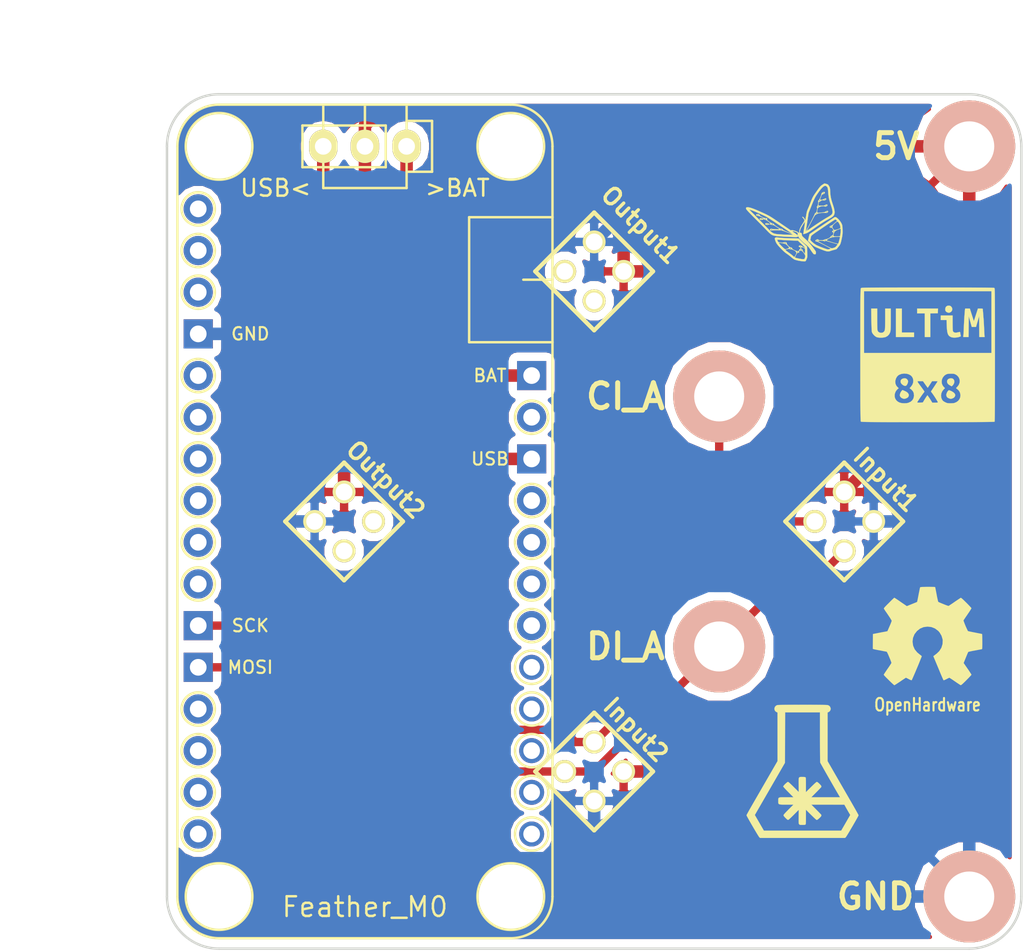
<source format=kicad_pcb>
(kicad_pcb (version 4) (host pcbnew 4.0.6-e0-6349~53~ubuntu16.04.1)

  (general
    (links 21)
    (no_connects 0)
    (area 66.139287 85.565 128.678914 143.037878)
    (thickness 1.6)
    (drawings 22)
    (tracks 78)
    (zones 0)
    (modules 14)
    (nets 7)
  )

  (page A4)
  (layers
    (0 F.Cu signal)
    (31 B.Cu signal)
    (32 B.Adhes user)
    (33 F.Adhes user)
    (34 B.Paste user)
    (35 F.Paste user)
    (36 B.SilkS user)
    (37 F.SilkS user)
    (38 B.Mask user)
    (39 F.Mask user)
    (40 Dwgs.User user)
    (41 Cmts.User user)
    (42 Eco1.User user)
    (43 Eco2.User user)
    (44 Edge.Cuts user)
    (45 Margin user)
    (46 B.CrtYd user)
    (47 F.CrtYd user)
    (48 B.Fab user)
    (49 F.Fab user)
  )

  (setup
    (last_trace_width 0.254)
    (user_trace_width 0.254)
    (user_trace_width 0.508)
    (user_trace_width 0.762)
    (trace_clearance 0.2032)
    (zone_clearance 0.508)
    (zone_45_only no)
    (trace_min 0.2)
    (segment_width 0.2)
    (edge_width 0.15)
    (via_size 0.6)
    (via_drill 0.4)
    (via_min_size 0.4)
    (via_min_drill 0.3)
    (uvia_size 0.3)
    (uvia_drill 0.1)
    (uvias_allowed no)
    (uvia_min_size 0)
    (uvia_min_drill 0)
    (pcb_text_width 0.3)
    (pcb_text_size 1.5 1.5)
    (mod_edge_width 0.15)
    (mod_text_size 1.016 1.016)
    (mod_text_width 0.1524)
    (pad_size 1.524 1.524)
    (pad_drill 1.016)
    (pad_to_mask_clearance 0.2)
    (aux_axis_origin 0 0)
    (visible_elements FFFFFF7F)
    (pcbplotparams
      (layerselection 0x00130_80000001)
      (usegerberextensions false)
      (excludeedgelayer false)
      (linewidth 0.101600)
      (plotframeref true)
      (viasonmask false)
      (mode 1)
      (useauxorigin false)
      (hpglpennumber 1)
      (hpglpenspeed 20)
      (hpglpendiameter 15)
      (hpglpenoverlay 2)
      (psnegative false)
      (psa4output false)
      (plotreference true)
      (plotvalue true)
      (plotinvisibletext false)
      (padsonsilk true)
      (subtractmaskfromsilk false)
      (outputformat 4)
      (mirror false)
      (drillshape 2)
      (scaleselection 1)
      (outputdirectory feather_v3_pdf/))
  )

  (net 0 "")
  (net 1 /VUSB)
  (net 2 /VLED)
  (net 3 /VBAT)
  (net 4 /GND)
  (net 5 /MOSI)
  (net 6 /SCK)

  (net_class Default "This is the default net class."
    (clearance 0.2032)
    (trace_width 0.254)
    (via_dia 0.6)
    (via_drill 0.4)
    (uvia_dia 0.3)
    (uvia_drill 0.1)
  )

  (net_class 20mil ""
    (clearance 0.2032)
    (trace_width 0.508)
    (via_dia 0.6)
    (via_drill 0.4)
    (uvia_dia 0.3)
    (uvia_drill 0.1)
    (add_net /MOSI)
    (add_net /SCK)
  )

  (net_class 30mil ""
    (clearance 0.2032)
    (trace_width 0.762)
    (via_dia 0.6)
    (via_drill 0.4)
    (uvia_dia 0.3)
    (uvia_drill 0.1)
    (add_net /GND)
    (add_net /VBAT)
    (add_net /VLED)
    (add_net /VUSB)
  )

  (module feather_v3:FEATHER_M0_2 (layer F.Cu) (tedit 58CE7A87) (tstamp 58CE5C9C)
    (at 87.63 116.84 270)
    (path /5867FBDF)
    (fp_text reference H1 (at -21.639 0 360) (layer F.SilkS) hide
      (effects (font (size 1.2 1.2) (thickness 0.15)))
    )
    (fp_text value Feather_M0 (at 23.495 0 360) (layer F.SilkS)
      (effects (font (size 1.2 1.2) (thickness 0.15)))
    )
    (fp_text user USB (at -3.81 -7.62 360) (layer F.SilkS)
      (effects (font (size 0.762 0.762) (thickness 0.127)))
    )
    (fp_text user BAT (at -8.89 -7.62 360) (layer F.SilkS)
      (effects (font (size 0.762 0.762) (thickness 0.127)))
    )
    (fp_text user MOSI (at 8.89 6.985 360) (layer F.SilkS)
      (effects (font (size 0.762 0.762) (thickness 0.127)))
    )
    (fp_text user SCK (at 6.35 6.985 360) (layer F.SilkS)
      (effects (font (size 0.762 0.762) (thickness 0.127)))
    )
    (fp_text user GND (at -11.43 6.985 360) (layer F.SilkS)
      (effects (font (size 0.762 0.762) (thickness 0.127)))
    )
    (fp_circle (center 19.05 -10.16) (end 18.034 -10.16) (layer F.SilkS) (width 0.15))
    (fp_circle (center 16.51 -10.16) (end 15.494 -10.16) (layer F.SilkS) (width 0.15))
    (fp_circle (center 13.97 -10.16) (end 14.986 -10.16) (layer F.SilkS) (width 0.15))
    (fp_circle (center 11.43 -10.16) (end 12.446 -10.16) (layer F.SilkS) (width 0.15))
    (fp_circle (center 8.89 -10.16) (end 7.874 -10.16) (layer F.SilkS) (width 0.15))
    (fp_circle (center 6.35 -10.16) (end 7.366 -10.16) (layer F.SilkS) (width 0.15))
    (fp_circle (center 3.81 -10.16) (end 4.826 -10.16) (layer F.SilkS) (width 0.15))
    (fp_circle (center 1.27 -10.16) (end 2.286 -10.16) (layer F.SilkS) (width 0.15))
    (fp_circle (center -1.27 -10.16) (end -0.254 -10.16) (layer F.SilkS) (width 0.15))
    (fp_circle (center -6.35 -10.16) (end -5.334 -10.16) (layer F.SilkS) (width 0.15))
    (fp_circle (center 19.05 10.16) (end 20.066 10.033) (layer F.SilkS) (width 0.15))
    (fp_circle (center 16.51 10.16) (end 17.526 10.16) (layer F.SilkS) (width 0.15))
    (fp_circle (center 13.97 10.16) (end 14.986 10.16) (layer F.SilkS) (width 0.15))
    (fp_circle (center 11.43 10.16) (end 12.446 10.16) (layer F.SilkS) (width 0.15))
    (fp_circle (center 3.81 10.16) (end 2.794 10.16) (layer F.SilkS) (width 0.15))
    (fp_circle (center 1.27 10.16) (end 0.254 10.16) (layer F.SilkS) (width 0.15))
    (fp_circle (center -1.27 10.16) (end -2.286 10.16) (layer F.SilkS) (width 0.15))
    (fp_circle (center -3.81 10.16) (end -4.826 10.16) (layer F.SilkS) (width 0.15))
    (fp_circle (center -6.35 10.16) (end -7.366 10.16) (layer F.SilkS) (width 0.15))
    (fp_circle (center -8.89 10.16) (end -9.906 10.16) (layer F.SilkS) (width 0.15))
    (fp_circle (center -13.97 10.16) (end -12.954 10.16) (layer F.SilkS) (width 0.15))
    (fp_circle (center -16.51 10.16) (end -15.494 10.16) (layer F.SilkS) (width 0.15))
    (fp_circle (center -19.05 10.16) (end -18.034 10.16) (layer F.SilkS) (width 0.15))
    (fp_circle (center 22.86 -8.89) (end 20.828 -8.89) (layer F.SilkS) (width 0.15))
    (fp_circle (center 22.86 8.89) (end 20.828 8.89) (layer F.SilkS) (width 0.15))
    (fp_circle (center -22.86 8.89) (end -20.828 8.89) (layer F.SilkS) (width 0.15))
    (fp_circle (center -22.86 -8.89) (end -20.828 -8.89) (layer F.SilkS) (width 0.15))
    (fp_line (start -25.4 0) (end -23.876 0) (layer F.SilkS) (width 0.15))
    (fp_line (start -10.922 -6.35) (end -10.922 -11.43) (layer F.SilkS) (width 0.15))
    (fp_line (start -18.542 -6.35) (end -18.542 -11.43) (layer F.SilkS) (width 0.15))
    (fp_line (start -14.732 -11.43) (end -14.732 -9.652) (layer F.SilkS) (width 0.15))
    (fp_line (start -18.542 -6.35) (end -10.922 -6.35) (layer F.SilkS) (width 0.15))
    (fp_line (start -25.4 -2.54) (end -20.32 -2.54) (layer F.SilkS) (width 0.15))
    (fp_line (start -20.32 -2.54) (end -20.32 2.54) (layer F.SilkS) (width 0.15))
    (fp_line (start -20.32 2.54) (end -25.4 2.54) (layer F.SilkS) (width 0.15))
    (fp_arc (start -22.86 8.89) (end -22.86 11.43) (angle 90) (layer F.SilkS) (width 0.15))
    (fp_arc (start -22.86 -8.89) (end -25.4 -8.89) (angle 90) (layer F.SilkS) (width 0.15))
    (fp_arc (start 22.86 8.89) (end 25.4 8.89) (angle 90) (layer F.SilkS) (width 0.15))
    (fp_arc (start 22.86 -8.89) (end 22.86 -11.43) (angle 90) (layer F.SilkS) (width 0.15))
    (fp_line (start 25.4 -8.89) (end 25.4 8.89) (layer F.SilkS) (width 0.15))
    (fp_line (start -25.4 -8.89) (end -25.4 8.89) (layer F.SilkS) (width 0.15))
    (fp_line (start -22.86 11.43) (end 22.86 11.43) (layer F.SilkS) (width 0.15))
    (fp_line (start 22.86 -11.43) (end -22.86 -11.43) (layer F.SilkS) (width 0.15))
    (pad 4 thru_hole rect (at -11.43 10.16 270) (size 1.778 1.778) (drill 1.016) (layers *.Cu *.Mask)
      (net 4 /GND))
    (pad 28 thru_hole rect (at -8.89 -10.16 270) (size 1.778 1.778) (drill 1.016) (layers *.Cu *.Mask)
      (net 3 /VBAT))
    (pad 26 thru_hole rect (at -3.81 -10.16 270) (size 1.778 1.778) (drill 1.016) (layers *.Cu *.Mask)
      (net 1 /VUSB))
    (pad 11 thru_hole rect (at 6.35 10.16 270) (size 1.778 1.778) (drill 1.016) (layers *.Cu *.Mask)
      (net 6 /SCK))
    (pad 12 thru_hole rect (at 8.89 10.16 270) (size 1.778 1.778) (drill 1.016) (layers *.Cu *.Mask)
      (net 5 /MOSI))
    (pad 1 thru_hole circle (at -19.05 10.16 270) (size 1.778 1.778) (drill 1.016) (layers *.Cu *.Mask))
    (pad 2 thru_hole circle (at -16.51 10.16 270) (size 1.778 1.778) (drill 1.016) (layers *.Cu *.Mask))
    (pad 3 thru_hole circle (at -13.97 10.16 270) (size 1.778 1.778) (drill 1.016) (layers *.Cu *.Mask))
    (pad 5 thru_hole circle (at -8.89 10.16 270) (size 1.778 1.778) (drill 1.016) (layers *.Cu *.Mask))
    (pad 6 thru_hole circle (at -6.35 10.16 270) (size 1.778 1.778) (drill 1.016) (layers *.Cu *.Mask))
    (pad 7 thru_hole circle (at -3.81 10.16 270) (size 1.778 1.778) (drill 1.016) (layers *.Cu *.Mask))
    (pad 8 thru_hole circle (at -1.27 10.16 270) (size 1.778 1.778) (drill 1.016) (layers *.Cu *.Mask))
    (pad 9 thru_hole circle (at 1.27 10.16 270) (size 1.778 1.778) (drill 1.016) (layers *.Cu *.Mask))
    (pad 10 thru_hole circle (at 3.81 10.16 270) (size 1.778 1.778) (drill 1.016) (layers *.Cu *.Mask))
    (pad 13 thru_hole circle (at 11.43 10.16 270) (size 1.778 1.778) (drill 1.016) (layers *.Cu *.Mask))
    (pad 14 thru_hole circle (at 13.97 10.16 270) (size 1.778 1.778) (drill 1.016) (layers *.Cu *.Mask))
    (pad 15 thru_hole circle (at 16.51 10.16 270) (size 1.778 1.778) (drill 1.016) (layers *.Cu *.Mask))
    (pad 16 thru_hole circle (at 19.05 10.16 270) (size 1.778 1.778) (drill 1.016) (layers *.Cu *.Mask))
    (pad 17 thru_hole circle (at 19.05 -10.16 270) (size 1.524 1.524) (drill 1.016) (layers *.Cu *.Mask))
    (pad 18 thru_hole circle (at 16.51 -10.16 270) (size 1.524 1.524) (drill 1.016) (layers *.Cu *.Mask))
    (pad 19 thru_hole circle (at 13.97 -10.16 270) (size 1.524 1.524) (drill 1.016) (layers *.Cu *.Mask))
    (pad 20 thru_hole circle (at 11.43 -10.16 270) (size 1.524 1.524) (drill 1.016) (layers *.Cu *.Mask))
    (pad 21 thru_hole circle (at 8.89 -10.16 270) (size 1.524 1.524) (drill 1.016) (layers *.Cu *.Mask))
    (pad 22 thru_hole circle (at 6.35 -10.16 270) (size 1.778 1.778) (drill 1.016) (layers *.Cu *.Mask))
    (pad 23 thru_hole circle (at 3.81 -10.16 270) (size 1.778 1.778) (drill 1.016) (layers *.Cu *.Mask))
    (pad 24 thru_hole circle (at 1.27 -10.16 270) (size 1.778 1.778) (drill 1.016) (layers *.Cu *.Mask))
    (pad 25 thru_hole circle (at -1.27 -10.16 270) (size 1.778 1.778) (drill 1.016) (layers *.Cu *.Mask))
    (pad 27 thru_hole circle (at -6.35 -10.16 270) (size 1.778 1.778) (drill 1.016) (layers *.Cu *.Mask))
    (pad "" np_thru_hole circle (at -22.86 8.89 270) (size 3.048 3.048) (drill 3.048) (layers *.Cu *.Mask))
    (pad "" np_thru_hole circle (at 22.86 8.89 270) (size 3.048 3.048) (drill 3.048) (layers *.Cu *.Mask))
    (pad "" np_thru_hole circle (at 22.86 -8.89 270) (size 3.048 3.048) (drill 3.048) (layers *.Cu *.Mask))
    (pad "" np_thru_hole circle (at -22.86 -8.89 270) (size 3.048 3.048) (drill 3.048) (layers *.Cu *.Mask))
  )

  (module feather_v3:switch_spdt (layer F.Cu) (tedit 58CE6C64) (tstamp 58CE497C)
    (at 87.63 93.98 270)
    (descr "Through hole pin header")
    (tags "pin header")
    (path /5817E55B)
    (fp_text reference JP1 (at 0 -5.08 270) (layer F.SilkS) hide
      (effects (font (size 1 1) (thickness 0.15)))
    )
    (fp_text value PWR_SEL (at 5.08 0 540) (layer F.Fab)
      (effects (font (size 1 1) (thickness 0.15)))
    )
    (fp_line (start -1.75 -4.29) (end -1.75 4.31) (layer F.CrtYd) (width 0.05))
    (fp_line (start 1.75 -4.29) (end 1.75 4.31) (layer F.CrtYd) (width 0.05))
    (fp_line (start -1.75 -4.29) (end 1.75 -4.29) (layer F.CrtYd) (width 0.05))
    (fp_line (start -1.75 4.31) (end 1.75 4.31) (layer F.CrtYd) (width 0.05))
    (fp_line (start -1.27 -1.27) (end -1.27 3.81) (layer F.SilkS) (width 0.15))
    (fp_line (start -1.27 3.81) (end 1.27 3.81) (layer F.SilkS) (width 0.15))
    (fp_line (start 1.27 3.81) (end 1.27 -1.27) (layer F.SilkS) (width 0.15))
    (fp_line (start 1.55 -4.09) (end 1.55 -2.54) (layer F.SilkS) (width 0.15))
    (fp_line (start 1.27 -1.27) (end -1.27 -1.27) (layer F.SilkS) (width 0.15))
    (fp_line (start -1.55 -2.54) (end -1.55 -4.09) (layer F.SilkS) (width 0.15))
    (fp_line (start -1.55 -4.09) (end 1.55 -4.09) (layer F.SilkS) (width 0.15))
    (pad 1 thru_hole oval (at 0 -2.54 270) (size 2.032 1.7272) (drill 1.016) (layers *.Cu *.Mask F.SilkS)
      (net 3 /VBAT))
    (pad 2 thru_hole oval (at 0 0 270) (size 2.032 1.7272) (drill 1.016) (layers *.Cu *.Mask F.SilkS)
      (net 2 /VLED))
    (pad 3 thru_hole oval (at 0 2.54 270) (size 2.032 1.7272) (drill 1.016) (layers *.Cu *.Mask F.SilkS)
      (net 1 /VUSB))
    (pad 2 smd rect (at 2.54 0 270) (size 1.524 1.524) (layers F.Cu F.Paste F.Mask)
      (net 2 /VLED))
    (pad 3 smd rect (at 2.54 2.54 270) (size 1.524 2.032) (drill (offset 0 -0.254)) (layers F.Cu F.Paste F.Mask)
      (net 1 /VUSB))
    (pad 1 smd rect (at 2.54 -2.54 270) (size 1.524 2.032) (drill (offset 0 0.254)) (layers F.Cu F.Paste F.Mask)
      (net 3 /VBAT))
    (model Pin_Headers.3dshapes/Pin_Header_Straight_1x03.wrl
      (at (xyz 0 -0.1 0))
      (scale (xyz 1 1 1))
      (rotate (xyz 0 0 90))
    )
  )

  (module feather_v3:header_2x2pos_th_male (layer F.Cu) (tedit 58CE62D4) (tstamp 58CE5FA6)
    (at 101.6 132.08 225)
    (path /58CE657D)
    (attr smd)
    (fp_text reference P5 (at -3.81 0 495) (layer F.SilkS) hide
      (effects (font (size 1.016 1.016) (thickness 0.2032)))
    )
    (fp_text value Input2 (at -3.592102 0 315) (layer F.SilkS)
      (effects (font (size 1.016 1.016) (thickness 0.2032)))
    )
    (fp_line (start -2.54 2.54) (end -2.54 -2.54) (layer F.SilkS) (width 0.254))
    (fp_line (start 2.54 2.54) (end -2.54 2.54) (layer F.SilkS) (width 0.254))
    (fp_line (start 2.54 -2.54) (end 2.54 2.54) (layer F.SilkS) (width 0.254))
    (fp_line (start -2.54 -2.54) (end 2.54 -2.54) (layer F.SilkS) (width 0.254))
    (fp_line (start -2.794 -2.794) (end 2.794 -2.794) (layer Dwgs.User) (width 0.254))
    (fp_line (start 2.794 -2.794) (end 2.794 2.794) (layer Dwgs.User) (width 0.254))
    (fp_line (start 2.794 2.794) (end -2.794 2.794) (layer Dwgs.User) (width 0.254))
    (fp_line (start -2.794 2.794) (end -2.794 -2.794) (layer Dwgs.User) (width 0.254))
    (pad 1 thru_hole circle (at -1.27 1.27 225) (size 1.397 1.397) (drill 1.016) (layers *.Cu *.Mask F.SilkS)
      (net 6 /SCK))
    (pad 3 thru_hole circle (at 1.27 1.27 225) (size 1.397 1.397) (drill 1.016) (layers *.Cu *.Mask F.SilkS)
      (net 5 /MOSI))
    (pad 4 thru_hole circle (at 1.27 -1.27 225) (size 1.397 1.397) (drill 1.016) (layers *.Cu *.Mask F.SilkS)
      (net 4 /GND))
    (pad 2 thru_hole circle (at -1.27 -1.27 225) (size 1.397 1.397) (drill 1.016) (layers *.Cu *.Mask F.SilkS)
      (net 2 /VLED))
  )

  (module feather_v3:Screw (layer F.Cu) (tedit 58CE6BAA) (tstamp 58CE495A)
    (at 109.220002 124.46)
    (path /58CE46A5)
    (fp_text reference P9 (at 0 -1.5875) (layer F.SilkS) hide
      (effects (font (size 1.016 1.016) (thickness 0.1524)))
    )
    (fp_text value DI_A (at -5.715002 0) (layer F.SilkS)
      (effects (font (thickness 0.3048)))
    )
    (pad 1 thru_hole circle (at 0 0) (size 5.6 5.6) (drill 3.048) (layers *.Cu *.SilkS *.Mask)
      (net 5 /MOSI))
    (model RowGB_Libs/3D_Modules/vite_2mm5.wrl
      (at (xyz 0 0 0))
      (scale (xyz 1.2 1.2 1.2))
      (rotate (xyz 0 0 0))
    )
  )

  (module feather_v3:Screw (layer F.Cu) (tedit 58CE6BC2) (tstamp 58CE495F)
    (at 124.46 139.7)
    (path /58CE4705)
    (fp_text reference P4 (at 0 -1.5875) (layer F.SilkS) hide
      (effects (font (size 1.016 1.016) (thickness 0.1524)))
    )
    (fp_text value GND (at -5.715 0) (layer F.SilkS)
      (effects (font (thickness 0.3048)))
    )
    (pad 1 thru_hole circle (at 0 0) (size 5.6 5.6) (drill 3.048) (layers *.Cu *.SilkS *.Mask)
      (net 4 /GND))
    (model RowGB_Libs/3D_Modules/vite_2mm5.wrl
      (at (xyz 0 0 0))
      (scale (xyz 1.2 1.2 1.2))
      (rotate (xyz 0 0 0))
    )
  )

  (module feather_v3:logo_MLlabs_small (layer F.Cu) (tedit 58CE6285) (tstamp 58CE498E)
    (at 114.3 132.08)
    (path /58E27297)
    (fp_text reference L4 (at 0 0) (layer F.SilkS) hide
      (effects (font (thickness 0.3)))
    )
    (fp_text value LOGO_ML (at 0.75 0) (layer F.SilkS) hide
      (effects (font (thickness 0.3)))
    )
    (fp_poly (pts (xy 0.280132 -4.064859) (xy 0.46933 -4.064296) (xy 0.651803 -4.063447) (xy 0.824802 -4.062307)
      (xy 0.98558 -4.060879) (xy 1.131388 -4.059163) (xy 1.259478 -4.057157) (xy 1.367101 -4.054863)
      (xy 1.451511 -4.052281) (xy 1.509958 -4.049409) (xy 1.539694 -4.046249) (xy 1.541045 -4.045899)
      (xy 1.61465 -4.010199) (xy 1.668272 -3.957046) (xy 1.701256 -3.892418) (xy 1.712948 -3.822294)
      (xy 1.702692 -3.752654) (xy 1.669833 -3.689475) (xy 1.613717 -3.638736) (xy 1.587218 -3.624447)
      (xy 1.524819 -3.595688) (xy 1.524409 -2.113859) (xy 1.524 -0.632031) (xy 1.951194 0.108641)
      (xy 2.041737 0.265615) (xy 2.144897 0.444444) (xy 2.257416 0.639483) (xy 2.376038 0.84509)
      (xy 2.497507 1.05562) (xy 2.618568 1.265429) (xy 2.735963 1.468874) (xy 2.846437 1.660312)
      (xy 2.895756 1.74577) (xy 2.984967 1.900722) (xy 3.069309 2.047946) (xy 3.147458 2.185082)
      (xy 3.218089 2.309771) (xy 3.279877 2.419652) (xy 3.331497 2.512365) (xy 3.371624 2.585552)
      (xy 3.398934 2.636852) (xy 3.412102 2.663905) (xy 3.413125 2.667254) (xy 3.405259 2.687854)
      (xy 3.382954 2.73233) (xy 3.348145 2.797359) (xy 3.302767 2.879615) (xy 3.248756 2.975774)
      (xy 3.188047 3.082511) (xy 3.122577 3.196503) (xy 3.054279 3.314423) (xy 2.985091 3.432948)
      (xy 2.916948 3.548754) (xy 2.851784 3.658515) (xy 2.791537 3.758906) (xy 2.738141 3.846605)
      (xy 2.693532 3.918285) (xy 2.659645 3.970622) (xy 2.638416 4.000292) (xy 2.634599 4.004468)
      (xy 2.587124 4.048125) (xy -2.587125 4.048125) (xy -2.6346 4.004468) (xy -2.651394 3.982746)
      (xy -2.681461 3.937288) (xy -2.722866 3.87142) (xy -2.773675 3.788466) (xy -2.83195 3.691753)
      (xy -2.895758 3.584605) (xy -2.963162 3.470346) (xy -3.032228 3.352303) (xy -3.101019 3.2338)
      (xy -3.1676 3.118163) (xy -3.230037 3.008717) (xy -3.286392 2.908786) (xy -3.334733 2.821695)
      (xy -3.373121 2.750771) (xy -3.399623 2.699338) (xy -3.412303 2.67072) (xy -3.413126 2.666933)
      (xy -3.406861 2.651738) (xy -2.908183 2.651738) (xy -2.633492 3.127681) (xy -2.358802 3.603625)
      (xy 2.358654 3.603625) (xy 2.633694 3.126873) (xy 2.908735 2.650121) (xy 2.800627 2.464091)
      (xy 2.752108 2.380084) (xy 2.701391 2.291405) (xy 2.654699 2.208982) (xy 2.620228 2.147315)
      (xy 2.547937 2.016567) (xy 0.532125 2.016125) (xy 0.827748 2.313781) (xy 0.907725 2.394852)
      (xy 0.980741 2.469905) (xy 1.043638 2.535609) (xy 1.093257 2.588634) (xy 1.12644 2.62565)
      (xy 1.139732 2.642697) (xy 1.147043 2.68023) (xy 1.134704 2.715316) (xy 1.109692 2.75107)
      (xy 1.069306 2.795828) (xy 1.020048 2.84377) (xy 0.96842 2.889074) (xy 0.920926 2.925919)
      (xy 0.884067 2.948484) (xy 0.86948 2.95275) (xy 0.847132 2.9422) (xy 0.805787 2.910232)
      (xy 0.744908 2.856363) (xy 0.66396 2.780114) (xy 0.562408 2.681002) (xy 0.52081 2.639741)
      (xy 0.206375 2.326732) (xy 0.206375 2.761522) (xy 0.206186 2.892308) (xy 0.20548 2.995011)
      (xy 0.204051 3.073296) (xy 0.201691 3.13083) (xy 0.198191 3.171276) (xy 0.193345 3.198301)
      (xy 0.186944 3.21557) (xy 0.180102 3.225343) (xy 0.163266 3.238829) (xy 0.137807 3.247459)
      (xy 0.097181 3.252237) (xy 0.034844 3.254165) (xy -0.009246 3.254375) (xy -0.082993 3.253988)
      (xy -0.131948 3.25182) (xy -0.163068 3.24636) (xy -0.18331 3.236094) (xy -0.19963 3.219512)
      (xy -0.205947 3.211627) (xy -0.216079 3.19762) (xy -0.223883 3.181895) (xy -0.229608 3.160501)
      (xy -0.233503 3.129484) (xy -0.235815 3.084892) (xy -0.236793 3.022771) (xy -0.236686 2.93917)
      (xy -0.235741 2.830136) (xy -0.23488 2.751238) (xy -0.233664 2.63983) (xy -0.232637 2.539621)
      (xy -0.231836 2.454754) (xy -0.2313 2.389372) (xy -0.231063 2.347619) (xy -0.231154 2.333611)
      (xy -0.242126 2.344389) (xy -0.272577 2.374776) (xy -0.319606 2.421863) (xy -0.380307 2.482739)
      (xy -0.451779 2.554496) (xy -0.531118 2.634225) (xy -0.532779 2.635894) (xy -0.614205 2.716741)
      (xy -0.690054 2.790133) (xy -0.75699 2.852994) (xy -0.811678 2.902247) (xy -0.850782 2.934816)
      (xy -0.870663 2.947556) (xy -0.891093 2.948152) (xy -0.915531 2.937567) (xy -0.948775 2.912398)
      (xy -0.995625 2.869244) (xy -1.033382 2.83219) (xy -1.095633 2.767657) (xy -1.135484 2.719575)
      (xy -1.155419 2.684681) (xy -1.158875 2.667521) (xy -1.153549 2.649558) (xy -1.136229 2.622344)
      (xy -1.10491 2.583608) (xy -1.057584 2.531079) (xy -0.992243 2.462484) (xy -0.90688 2.375551)
      (xy -0.853434 2.321867) (xy -0.547993 2.016125) (xy -0.975443 2.016125) (xy -1.114762 2.016235)
      (xy -1.225588 2.015593) (xy -1.311172 2.012739) (xy -1.374762 2.006213) (xy -1.419608 1.994556)
      (xy -1.44896 1.976308) (xy -1.466068 1.950009) (xy -1.47418 1.9142) (xy -1.476546 1.86742)
      (xy -1.476417 1.808211) (xy -1.476375 1.791107) (xy -1.476751 1.729737) (xy -1.475702 1.68098)
      (xy -1.469967 1.64339) (xy -1.456283 1.615522) (xy -1.431389 1.595933) (xy -1.392023 1.583178)
      (xy -1.334922 1.575811) (xy -1.256824 1.572388) (xy -1.154468 1.571465) (xy -1.024591 1.571596)
      (xy -0.980804 1.571625) (xy -0.548733 1.571625) (xy -0.861742 1.257189) (xy -0.951102 1.166371)
      (xy -1.028596 1.085517) (xy -1.091949 1.017128) (xy -1.138886 0.963706) (xy -1.167132 0.927753)
      (xy -1.17475 0.91299) (xy -1.163254 0.886392) (xy -1.132729 0.845976) (xy -1.089124 0.797523)
      (xy -1.038387 0.746817) (xy -0.986466 0.699641) (xy -0.93931 0.661778) (xy -0.902866 0.63901)
      (xy -0.888823 0.635) (xy -0.869893 0.641738) (xy -0.838933 0.663065) (xy -0.794064 0.700648)
      (xy -0.73341 0.756153) (xy -0.655092 0.831247) (xy -0.557233 0.927597) (xy -0.540655 0.944083)
      (xy -0.230188 1.253166) (xy -0.234866 0.828775) (xy -0.236547 0.690249) (xy -0.237206 0.580203)
      (xy -0.235349 0.495374) (xy -0.229485 0.432496) (xy -0.218121 0.388302) (xy -0.199764 0.359528)
      (xy -0.172922 0.342909) (xy -0.136103 0.335179) (xy -0.087814 0.333073) (xy -0.026564 0.333325)
      (xy -0.008454 0.333375) (xy 0.071777 0.334496) (xy 0.126137 0.338371) (xy 0.160445 0.345763)
      (xy 0.180519 0.357438) (xy 0.181428 0.358321) (xy 0.188921 0.369469) (xy 0.19478 0.38854)
      (xy 0.199198 0.419092) (xy 0.202365 0.464686) (xy 0.204473 0.528878) (xy 0.205714 0.61523)
      (xy 0.206279 0.727298) (xy 0.206375 0.822142) (xy 0.206375 1.261017) (xy 0.52081 0.948008)
      (xy 0.624977 0.84524) (xy 0.709018 0.764457) (xy 0.774393 0.704357) (xy 0.822558 0.663639)
      (xy 0.854973 0.641001) (xy 0.871435 0.635) (xy 0.90364 0.64705) (xy 0.951929 0.681515)
      (xy 1.011031 0.734218) (xy 1.077277 0.800807) (xy 1.120369 0.852289) (xy 1.142644 0.892492)
      (xy 1.146437 0.925242) (xy 1.139732 0.945052) (xy 1.124448 0.964412) (xy 1.089823 1.002842)
      (xy 1.039016 1.057013) (xy 0.975186 1.123594) (xy 0.901491 1.199256) (xy 0.827748 1.273968)
      (xy 0.532125 1.571625) (xy 2.288589 1.571625) (xy 2.257294 1.520031) (xy 2.222471 1.461823)
      (xy 2.176078 1.383049) (xy 2.119623 1.286349) (xy 2.054614 1.174365) (xy 1.982559 1.049736)
      (xy 1.904966 0.915105) (xy 1.823344 0.773113) (xy 1.739201 0.6264) (xy 1.654044 0.477608)
      (xy 1.569382 0.329378) (xy 1.486723 0.184351) (xy 1.407576 0.045167) (xy 1.333448 -0.085532)
      (xy 1.265847 -0.205104) (xy 1.206282 -0.31091) (xy 1.15626 -0.400307) (xy 1.117291 -0.470655)
      (xy 1.090882 -0.519312) (xy 1.07854 -0.543639) (xy 1.077896 -0.545341) (xy 1.075786 -0.56837)
      (xy 1.073779 -0.620989) (xy 1.071895 -0.701038) (xy 1.070154 -0.806357) (xy 1.068575 -0.934788)
      (xy 1.067179 -1.08417) (xy 1.065985 -1.252344) (xy 1.065013 -1.43715) (xy 1.064282 -1.636427)
      (xy 1.063814 -1.848017) (xy 1.063627 -2.06976) (xy 1.063625 -2.099364) (xy 1.063625 -3.603625)
      (xy -1.063011 -3.603625) (xy -1.071563 -0.531813) (xy -1.415271 0.0635) (xy -1.504982 0.218868)
      (xy -1.604527 0.391244) (xy -1.709479 0.572961) (xy -1.81541 0.756356) (xy -1.917894 0.933764)
      (xy -2.012504 1.097521) (xy -2.08006 1.214437) (xy -2.225644 1.466399) (xy -2.357143 1.69405)
      (xy -2.474336 1.89701) (xy -2.577005 2.074897) (xy -2.664929 2.227331) (xy -2.73789 2.353931)
      (xy -2.795668 2.454316) (xy -2.838043 2.528107) (xy -2.864795 2.574921) (xy -2.869919 2.583962)
      (xy -2.908183 2.651738) (xy -3.406861 2.651738) (xy -3.405407 2.648214) (xy -3.383339 2.60501)
      (xy -3.348556 2.540273) (xy -3.302689 2.456953) (xy -3.247372 2.357999) (xy -3.184237 2.246362)
      (xy -3.114917 2.124993) (xy -3.070081 2.047074) (xy -2.983993 1.89789) (xy -2.891116 1.736959)
      (xy -2.795258 1.570876) (xy -2.700224 1.406236) (xy -2.609821 1.249633) (xy -2.527855 1.107663)
      (xy -2.461177 0.992187) (xy -2.389938 0.868821) (xy -2.306741 0.724738) (xy -2.2155 0.566716)
      (xy -2.12013 0.401537) (xy -2.024545 0.235979) (xy -1.932659 0.076823) (xy -1.859659 -0.049628)
      (xy -1.524 -0.631069) (xy -1.52441 -2.113378) (xy -1.52482 -3.595688) (xy -1.587219 -3.624447)
      (xy -1.652017 -3.669134) (xy -1.693317 -3.728451) (xy -1.711775 -3.796419) (xy -1.708045 -3.867059)
      (xy -1.682782 -3.934394) (xy -1.636642 -3.992443) (xy -1.570279 -4.035229) (xy -1.541046 -4.045899)
      (xy -1.514499 -4.04909) (xy -1.458952 -4.051991) (xy -1.377153 -4.054604) (xy -1.271849 -4.056929)
      (xy -1.145789 -4.058965) (xy -1.001721 -4.060712) (xy -0.842394 -4.06217) (xy -0.670554 -4.06334)
      (xy -0.488951 -4.06422) (xy -0.300333 -4.064813) (xy -0.107448 -4.065117) (xy 0.086957 -4.065132)
      (xy 0.280132 -4.064859)) (layer F.SilkS) (width 0.01))
  )

  (module feather_v3:Screw (layer F.Cu) (tedit 58CE6BAF) (tstamp 58CE4991)
    (at 124.46 93.98)
    (path /58152AF0)
    (fp_text reference P3 (at 0 -1.5875) (layer F.SilkS) hide
      (effects (font (size 1.016 1.016) (thickness 0.1524)))
    )
    (fp_text value 5V (at -4.445 0) (layer F.SilkS)
      (effects (font (thickness 0.3048)))
    )
    (pad 1 thru_hole circle (at 0 0) (size 5.6 5.6) (drill 3.048) (layers *.Cu *.SilkS *.Mask)
      (net 2 /VLED))
    (model RowGB_Libs/3D_Modules/vite_2mm5.wrl
      (at (xyz 0 0 0))
      (scale (xyz 1.2 1.2 1.2))
      (rotate (xyz 0 0 0))
    )
  )

  (module feather_v3:Screw (layer F.Cu) (tedit 58CE6BA6) (tstamp 58CE4995)
    (at 109.22 109.22)
    (path /58151907)
    (fp_text reference P7 (at 0 -1.5875) (layer F.SilkS) hide
      (effects (font (size 1.016 1.016) (thickness 0.1524)))
    )
    (fp_text value CI_A (at -5.715 0) (layer F.SilkS)
      (effects (font (thickness 0.3048)))
    )
    (pad 1 thru_hole circle (at 0 0) (size 5.6 5.6) (drill 3.048) (layers *.Cu *.SilkS *.Mask)
      (net 6 /SCK))
    (model RowGB_Libs/3D_Modules/vite_2mm5.wrl
      (at (xyz 0 0 0))
      (scale (xyz 1.2 1.2 1.2))
      (rotate (xyz 0 0 0))
    )
  )

  (module feather_v3:header_2x2pos_th_male (layer F.Cu) (tedit 58CE62AA) (tstamp 58CE4999)
    (at 116.84 116.84 45)
    (path /5868039D)
    (attr smd)
    (fp_text reference P1 (at -3.81 0 315) (layer F.SilkS) hide
      (effects (font (size 1.016 1.016) (thickness 0.2032)))
    )
    (fp_text value Input1 (at 3.592102 0 135) (layer F.SilkS)
      (effects (font (size 1.016 1.016) (thickness 0.2032)))
    )
    (fp_line (start -2.54 2.54) (end -2.54 -2.54) (layer F.SilkS) (width 0.254))
    (fp_line (start 2.54 2.54) (end -2.54 2.54) (layer F.SilkS) (width 0.254))
    (fp_line (start 2.54 -2.54) (end 2.54 2.54) (layer F.SilkS) (width 0.254))
    (fp_line (start -2.54 -2.54) (end 2.54 -2.54) (layer F.SilkS) (width 0.254))
    (fp_line (start -2.794 -2.794) (end 2.794 -2.794) (layer Dwgs.User) (width 0.254))
    (fp_line (start 2.794 -2.794) (end 2.794 2.794) (layer Dwgs.User) (width 0.254))
    (fp_line (start 2.794 2.794) (end -2.794 2.794) (layer Dwgs.User) (width 0.254))
    (fp_line (start -2.794 2.794) (end -2.794 -2.794) (layer Dwgs.User) (width 0.254))
    (pad 1 thru_hole circle (at -1.27 1.27 45) (size 1.397 1.397) (drill 1.016) (layers *.Cu *.Mask F.SilkS)
      (net 5 /MOSI))
    (pad 3 thru_hole circle (at 1.27 1.27 45) (size 1.397 1.397) (drill 1.016) (layers *.Cu *.Mask F.SilkS)
      (net 4 /GND))
    (pad 4 thru_hole circle (at 1.27 -1.27 45) (size 1.397 1.397) (drill 1.016) (layers *.Cu *.Mask F.SilkS)
      (net 2 /VLED))
    (pad 2 thru_hole circle (at -1.27 -1.27 45) (size 1.397 1.397) (drill 1.016) (layers *.Cu *.Mask F.SilkS)
      (net 6 /SCK))
  )

  (module feather_v3:logo_wyo_butterfly_small (layer F.Cu) (tedit 58CE628D) (tstamp 58CE49CA)
    (at 114.3 99.06)
    (path /58E2738F)
    (fp_text reference L3 (at 0 -2) (layer F.SilkS) hide
      (effects (font (thickness 0.3)))
    )
    (fp_text value LOGO_WL (at 0 1.5) (layer F.SilkS) hide
      (effects (font (thickness 0.3)))
    )
    (fp_poly (pts (xy -1.480038 0.476685) (xy -1.377462 0.490389) (xy -1.319692 0.496512) (xy -1.230035 0.502992)
      (xy -1.115672 0.509451) (xy -0.983787 0.515515) (xy -0.841562 0.520808) (xy -0.736349 0.523942)
      (xy -0.232005 0.537308) (xy -0.120887 0.648117) (xy -0.053751 0.714279) (xy 0.027382 0.793091)
      (xy 0.107999 0.870481) (xy 0.131001 0.892348) (xy 0.271772 1.025769) (xy 0.285182 1.344136)
      (xy 0.289985 1.462552) (xy 0.292402 1.549902) (xy 0.291709 1.61416) (xy 0.28718 1.663303)
      (xy 0.278089 1.705305) (xy 0.263713 1.74814) (xy 0.243882 1.798405) (xy 0.220112 1.857051)
      (xy 0.199339 1.897043) (xy 0.17421 1.921028) (xy 0.137374 1.93165) (xy 0.081479 1.931555)
      (xy -0.000828 1.923389) (xy -0.078154 1.91428) (xy -0.162012 1.902378) (xy -0.24532 1.887271)
      (xy -0.293077 1.876455) (xy -0.366741 1.857272) (xy -0.439697 1.838319) (xy -0.454898 1.834378)
      (xy -0.51466 1.807217) (xy -0.590953 1.754533) (xy -0.65965 1.696647) (xy -0.664934 1.692158)
      (xy -0.461757 1.692158) (xy -0.460989 1.694755) (xy -0.433376 1.707385) (xy -0.376785 1.724064)
      (xy -0.300835 1.742728) (xy -0.215145 1.761316) (xy -0.129334 1.777764) (xy -0.05302 1.790009)
      (xy 0.004178 1.795989) (xy 0.012283 1.79625) (xy 0.072181 1.795229) (xy 0.105834 1.785988)
      (xy 0.126023 1.762242) (xy 0.138818 1.734039) (xy 0.16346 1.654062) (xy 0.163456 1.582445)
      (xy 0.136621 1.509445) (xy 0.080773 1.425317) (xy 0.065175 1.405351) (xy 0.01058 1.340067)
      (xy -0.030399 1.300885) (xy -0.065822 1.281391) (xy -0.097975 1.275483) (xy -0.16043 1.278455)
      (xy -0.204362 1.294046) (xy -0.222259 1.318167) (xy -0.214503 1.338891) (xy -0.200988 1.3737)
      (xy -0.222203 1.397766) (xy -0.274336 1.406769) (xy -0.274446 1.406769) (xy -0.305105 1.410276)
      (xy -0.329991 1.425595) (xy -0.355696 1.459926) (xy -0.388817 1.52047) (xy -0.401547 1.545541)
      (xy -0.432969 1.611569) (xy -0.454233 1.66344) (xy -0.461757 1.692158) (xy -0.664934 1.692158)
      (xy -0.740538 1.627937) (xy -0.836605 1.553049) (xy -0.929625 1.486077) (xy -0.947214 1.47424)
      (xy -1.051029 1.398363) (xy -1.161895 1.302846) (xy -1.236292 1.230267) (xy -1.040176 1.230267)
      (xy -1.02642 1.249715) (xy -1.02315 1.253356) (xy -0.993942 1.279443) (xy -0.940759 1.321466)
      (xy -0.871762 1.37313) (xy -0.811343 1.416693) (xy -0.732294 1.474431) (xy -0.659534 1.530613)
      (xy -0.602585 1.577723) (xy -0.576539 1.601993) (xy -0.536493 1.638818) (xy -0.504986 1.659282)
      (xy -0.498769 1.660769) (xy -0.480193 1.64448) (xy -0.451386 1.60159) (xy -0.418303 1.541063)
      (xy -0.415468 1.53536) (xy -0.383854 1.468217) (xy -0.369337 1.426539) (xy -0.369969 1.401668)
      (xy -0.381967 1.386429) (xy -0.406244 1.353346) (xy -0.406871 1.350712) (xy -0.349366 1.350712)
      (xy -0.334562 1.36655) (xy -0.331606 1.368444) (xy -0.292165 1.38583) (xy -0.268007 1.374031)
      (xy -0.264604 1.369042) (xy -0.265454 1.345783) (xy -0.291579 1.333314) (xy -0.327657 1.337704)
      (xy -0.349366 1.350712) (xy -0.406871 1.350712) (xy -0.410308 1.336274) (xy -0.427214 1.312403)
      (xy -0.471056 1.281742) (xy -0.531521 1.249308) (xy -0.598297 1.220121) (xy -0.661069 1.199198)
      (xy -0.707712 1.191547) (xy -0.760464 1.186492) (xy -0.797809 1.174743) (xy -0.797974 1.174639)
      (xy -0.831838 1.169867) (xy -0.891573 1.176728) (xy -0.940322 1.187287) (xy -1.003342 1.204012)
      (xy -1.034555 1.216686) (xy -1.040176 1.230267) (xy -1.236292 1.230267) (xy -1.283876 1.183846)
      (xy -1.421035 1.037518) (xy -1.488961 0.961536) (xy -1.570759 0.856028) (xy -1.596577 0.807858)
      (xy -1.437796 0.807858) (xy -1.43599 0.821723) (xy -1.432624 0.828173) (xy -1.406994 0.86276)
      (xy -1.361924 0.9133) (xy -1.304068 0.973363) (xy -1.240078 1.036519) (xy -1.176609 1.096337)
      (xy -1.120314 1.146388) (xy -1.077847 1.18024) (xy -1.056635 1.19155) (xy -1.019132 1.185909)
      (xy -0.963553 1.172215) (xy -0.946072 1.167127) (xy -0.887993 1.144473) (xy -0.868644 1.133231)
      (xy -0.781538 1.133231) (xy -0.764818 1.147918) (xy -0.732692 1.152769) (xy -0.695974 1.146081)
      (xy -0.683846 1.133231) (xy -0.700567 1.118543) (xy -0.732692 1.113692) (xy -0.769411 1.120381)
      (xy -0.781538 1.133231) (xy -0.868644 1.133231) (xy -0.842699 1.118158) (xy -0.835172 1.11165)
      (xy -0.821965 1.093755) (xy -0.823325 1.073833) (xy -0.843266 1.044794) (xy -0.885805 0.999554)
      (xy -0.915436 0.969996) (xy -0.989886 0.902756) (xy -1.046071 0.866954) (xy -1.076159 0.859692)
      (xy -1.121282 0.852694) (xy -1.144403 0.840705) (xy -1.172078 0.82973) (xy -1.227375 0.818458)
      (xy -1.298921 0.80915) (xy -1.307299 0.808342) (xy -1.363895 0.803635) (xy -1.111366 0.803635)
      (xy -1.096562 0.819473) (xy -1.093606 0.821367) (xy -1.05282 0.838) (xy -1.023049 0.835003)
      (xy -1.016 0.821769) (xy -1.03187 0.794176) (xy -1.069016 0.785868) (xy -1.089657 0.790628)
      (xy -1.111366 0.803635) (xy -1.363895 0.803635) (xy -1.38038 0.802264) (xy -1.42157 0.801737)
      (xy -1.437796 0.807858) (xy -1.596577 0.807858) (xy -1.629284 0.746838) (xy -1.650108 0.694321)
      (xy -1.677293 0.611124) (xy -1.535945 0.611124) (xy -1.535508 0.634291) (xy -1.520251 0.678275)
      (xy -1.511488 0.697385) (xy -1.491309 0.735679) (xy -1.470299 0.75878) (xy -1.438028 0.771757)
      (xy -1.384068 0.779677) (xy -1.332107 0.784542) (xy -1.234778 0.7892) (xy -1.168681 0.782372)
      (xy -1.141138 0.772452) (xy -1.077603 0.757079) (xy -1.030184 0.760636) (xy -0.985609 0.775799)
      (xy -0.968744 0.803335) (xy -0.967154 0.825594) (xy -0.953277 0.866941) (xy -0.917523 0.921031)
      (xy -0.868706 0.978326) (xy -0.815642 1.029287) (xy -0.767144 1.064376) (xy -0.737027 1.074616)
      (xy -0.687598 1.083877) (xy -0.648096 1.106312) (xy -0.630886 1.133896) (xy -0.632168 1.142666)
      (xy -0.621834 1.165464) (xy -0.583653 1.196097) (xy -0.526795 1.229878) (xy -0.46043 1.262124)
      (xy -0.393729 1.28815) (xy -0.335861 1.30327) (xy -0.313871 1.305278) (xy -0.260182 1.300005)
      (xy -0.222118 1.286997) (xy -0.219808 1.285301) (xy -0.1991 1.250112) (xy -0.195385 1.226702)
      (xy -0.195242 1.22639) (xy -0.128678 1.22639) (xy -0.126166 1.232273) (xy -0.097317 1.249114)
      (xy -0.062132 1.243942) (xy -0.050112 1.232971) (xy -0.054788 1.213877) (xy -0.081245 1.200305)
      (xy -0.112239 1.199748) (xy -0.119313 1.202902) (xy -0.128678 1.22639) (xy -0.195242 1.22639)
      (xy -0.178563 1.190183) (xy -0.156308 1.177969) (xy -0.129855 1.157333) (xy -0.119205 1.128388)
      (xy -0.098622 1.128388) (xy -0.082246 1.162312) (xy -0.053731 1.175834) (xy -0.018442 1.193231)
      (xy -0.003399 1.238048) (xy -0.003239 1.239412) (xy 0.012725 1.286511) (xy 0.046725 1.345985)
      (xy 0.074915 1.384301) (xy 0.146538 1.471855) (xy 0.152341 1.328794) (xy 0.153927 1.255176)
      (xy 0.152666 1.195439) (xy 0.148838 1.161642) (xy 0.148408 1.160365) (xy 0.121798 1.131396)
      (xy 0.071903 1.101107) (xy 0.013655 1.076325) (xy -0.038012 1.063879) (xy -0.059727 1.065199)
      (xy -0.091404 1.090679) (xy -0.098622 1.128388) (xy -0.119205 1.128388) (xy -0.117175 1.122871)
      (xy -0.120297 1.09013) (xy -0.141255 1.074657) (xy -0.142804 1.074616) (xy -0.177973 1.063801)
      (xy -0.205567 1.047422) (xy -0.230473 1.022325) (xy -0.228663 1.016) (xy -0.166077 1.016)
      (xy -0.138519 1.032414) (xy -0.116078 1.035539) (xy -0.08496 1.027134) (xy -0.078154 1.016)
      (xy -0.094909 1.001437) (xy -0.128153 0.996462) (xy -0.161396 1.002664) (xy -0.166077 1.016)
      (xy -0.228663 1.016) (xy -0.223302 0.997267) (xy -0.216678 0.988807) (xy -0.171421 0.961663)
      (xy -0.112723 0.960666) (xy -0.055095 0.984659) (xy -0.033259 1.003429) (xy 0.009859 1.041063)
      (xy 0.061565 1.074895) (xy 0.110522 1.098827) (xy 0.145396 1.10676) (xy 0.153221 1.103753)
      (xy 0.144145 1.086778) (xy 0.110758 1.04822) (xy 0.05759 0.992864) (xy -0.010828 0.925493)
      (xy -0.058121 0.880537) (xy -0.282283 0.670141) (xy -0.663796 0.657415) (xy -0.803132 0.651938)
      (xy -0.948802 0.644783) (xy -1.088741 0.636638) (xy -1.210887 0.628192) (xy -1.284688 0.621968)
      (xy -1.37736 0.614171) (xy -1.455344 0.609493) (xy -1.510731 0.608276) (xy -1.535614 0.61086)
      (xy -1.535945 0.611124) (xy -1.677293 0.611124) (xy -1.678796 0.606526) (xy -1.689192 0.542722)
      (xy -1.677905 0.500372) (xy -1.641544 0.47694) (xy -1.576719 0.469889) (xy -1.480038 0.476685)) (layer F.SilkS) (width 0.01))
    (fp_poly (pts (xy 1.444483 -2.792004) (xy 1.506843 -2.77332) (xy 1.548091 -2.749744) (xy 1.582154 -2.710509)
      (xy 1.612858 -2.661836) (xy 1.639138 -2.615453) (xy 1.657228 -2.573727) (xy 1.669184 -2.527045)
      (xy 1.677065 -2.465792) (xy 1.682927 -2.380353) (xy 1.68602 -2.319913) (xy 1.694825 -2.184033)
      (xy 1.708393 -2.062347) (xy 1.728794 -1.944959) (xy 1.758095 -1.821975) (xy 1.798366 -1.6835)
      (xy 1.851674 -1.519639) (xy 1.855973 -1.506883) (xy 1.90687 -1.344883) (xy 1.939548 -1.211899)
      (xy 1.954579 -1.102683) (xy 1.952539 -1.01199) (xy 1.934001 -0.934575) (xy 1.921789 -0.905504)
      (xy 1.89698 -0.862797) (xy 1.861981 -0.82265) (xy 1.811363 -0.780942) (xy 1.739691 -0.733551)
      (xy 1.641536 -0.676354) (xy 1.562311 -0.632699) (xy 1.453424 -0.572183) (xy 1.34718 -0.510034)
      (xy 1.237848 -0.442547) (xy 1.119696 -0.366018) (xy 0.986992 -0.276742) (xy 0.834006 -0.171013)
      (xy 0.673034 -0.057877) (xy 0.545278 0.031383) (xy 0.443087 0.100093) (xy 0.361032 0.151498)
      (xy 0.29368 0.188844) (xy 0.2356 0.215374) (xy 0.186484 0.232773) (xy 0.120495 0.25231)
      (xy 0.071279 0.265285) (xy 0.048556 0.269158) (xy 0.048105 0.268937) (xy 0.04954 0.248958)
      (xy 0.056269 0.196474) (xy 0.067432 0.117568) (xy 0.071945 0.08717) (xy 0.196969 0.08717)
      (xy 0.202283 0.09117) (xy 0.219811 0.068385) (xy 0.235988 0.041051) (xy 0.26738 -0.016037)
      (xy 0.311324 -0.097886) (xy 0.365159 -0.199502) (xy 0.426222 -0.315892) (xy 0.490161 -0.438796)
      (xy 0.555046 -0.565067) (xy 0.614111 -0.681995) (xy 0.664874 -0.784505) (xy 0.704852 -0.867523)
      (xy 0.731562 -0.925975) (xy 0.742462 -0.954475) (xy 0.755137 -0.979942) (xy 0.80533 -0.979942)
      (xy 0.811101 -0.960529) (xy 0.8314 -0.960403) (xy 0.865666 -0.979142) (xy 0.874977 -0.993443)
      (xy 0.869206 -1.012855) (xy 0.848908 -1.012981) (xy 0.814641 -0.994242) (xy 0.80533 -0.979942)
      (xy 0.755137 -0.979942) (xy 0.765327 -1.000416) (xy 0.791308 -1.02368) (xy 0.822826 -1.043865)
      (xy 0.843755 -1.06857) (xy 0.859003 -1.107855) (xy 0.87348 -1.171786) (xy 0.879932 -1.20533)
      (xy 0.891708 -1.280059) (xy 0.892365 -1.326685) (xy 0.881918 -1.354562) (xy 0.880169 -1.356792)
      (xy 0.869151 -1.383896) (xy 0.876043 -1.395449) (xy 0.920581 -1.395449) (xy 0.928897 -1.38867)
      (xy 0.951347 -1.387852) (xy 0.990333 -1.394754) (xy 1.005396 -1.405419) (xy 1.00803 -1.428182)
      (xy 0.986374 -1.434218) (xy 0.952431 -1.421296) (xy 0.945609 -1.416534) (xy 0.920581 -1.395449)
      (xy 0.876043 -1.395449) (xy 0.887585 -1.414794) (xy 0.895869 -1.423407) (xy 0.913658 -1.452697)
      (xy 1.394184 -1.452697) (xy 1.414436 -1.446007) (xy 1.423915 -1.445846) (xy 1.457604 -1.457513)
      (xy 1.465385 -1.475154) (xy 1.456106 -1.501173) (xy 1.448238 -1.504461) (xy 1.422775 -1.491094)
      (xy 1.406769 -1.475154) (xy 1.394184 -1.452697) (xy 0.913658 -1.452697) (xy 0.920455 -1.463888)
      (xy 0.941091 -1.525239) (xy 0.955483 -1.59471) (xy 0.961336 -1.659553) (xy 0.956357 -1.707017)
      (xy 0.949253 -1.720083) (xy 0.943722 -1.743778) (xy 0.94527 -1.745774) (xy 1.003415 -1.745774)
      (xy 1.023667 -1.739084) (xy 1.033146 -1.738923) (xy 1.066835 -1.75059) (xy 1.074615 -1.768231)
      (xy 1.065337 -1.79425) (xy 1.057469 -1.797538) (xy 1.032006 -1.784171) (xy 1.016 -1.768231)
      (xy 1.003415 -1.745774) (xy 0.94527 -1.745774) (xy 0.969747 -1.777321) (xy 0.981549 -1.787969)
      (xy 1.014869 -1.829893) (xy 1.053333 -1.897433) (xy 1.09163 -1.97855) (xy 1.12445 -2.061207)
      (xy 1.14648 -2.133367) (xy 1.152769 -2.176019) (xy 1.170532 -2.230403) (xy 1.235177 -2.230403)
      (xy 1.240947 -2.210991) (xy 1.261246 -2.210865) (xy 1.295512 -2.229604) (xy 1.304823 -2.243904)
      (xy 1.299052 -2.263317) (xy 1.278754 -2.263443) (xy 1.244488 -2.244704) (xy 1.235177 -2.230403)
      (xy 1.170532 -2.230403) (xy 1.170947 -2.231672) (xy 1.221039 -2.274984) (xy 1.285635 -2.297919)
      (xy 1.333119 -2.301585) (xy 1.356592 -2.285328) (xy 1.359808 -2.278364) (xy 1.358071 -2.234855)
      (xy 1.320049 -2.196426) (xy 1.250719 -2.166538) (xy 1.213634 -2.153015) (xy 1.186831 -2.133353)
      (xy 1.163914 -2.09904) (xy 1.13849 -2.041567) (xy 1.11883 -1.991007) (xy 1.060201 -1.837425)
      (xy 1.12503 -1.825263) (xy 1.177374 -1.823467) (xy 1.182472 -1.824875) (xy 1.312221 -1.824875)
      (xy 1.324466 -1.817534) (xy 1.342814 -1.817077) (xy 1.381536 -1.824607) (xy 1.396166 -1.835265)
      (xy 1.398095 -1.858596) (xy 1.376616 -1.867484) (xy 1.345664 -1.858999) (xy 1.332323 -1.848696)
      (xy 1.312221 -1.824875) (xy 1.182472 -1.824875) (xy 1.237371 -1.840037) (xy 1.298198 -1.867958)
      (xy 1.362176 -1.897835) (xy 1.401841 -1.908779) (xy 1.425868 -1.902806) (xy 1.430638 -1.898716)
      (xy 1.442678 -1.866007) (xy 1.425685 -1.831477) (xy 1.388786 -1.801727) (xy 1.341106 -1.783359)
      (xy 1.291772 -1.782973) (xy 1.277171 -1.787706) (xy 1.221055 -1.799244) (xy 1.165947 -1.791857)
      (xy 1.128721 -1.768142) (xy 1.126351 -1.764489) (xy 1.097972 -1.737706) (xy 1.050413 -1.710613)
      (xy 1.043312 -1.707522) (xy 0.997724 -1.682561) (xy 0.97932 -1.650105) (xy 0.976656 -1.616545)
      (xy 0.973141 -1.558456) (xy 0.965703 -1.513533) (xy 0.963364 -1.491358) (xy 0.974372 -1.476431)
      (xy 1.004598 -1.467376) (xy 1.059911 -1.462818) (xy 1.146184 -1.461378) (xy 1.188235 -1.461363)
      (xy 1.280388 -1.465299) (xy 1.339354 -1.477284) (xy 1.364081 -1.491294) (xy 1.414518 -1.523858)
      (xy 1.465284 -1.537018) (xy 1.504381 -1.529053) (xy 1.517307 -1.51326) (xy 1.514594 -1.474805)
      (xy 1.484375 -1.440731) (xy 1.438202 -1.416555) (xy 1.38763 -1.40779) (xy 1.344212 -1.419953)
      (xy 1.336016 -1.426723) (xy 1.305694 -1.435277) (xy 1.249971 -1.435002) (xy 1.181067 -1.427636)
      (xy 1.111202 -1.414917) (xy 1.052597 -1.398582) (xy 1.018848 -1.381616) (xy 0.977262 -1.353356)
      (xy 0.95501 -1.342931) (xy 0.930608 -1.314505) (xy 0.90852 -1.247478) (xy 0.898882 -1.202214)
      (xy 0.886705 -1.132327) (xy 0.883631 -1.090167) (xy 0.890469 -1.065275) (xy 0.908025 -1.047192)
      (xy 0.911026 -1.04488) (xy 0.94807 -1.025938) (xy 0.969244 -1.024634) (xy 0.997326 -1.02941)
      (xy 1.054345 -1.035867) (xy 1.130258 -1.042929) (xy 1.170145 -1.046192) (xy 1.275339 -1.057492)
      (xy 1.287892 -1.060176) (xy 1.430078 -1.060176) (xy 1.446357 -1.055847) (xy 1.464789 -1.058085)
      (xy 1.503866 -1.07246) (xy 1.519213 -1.089269) (xy 1.514644 -1.109837) (xy 1.489795 -1.111606)
      (xy 1.457958 -1.095775) (xy 1.444289 -1.082508) (xy 1.430078 -1.060176) (xy 1.287892 -1.060176)
      (xy 1.347304 -1.072879) (xy 1.391788 -1.093617) (xy 1.394289 -1.095512) (xy 1.447389 -1.127263)
      (xy 1.491168 -1.143861) (xy 1.537889 -1.143765) (xy 1.559609 -1.120703) (xy 1.55295 -1.084256)
      (xy 1.523879 -1.05105) (xy 1.486271 -1.028568) (xy 1.439956 -1.021485) (xy 1.378967 -1.025988)
      (xy 1.302885 -1.03001) (xy 1.212162 -1.027154) (xy 1.116944 -1.018672) (xy 1.027379 -1.005818)
      (xy 0.953614 -0.989846) (xy 0.905795 -0.972008) (xy 0.898151 -0.966594) (xy 0.852486 -0.937545)
      (xy 0.811095 -0.92147) (xy 0.793008 -0.91305) (xy 0.77274 -0.894778) (xy 0.747964 -0.862877)
      (xy 0.71635 -0.813569) (xy 0.675571 -0.743076) (xy 0.623297 -0.647621) (xy 0.5572 -0.523426)
      (xy 0.507719 -0.42931) (xy 0.442668 -0.304341) (xy 0.384515 -0.190946) (xy 0.335498 -0.093624)
      (xy 0.297851 -0.016873) (xy 0.273811 0.034811) (xy 0.265614 0.056929) (xy 0.265757 0.057347)
      (xy 0.284203 0.050382) (xy 0.327432 0.024842) (xy 0.388534 -0.014989) (xy 0.444918 -0.053756)
      (xy 0.632972 -0.1844) (xy 0.817976 -0.310327) (xy 0.994942 -0.428278) (xy 1.158883 -0.534993)
      (xy 1.304812 -0.627212) (xy 1.427739 -0.701676) (xy 1.496145 -0.740781) (xy 1.585028 -0.79206)
      (xy 1.666369 -0.843037) (xy 1.731079 -0.88776) (xy 1.769683 -0.919874) (xy 1.806294 -0.971674)
      (xy 1.825726 -1.035848) (xy 1.82769 -1.116908) (xy 1.811895 -1.219365) (xy 1.778052 -1.347732)
      (xy 1.733382 -1.484923) (xy 1.679047 -1.648901) (xy 1.638291 -1.790249) (xy 1.608393 -1.92185)
      (xy 1.58663 -2.05659) (xy 1.570282 -2.207352) (xy 1.563591 -2.288776) (xy 1.554733 -2.396298)
      (xy 1.546136 -2.472813) (xy 1.536068 -2.526341) (xy 1.522795 -2.564901) (xy 1.504586 -2.596513)
      (xy 1.49396 -2.611082) (xy 1.44913 -2.655237) (xy 1.399388 -2.674311) (xy 1.343119 -2.666995)
      (xy 1.278706 -2.631979) (xy 1.204536 -2.567954) (xy 1.118993 -2.473611) (xy 1.020462 -2.347641)
      (xy 0.907328 -2.188735) (xy 0.827798 -2.071077) (xy 0.77843 -1.987801) (xy 0.721402 -1.874415)
      (xy 0.655696 -1.728726) (xy 0.580292 -1.548542) (xy 0.550714 -1.475154) (xy 0.371133 -1.025769)
      (xy 0.292702 -0.517769) (xy 0.271101 -0.378363) (xy 0.250915 -0.249039) (xy 0.233068 -0.135643)
      (xy 0.218485 -0.044022) (xy 0.208089 0.01998) (xy 0.203131 0.048846) (xy 0.196969 0.08717)
      (xy 0.071945 0.08717) (xy 0.082168 0.018326) (xy 0.099614 -0.09517) (xy 0.099981 -0.097522)
      (xy 0.117464 -0.212287) (xy 0.132107 -0.313936) (xy 0.143059 -0.396108) (xy 0.149475 -0.452438)
      (xy 0.150505 -0.476562) (xy 0.150503 -0.476569) (xy 0.138361 -0.470708) (xy 0.11151 -0.437594)
      (xy 0.074252 -0.384113) (xy 0.030888 -0.317155) (xy -0.014279 -0.243606) (xy -0.05695 -0.170355)
      (xy -0.092823 -0.104289) (xy -0.117595 -0.052295) (xy -0.122714 -0.039077) (xy -0.144197 0.031977)
      (xy -0.16022 0.102021) (xy -0.163058 0.119673) (xy -0.166789 0.166446) (xy -0.156462 0.186264)
      (xy -0.125675 0.190494) (xy -0.123153 0.1905) (xy -0.074856 0.202142) (xy -0.048042 0.240268)
      (xy -0.039387 0.309678) (xy -0.039376 0.311417) (xy -0.035678 0.346333) (xy -0.021274 0.379202)
      (xy 0.009316 0.417549) (xy 0.061572 0.468898) (xy 0.102577 0.50635) (xy 0.230082 0.623718)
      (xy 0.335814 0.727345) (xy 0.42901 0.82726) (xy 0.51891 0.933494) (xy 0.614755 1.056079)
      (xy 0.64133 1.091258) (xy 0.710713 1.184349) (xy 0.759562 1.252764) (xy 0.791265 1.302726)
      (xy 0.809208 1.340459) (xy 0.816778 1.372186) (xy 0.817361 1.404131) (xy 0.816757 1.413642)
      (xy 0.809731 1.466106) (xy 0.794034 1.4909) (xy 0.762403 1.499408) (xy 0.762 1.499447)
      (xy 0.70928 1.494934) (xy 0.677781 1.483162) (xy 0.654325 1.45947) (xy 0.615199 1.409547)
      (xy 0.565489 1.340271) (xy 0.510278 1.258519) (xy 0.499531 1.242058) (xy 0.433078 1.14258)
      (xy 0.377055 1.067267) (xy 0.322745 1.006222) (xy 0.261429 0.949548) (xy 0.19298 0.894046)
      (xy 0.085583 0.805486) (xy -0.015062 0.713932) (xy -0.103357 0.625158) (xy -0.173702 0.544941)
      (xy -0.220499 0.479055) (xy -0.232655 0.454959) (xy -0.251456 0.414682) (xy -0.267287 0.406067)
      (xy -0.289677 0.423655) (xy -0.304499 0.434482) (xy -0.327534 0.442059) (xy -0.364224 0.446616)
      (xy -0.420012 0.448388) (xy -0.500343 0.447606) (xy -0.610657 0.444501) (xy -0.702785 0.441285)
      (xy -0.851464 0.435144) (xy -1.015331 0.427159) (xy -1.179425 0.418135) (xy -1.328788 0.408877)
      (xy -1.408167 0.403318) (xy -1.556776 0.390912) (xy -1.67507 0.375866) (xy -1.771258 0.35427)
      (xy -1.853549 0.322215) (xy -1.930153 0.275793) (xy -2.009277 0.211096) (xy -2.099131 0.124214)
      (xy -2.188308 0.031857) (xy -2.25674 -0.039207) (xy -2.347761 -0.132571) (xy -2.45622 -0.243012)
      (xy -2.576966 -0.365309) (xy -2.704846 -0.49424) (xy -2.83471 -0.624584) (xy -2.922741 -0.712577)
      (xy -3.066156 -0.856374) (xy -3.18321 -0.975411) (xy -3.275877 -1.071837) (xy -3.346133 -1.147802)
      (xy -3.39595 -1.205455) (xy -3.415717 -1.231614) (xy -3.252804 -1.231614) (xy -2.774287 -0.746666)
      (xy -2.651531 -0.622057) (xy -2.528214 -0.496507) (xy -2.409405 -0.375201) (xy -2.300169 -0.263325)
      (xy -2.205573 -0.166064) (xy -2.130685 -0.088603) (xy -2.100385 -0.057002) (xy -2.000707 0.045364)
      (xy -1.917419 0.123133) (xy -1.842151 0.180158) (xy -1.76653 0.220294) (xy -1.682187 0.247393)
      (xy -1.580749 0.265308) (xy -1.453846 0.277894) (xy -1.357923 0.284762) (xy -1.235379 0.292224)
      (xy -1.108884 0.298658) (xy -0.984194 0.303912) (xy -0.86707 0.307835) (xy -0.763268 0.310273)
      (xy -0.678547 0.311076) (xy -0.618665 0.310089) (xy -0.589381 0.307163) (xy -0.587782 0.305113)
      (xy -0.617745 0.287561) (xy -0.677043 0.260335) (xy -0.758015 0.226347) (xy -0.853001 0.188511)
      (xy -0.954341 0.149739) (xy -1.054376 0.112944) (xy -1.145445 0.081037) (xy -1.219888 0.056933)
      (xy -1.270045 0.043543) (xy -1.279769 0.041991) (xy -1.356889 0.036768) (xy -1.454363 0.033916)
      (xy -1.561412 0.03333) (xy -1.667253 0.034905) (xy -1.761106 0.038533) (xy -1.832189 0.044109)
      (xy -1.856154 0.047659) (xy -1.917444 0.05057) (xy -1.962971 0.036198) (xy -1.985255 0.009413)
      (xy -1.982941 0) (xy -1.934308 0) (xy -1.917587 0.014688) (xy -1.885462 0.019539)
      (xy -1.848743 0.01285) (xy -1.836615 0) (xy -1.843098 -0.005695) (xy -1.340205 -0.005695)
      (xy -1.33755 0.00135) (xy -1.313338 0.017177) (xy -1.283953 0.016947) (xy -1.27 0.001153)
      (xy -1.285445 -0.026088) (xy -1.317347 -0.033553) (xy -1.328934 -0.029111) (xy -1.340205 -0.005695)
      (xy -1.843098 -0.005695) (xy -1.853336 -0.014687) (xy -1.885462 -0.019538) (xy -1.92218 -0.01285)
      (xy -1.934308 0) (xy -1.982941 0) (xy -1.976814 -0.024914) (xy -1.973733 -0.028887)
      (xy -1.942468 -0.050791) (xy -1.894499 -0.051649) (xy -1.876779 -0.048648) (xy -1.81678 -0.040061)
      (xy -1.739857 -0.033155) (xy -1.654801 -0.028182) (xy -1.570407 -0.025393) (xy -1.495468 -0.025037)
      (xy -1.438778 -0.027366) (xy -1.40913 -0.032632) (xy -1.406769 -0.035238) (xy -1.422266 -0.054254)
      (xy -1.463362 -0.087161) (xy -1.521966 -0.128759) (xy -1.589986 -0.173848) (xy -1.659331 -0.217229)
      (xy -1.72191 -0.253701) (xy -1.769631 -0.278065) (xy -1.794403 -0.285122) (xy -1.795122 -0.284801)
      (xy -1.823853 -0.283553) (xy -1.873883 -0.294311) (xy -1.898818 -0.302211) (xy -1.985736 -0.326222)
      (xy -2.047732 -0.329812) (xy -2.080762 -0.312751) (xy -2.080846 -0.312615) (xy -2.108465 -0.298508)
      (xy -2.157434 -0.29338) (xy -2.210882 -0.29807) (xy -2.235556 -0.304936) (xy -2.261111 -0.329612)
      (xy -2.263622 -0.354679) (xy -2.207846 -0.354679) (xy -2.19181 -0.331065) (xy -2.15771 -0.318692)
      (xy -2.142881 -0.319617) (xy -2.128493 -0.337564) (xy -1.887735 -0.337564) (xy -1.885547 -0.332292)
      (xy -1.860813 -0.316686) (xy -1.826189 -0.313431) (xy -1.800828 -0.322808) (xy -1.797538 -0.331001)
      (xy -1.811789 -0.35732) (xy -1.818013 -0.36204) (xy -1.848951 -0.367845) (xy -1.877679 -0.357269)
      (xy -1.887735 -0.337564) (xy -2.128493 -0.337564) (xy -2.127625 -0.338646) (xy -2.127453 -0.342411)
      (xy -2.142502 -0.359563) (xy -2.173367 -0.368) (xy -2.200862 -0.364795) (xy -2.207846 -0.354679)
      (xy -2.263622 -0.354679) (xy -2.264523 -0.363667) (xy -2.24644 -0.389558) (xy -2.232269 -0.393808)
      (xy -2.165332 -0.393829) (xy -2.108865 -0.383655) (xy -2.081823 -0.369904) (xy -2.049041 -0.356012)
      (xy -2.002193 -0.352279) (xy -1.960653 -0.35883) (xy -1.945442 -0.369023) (xy -1.954562 -0.388273)
      (xy -1.988851 -0.422184) (xy -2.040269 -0.464821) (xy -2.100775 -0.51025) (xy -2.16233 -0.552536)
      (xy -2.216892 -0.585746) (xy -2.256422 -0.603945) (xy -2.266109 -0.605692) (xy -2.315759 -0.616054)
      (xy -2.343788 -0.629248) (xy -2.378055 -0.641821) (xy -2.410777 -0.6259) (xy -2.420895 -0.617158)
      (xy -2.465755 -0.59607) (xy -2.522513 -0.592749) (xy -2.575658 -0.605501) (xy -2.609682 -0.632634)
      (xy -2.612259 -0.63805) (xy -2.611967 -0.644769) (xy -2.559538 -0.644769) (xy -2.542818 -0.630082)
      (xy -2.510692 -0.625231) (xy -2.473974 -0.631919) (xy -2.461846 -0.644769) (xy -2.478567 -0.659457)
      (xy -2.510692 -0.664308) (xy -2.547411 -0.657619) (xy -2.559538 -0.644769) (xy -2.611967 -0.644769)
      (xy -2.610987 -0.667295) (xy -2.305538 -0.667295) (xy -2.289502 -0.64368) (xy -2.255403 -0.631307)
      (xy -2.240573 -0.632232) (xy -2.225318 -0.651261) (xy -2.225145 -0.655027) (xy -2.240194 -0.672178)
      (xy -2.271059 -0.680615) (xy -2.298554 -0.677411) (xy -2.305538 -0.667295) (xy -2.610987 -0.667295)
      (xy -2.610762 -0.672454) (xy -2.578461 -0.692322) (xy -2.521221 -0.696626) (xy -2.444905 -0.684338)
      (xy -2.408115 -0.673835) (xy -2.372589 -0.669983) (xy -2.364154 -0.681322) (xy -2.381017 -0.702418)
      (xy -2.425119 -0.731593) (xy -2.486726 -0.764269) (xy -2.556107 -0.795868) (xy -2.62353 -0.821814)
      (xy -2.679261 -0.837529) (xy -2.701855 -0.840154) (xy -2.759121 -0.848232) (xy -2.804182 -0.867347)
      (xy -2.829089 -0.892444) (xy -2.827279 -0.898769) (xy -2.774462 -0.898769) (xy -2.757741 -0.884082)
      (xy -2.725615 -0.879231) (xy -2.688897 -0.885919) (xy -2.676769 -0.898769) (xy -2.69349 -0.913457)
      (xy -2.725615 -0.918308) (xy -2.762334 -0.911619) (xy -2.774462 -0.898769) (xy -2.827279 -0.898769)
      (xy -2.821918 -0.917502) (xy -2.815293 -0.925963) (xy -2.776047 -0.949864) (xy -2.723528 -0.955227)
      (xy -2.670945 -0.944511) (xy -2.631504 -0.920174) (xy -2.618154 -0.889269) (xy -2.601803 -0.866345)
      (xy -2.559215 -0.833579) (xy -2.500092 -0.796475) (xy -2.434133 -0.760542) (xy -2.371037 -0.731287)
      (xy -2.320504 -0.714215) (xy -2.305963 -0.71203) (xy -2.23293 -0.70733) (xy -2.189754 -0.700988)
      (xy -2.167224 -0.69056) (xy -2.156127 -0.673601) (xy -2.15554 -0.672105) (xy -2.157389 -0.637677)
      (xy -2.168305 -0.625517) (xy -2.168089 -0.607227) (xy -2.141034 -0.575186) (xy -2.094446 -0.534641)
      (xy -2.035634 -0.49084) (xy -1.971907 -0.449029) (xy -1.910573 -0.414456) (xy -1.858939 -0.392368)
      (xy -1.836615 -0.387372) (xy -1.777968 -0.371168) (xy -1.7497 -0.338795) (xy -1.722068 -0.304464)
      (xy -1.66849 -0.258492) (xy -1.59796 -0.206733) (xy -1.519472 -0.155043) (xy -1.442021 -0.109277)
      (xy -1.3746 -0.075292) (xy -1.326203 -0.058943) (xy -1.318846 -0.058293) (xy -1.25296 -0.049053)
      (xy -1.216378 -0.020104) (xy -1.208947 -0.003438) (xy -1.188415 0.014589) (xy -1.139627 0.042634)
      (xy -1.070664 0.076349) (xy -1.015518 0.100655) (xy -0.882564 0.156473) (xy -0.782576 0.19757)
      (xy -0.712771 0.225002) (xy -0.670365 0.239827) (xy -0.652574 0.243102) (xy -0.654538 0.237776)
      (xy -0.682982 0.215256) (xy -0.740108 0.174288) (xy -0.821767 0.117615) (xy -0.865006 0.088108)
      (xy -0.618851 0.088108) (xy -0.601068 0.112617) (xy -0.548083 0.154074) (xy -0.492015 0.191882)
      (xy -0.420742 0.240632) (xy -0.361209 0.285868) (xy -0.321865 0.320947) (xy -0.311886 0.333517)
      (xy -0.290116 0.366768) (xy -0.281993 0.364788) (xy -0.290381 0.329908) (xy -0.294287 0.319203)
      (xy -0.303869 0.268246) (xy -0.29407 0.247178) (xy -0.287193 0.218509) (xy -0.31552 0.185297)
      (xy -0.375823 0.150064) (xy -0.461119 0.116577) (xy -0.548864 0.090058) (xy -0.601446 0.080578)
      (xy -0.618851 0.088108) (xy -0.865006 0.088108) (xy -0.923809 0.047981) (xy -1.042084 -0.031871)
      (xy -1.172443 -0.119197) (xy -1.310737 -0.211255) (xy -1.452815 -0.305301) (xy -1.594528 -0.398591)
      (xy -1.731726 -0.488382) (xy -1.860261 -0.571931) (xy -1.975981 -0.646494) (xy -2.074739 -0.709328)
      (xy -2.152383 -0.75769) (xy -2.204765 -0.788836) (xy -2.21897 -0.796495) (xy -2.318771 -0.845083)
      (xy -2.435654 -0.89979) (xy -2.562773 -0.95763) (xy -2.693283 -1.015619) (xy -2.820337 -1.070774)
      (xy -2.937091 -1.120109) (xy -3.036697 -1.160642) (xy -3.112311 -1.189387) (xy -3.145518 -1.200385)
      (xy -3.252804 -1.231614) (xy -3.415717 -1.231614) (xy -3.427304 -1.246947) (xy -3.442168 -1.274426)
      (xy -3.44361 -1.279719) (xy -3.444537 -1.33055) (xy -3.419443 -1.35802) (xy -3.363118 -1.367267)
      (xy -3.354703 -1.367393) (xy -3.286664 -1.362332) (xy -3.204336 -1.345643) (xy -3.10418 -1.316089)
      (xy -2.982661 -1.27243) (xy -2.836241 -1.213428) (xy -2.661383 -1.137844) (xy -2.52684 -1.077437)
      (xy -2.390883 -1.015528) (xy -2.27799 -0.963293) (xy -2.182024 -0.91722) (xy -2.096851 -0.873798)
      (xy -2.016332 -0.829513) (xy -1.934332 -0.780853) (xy -1.844715 -0.724308) (xy -1.741343 -0.656363)
      (xy -1.618081 -0.573508) (xy -1.468792 -0.47223) (xy -1.465385 -0.469915) (xy -1.328098 -0.376555)
      (xy -1.195775 -0.286412) (xy -1.073262 -0.2028) (xy -0.965402 -0.129029) (xy -0.877041 -0.068414)
      (xy -0.813024 -0.024265) (xy -0.786746 -0.005956) (xy -0.731286 0.030484) (xy -0.69218 0.051204)
      (xy -0.676044 0.05287) (xy -0.67649 0.049603) (xy -0.682661 0.031095) (xy -0.677926 0.022455)
      (xy -0.654609 0.023144) (xy -0.60503 0.032623) (xy -0.562693 0.041622) (xy -0.470881 0.066244)
      (xy -0.382358 0.098706) (xy -0.306826 0.134629) (xy -0.25399 0.169635) (xy -0.237145 0.188501)
      (xy -0.219841 0.213166) (xy -0.214012 0.214923) (xy -0.210916 0.191229) (xy -0.20554 0.142772)
      (xy -0.202866 0.117231) (xy -0.183326 0.005785) (xy -0.145847 -0.103869) (xy -0.086495 -0.221046)
      (xy -0.007006 -0.346731) (xy 0.042828 -0.422824) (xy 0.083131 -0.489293) (xy 0.109369 -0.538335)
      (xy 0.117231 -0.560641) (xy 0.105204 -0.602926) (xy 0.075699 -0.657493) (xy 0.038583 -0.708704)
      (xy 0.003719 -0.740923) (xy 0.003366 -0.741124) (xy -0.0175 -0.762345) (xy -0.007507 -0.781607)
      (xy 0.018113 -0.784075) (xy 0.053312 -0.759459) (xy 0.091499 -0.716252) (xy 0.126086 -0.662946)
      (xy 0.150482 -0.608032) (xy 0.158254 -0.567983) (xy 0.161746 -0.560906) (xy 0.170075 -0.587743)
      (xy 0.182162 -0.643782) (xy 0.196928 -0.72431) (xy 0.204895 -0.771769) (xy 0.225805 -0.898162)
      (xy 0.242723 -0.993907) (xy 0.257699 -1.066961) (xy 0.272781 -1.125283) (xy 0.290018 -1.176831)
      (xy 0.311459 -1.229564) (xy 0.338069 -1.289064) (xy 0.365905 -1.353204) (xy 0.403328 -1.443719)
      (xy 0.446204 -1.550397) (xy 0.490398 -1.663024) (xy 0.508509 -1.71004) (xy 0.548438 -1.81265)
      (xy 0.58329 -1.896132) (xy 0.617635 -1.968698) (xy 0.65604 -2.038563) (xy 0.703077 -2.113939)
      (xy 0.763314 -2.20304) (xy 0.84132 -2.314079) (xy 0.856352 -2.335271) (xy 0.938077 -2.449556)
      (xy 1.002328 -2.536723) (xy 1.053644 -2.601939) (xy 1.096565 -2.65037) (xy 1.135633 -2.687183)
      (xy 1.175386 -2.717547) (xy 1.21474 -2.743158) (xy 1.337645 -2.819315) (xy 1.444483 -2.792004)) (layer F.SilkS) (width 0.01))
    (fp_poly (pts (xy 2.048145 -0.753984) (xy 2.048818 -0.753637) (xy 2.116925 -0.706216) (xy 2.193158 -0.633862)
      (xy 2.268493 -0.546752) (xy 2.333901 -0.455064) (xy 2.36999 -0.391507) (xy 2.394852 -0.339182)
      (xy 2.412253 -0.294306) (xy 2.423746 -0.247823) (xy 2.430888 -0.190675) (xy 2.435231 -0.113807)
      (xy 2.438332 -0.008161) (xy 2.438746 0.009031) (xy 2.440617 0.125431) (xy 2.43905 0.218221)
      (xy 2.432746 0.3008) (xy 2.420405 0.386566) (xy 2.40073 0.488917) (xy 2.385072 0.562903)
      (xy 2.357871 0.686147) (xy 2.334764 0.779118) (xy 2.312362 0.849899) (xy 2.287278 0.906571)
      (xy 2.256124 0.957216) (xy 2.215512 1.009915) (xy 2.180128 1.051788) (xy 2.13571 1.105542)
      (xy 2.103679 1.148241) (xy 2.090649 1.171035) (xy 2.090615 1.171504) (xy 2.073003 1.182816)
      (xy 2.025874 1.199962) (xy 1.957791 1.220005) (xy 1.921907 1.229362) (xy 1.836091 1.252184)
      (xy 1.756508 1.275598) (xy 1.696981 1.295473) (xy 1.685059 1.300145) (xy 1.615682 1.321099)
      (xy 1.541498 1.325032) (xy 1.453884 1.311105) (xy 1.344221 1.27848) (xy 1.299308 1.262588)
      (xy 1.20505 1.226955) (xy 1.091808 1.182225) (xy 0.97634 1.135091) (xy 0.906615 1.105731)
      (xy 0.809825 1.062922) (xy 0.735889 1.025262) (xy 0.673046 0.984966) (xy 0.609531 0.934252)
      (xy 0.533582 0.865333) (xy 0.510392 0.843515) (xy 0.331015 0.674077) (xy 0.346135 0.608291)
      (xy 0.476755 0.608291) (xy 0.486479 0.637474) (xy 0.522194 0.682544) (xy 0.577329 0.737788)
      (xy 0.64531 0.797492) (xy 0.719568 0.855941) (xy 0.793528 0.907423) (xy 0.86062 0.946222)
      (xy 0.871341 0.951364) (xy 0.977428 0.998394) (xy 1.091295 1.045675) (xy 1.20633 1.090807)
      (xy 1.315919 1.131386) (xy 1.413451 1.165011) (xy 1.492314 1.189279) (xy 1.545895 1.201788)
      (xy 1.563077 1.202663) (xy 1.618716 1.189422) (xy 1.668364 1.173183) (xy 1.705187 1.156637)
      (xy 1.717515 1.145845) (xy 1.71721 1.145517) (xy 1.698507 1.13507) (xy 1.650067 1.109041)
      (xy 1.576751 1.070015) (xy 1.483422 1.020574) (xy 1.37494 0.9633) (xy 1.297348 0.922435)
      (xy 1.147651 0.844787) (xy 1.029692 0.786167) (xy 0.941574 0.745713) (xy 0.881398 0.722563)
      (xy 0.847266 0.715858) (xy 0.843316 0.716435) (xy 0.803487 0.714407) (xy 0.785889 0.689537)
      (xy 0.787406 0.682042) (xy 0.929192 0.682042) (xy 0.942354 0.695724) (xy 0.984799 0.723841)
      (xy 1.050853 0.763359) (xy 1.134847 0.811244) (xy 1.231106 0.864461) (xy 1.333961 0.919975)
      (xy 1.437738 0.974752) (xy 1.536766 1.025757) (xy 1.625373 1.069955) (xy 1.697887 1.104313)
      (xy 1.748636 1.125794) (xy 1.769569 1.131664) (xy 1.811564 1.127132) (xy 1.872758 1.113844)
      (xy 1.906416 1.104594) (xy 1.974676 1.077434) (xy 2.028939 1.036019) (xy 2.074707 0.982774)
      (xy 2.111773 0.932853) (xy 2.135708 0.896989) (xy 2.141219 0.884245) (xy 2.121556 0.877598)
      (xy 2.070432 0.862537) (xy 1.994109 0.840847) (xy 1.898849 0.814313) (xy 1.815282 0.79136)
      (xy 1.70741 0.761411) (xy 1.611552 0.733866) (xy 1.53459 0.710776) (xy 1.483405 0.694192)
      (xy 1.466164 0.687312) (xy 1.426665 0.681664) (xy 1.38271 0.691533) (xy 1.328452 0.70212)
      (xy 1.289388 0.688287) (xy 1.253547 0.677251) (xy 1.193892 0.669517) (xy 1.121593 0.665277)
      (xy 1.047818 0.664725) (xy 0.983738 0.668055) (xy 0.940523 0.675461) (xy 0.929192 0.682042)
      (xy 0.787406 0.682042) (xy 0.792976 0.654539) (xy 0.840154 0.654539) (xy 0.843824 0.679249)
      (xy 0.863159 0.680524) (xy 0.887402 0.671987) (xy 0.907013 0.657457) (xy 1.335569 0.657457)
      (xy 1.355821 0.664147) (xy 1.3653 0.664308) (xy 1.393508 0.654539) (xy 1.463347 0.654539)
      (xy 1.482785 0.664445) (xy 1.532618 0.682463) (xy 1.605543 0.706418) (xy 1.694256 0.734135)
      (xy 1.791454 0.763438) (xy 1.889834 0.792153) (xy 1.982091 0.818104) (xy 2.060923 0.839117)
      (xy 2.119027 0.853016) (xy 2.144765 0.857477) (xy 2.170551 0.843332) (xy 2.18827 0.815731)
      (xy 2.199924 0.78102) (xy 2.217056 0.721705) (xy 2.236827 0.648705) (xy 2.256396 0.572938)
      (xy 2.272923 0.505321) (xy 2.283568 0.456771) (xy 2.286 0.440026) (xy 2.268058 0.433996)
      (xy 2.220213 0.431474) (xy 2.151438 0.432002) (xy 2.070705 0.435122) (xy 1.986988 0.440375)
      (xy 1.909257 0.447303) (xy 1.846485 0.455448) (xy 1.807646 0.46435) (xy 1.807308 0.464481)
      (xy 1.748378 0.484463) (xy 1.699846 0.497123) (xy 1.656471 0.512785) (xy 1.601751 0.541626)
      (xy 1.545536 0.577091) (xy 1.497678 0.612621) (xy 1.468025 0.641662) (xy 1.463347 0.654539)
      (xy 1.393508 0.654539) (xy 1.398989 0.652641) (xy 1.406769 0.635) (xy 1.39749 0.608981)
      (xy 1.389623 0.605692) (xy 1.36416 0.61906) (xy 1.348154 0.635) (xy 1.335569 0.657457)
      (xy 0.907013 0.657457) (xy 0.915807 0.650942) (xy 0.908869 0.631576) (xy 0.879231 0.625231)
      (xy 0.847407 0.637448) (xy 0.840154 0.654539) (xy 0.792976 0.654539) (xy 0.793313 0.652879)
      (xy 0.819522 0.622188) (xy 0.870353 0.594688) (xy 0.921536 0.587487) (xy 0.959861 0.601178)
      (xy 0.969857 0.615462) (xy 0.99513 0.63271) (xy 1.047538 0.643211) (xy 1.115743 0.647062)
      (xy 1.188407 0.644363) (xy 1.254193 0.635213) (xy 1.301764 0.61971) (xy 1.312375 0.612477)
      (xy 1.354204 0.591133) (xy 1.414024 0.578058) (xy 1.431144 0.57674) (xy 1.504119 0.56233)
      (xy 1.582625 0.529365) (xy 1.653845 0.485046) (xy 1.704965 0.436571) (xy 1.710967 0.426828)
      (xy 1.762715 0.426828) (xy 1.768486 0.44624) (xy 1.788785 0.446366) (xy 1.823051 0.427627)
      (xy 1.832362 0.413326) (xy 1.826591 0.393914) (xy 1.806292 0.393788) (xy 1.772026 0.412527)
      (xy 1.762715 0.426828) (xy 1.710967 0.426828) (xy 1.717823 0.415702) (xy 1.754503 0.375806)
      (xy 1.785921 0.362886) (xy 1.881559 0.362886) (xy 1.901883 0.391021) (xy 1.947914 0.405111)
      (xy 2.024922 0.409909) (xy 2.07977 0.410308) (xy 2.172611 0.408697) (xy 2.233727 0.403158)
      (xy 2.270362 0.392628) (xy 2.28686 0.379964) (xy 2.295997 0.352829) (xy 2.305219 0.299009)
      (xy 2.313788 0.227891) (xy 2.320967 0.148862) (xy 2.32602 0.071312) (xy 2.32821 0.004626)
      (xy 2.326799 -0.041806) (xy 2.321291 -0.058615) (xy 2.299834 -0.052761) (xy 2.251138 -0.037269)
      (xy 2.184906 -0.015243) (xy 2.170956 -0.010513) (xy 2.057177 0.037966) (xy 1.976491 0.096978)
      (xy 1.923272 0.171779) (xy 1.896955 0.245479) (xy 1.881673 0.315956) (xy 1.881559 0.362886)
      (xy 1.785921 0.362886) (xy 1.795539 0.358931) (xy 1.837331 0.342749) (xy 1.858731 0.30759)
      (xy 1.865286 0.279835) (xy 1.876937 0.22573) (xy 1.888037 0.186011) (xy 1.888698 0.184228)
      (xy 1.884015 0.161214) (xy 1.859397 0.156308) (xy 1.816283 0.14566) (xy 1.805774 0.117874)
      (xy 1.810303 0.11038) (xy 1.863107 0.11038) (xy 1.883359 0.11707) (xy 1.892838 0.117231)
      (xy 1.926527 0.105564) (xy 1.934308 0.087923) (xy 1.925029 0.061904) (xy 1.917162 0.058616)
      (xy 1.891698 0.071983) (xy 1.875692 0.087923) (xy 1.863107 0.11038) (xy 1.810303 0.11038)
      (xy 1.829157 0.079183) (xy 1.841139 0.067941) (xy 1.891001 0.025051) (xy 1.839385 -0.056838)
      (xy 1.804632 -0.106377) (xy 1.776184 -0.128293) (xy 1.743233 -0.130089) (xy 1.735743 -0.128808)
      (xy 1.68275 -0.129764) (xy 1.65583 -0.152192) (xy 1.655928 -0.153054) (xy 1.814575 -0.153054)
      (xy 1.834983 -0.101137) (xy 1.869307 -0.046719) (xy 1.910201 -0.001857) (xy 1.943182 0.019231)
      (xy 1.979447 0.019658) (xy 2.040796 0.007919) (xy 2.116349 -0.012864) (xy 2.195229 -0.039569)
      (xy 2.266557 -0.069073) (xy 2.288475 -0.079874) (xy 2.307104 -0.110152) (xy 2.307379 -0.16601)
      (xy 2.290861 -0.239409) (xy 2.259112 -0.322308) (xy 2.23046 -0.378522) (xy 2.189001 -0.447782)
      (xy 2.154875 -0.486827) (xy 2.120051 -0.496385) (xy 2.076497 -0.477187) (xy 2.016184 -0.429963)
      (xy 1.982863 -0.401017) (xy 1.923133 -0.346131) (xy 1.875444 -0.29773) (xy 1.847244 -0.263565)
      (xy 1.843077 -0.255581) (xy 1.825714 -0.211412) (xy 1.815431 -0.190413) (xy 1.814575 -0.153054)
      (xy 1.655928 -0.153054) (xy 1.658596 -0.176459) (xy 1.699846 -0.176459) (xy 1.712089 -0.157717)
      (xy 1.747835 -0.169061) (xy 1.757896 -0.175083) (xy 1.77598 -0.196537) (xy 1.773392 -0.206505)
      (xy 1.745538 -0.212125) (xy 1.713591 -0.198411) (xy 1.699846 -0.176459) (xy 1.658596 -0.176459)
      (xy 1.659983 -0.188617) (xy 1.679 -0.213616) (xy 1.722702 -0.243542) (xy 1.761091 -0.254)
      (xy 1.796408 -0.267665) (xy 1.849061 -0.304659) (xy 1.910564 -0.358983) (xy 1.913293 -0.36163)
      (xy 1.972425 -0.417693) (xy 2.026501 -0.466309) (xy 2.064958 -0.498022) (xy 2.068397 -0.500506)
      (xy 2.113007 -0.531752) (xy 2.069097 -0.578492) (xy 2.030487 -0.611046) (xy 1.997783 -0.625211)
      (xy 1.996939 -0.625231) (xy 1.9749 -0.614564) (xy 1.92439 -0.58418) (xy 1.849134 -0.536502)
      (xy 1.752862 -0.473955) (xy 1.639299 -0.398962) (xy 1.512173 -0.313948) (xy 1.37521 -0.221335)
      (xy 1.36046 -0.211303) (xy 1.175547 -0.085558) (xy 1.020176 0.020092) (xy 0.891721 0.107742)
      (xy 0.787558 0.179484) (xy 0.705062 0.237411) (xy 0.641607 0.283618) (xy 0.594568 0.320198)
      (xy 0.561321 0.349243) (xy 0.539241 0.372848) (xy 0.525701 0.393106) (xy 0.518078 0.412109)
      (xy 0.513745 0.431953) (xy 0.510079 0.454729) (xy 0.507464 0.468923) (xy 0.493771 0.534558)
      (xy 0.481907 0.587681) (xy 0.476755 0.608291) (xy 0.346135 0.608291) (xy 0.377009 0.473973)
      (xy 0.396707 0.390884) (xy 0.413874 0.323258) (xy 0.426344 0.279346) (xy 0.431309 0.266941)
      (xy 0.451997 0.252197) (xy 0.501122 0.218333) (xy 0.574714 0.168036) (xy 0.668801 0.103988)
      (xy 0.779411 0.028873) (xy 0.902572 -0.054623) (xy 1.034313 -0.143819) (xy 1.170663 -0.236028)
      (xy 1.307649 -0.328568) (xy 1.4413 -0.418755) (xy 1.567645 -0.503904) (xy 1.682712 -0.581331)
      (xy 1.782529 -0.648353) (xy 1.863125 -0.702285) (xy 1.920528 -0.740443) (xy 1.950766 -0.760144)
      (xy 1.953951 -0.762056) (xy 1.996221 -0.771764) (xy 2.048145 -0.753984)) (layer F.SilkS) (width 0.01))
  )

  (module feather_v3:header_2x2pos_th_male (layer F.Cu) (tedit 5867687F) (tstamp 58CE64F3)
    (at 101.6 101.6 135)
    (path /58CE5EEA)
    (attr smd)
    (fp_text reference P2 (at -3.81 0 405) (layer F.SilkS) hide
      (effects (font (size 1.016 1.016) (thickness 0.2032)))
    )
    (fp_text value Output1 (at 0 4 315) (layer F.SilkS)
      (effects (font (size 1.016 1.016) (thickness 0.2032)))
    )
    (fp_line (start -2.54 2.54) (end -2.54 -2.54) (layer F.SilkS) (width 0.254))
    (fp_line (start 2.54 2.54) (end -2.54 2.54) (layer F.SilkS) (width 0.254))
    (fp_line (start 2.54 -2.54) (end 2.54 2.54) (layer F.SilkS) (width 0.254))
    (fp_line (start -2.54 -2.54) (end 2.54 -2.54) (layer F.SilkS) (width 0.254))
    (fp_line (start -2.794 -2.794) (end 2.794 -2.794) (layer Dwgs.User) (width 0.254))
    (fp_line (start 2.794 -2.794) (end 2.794 2.794) (layer Dwgs.User) (width 0.254))
    (fp_line (start 2.794 2.794) (end -2.794 2.794) (layer Dwgs.User) (width 0.254))
    (fp_line (start -2.794 2.794) (end -2.794 -2.794) (layer Dwgs.User) (width 0.254))
    (pad 1 thru_hole circle (at -1.27 1.27 135) (size 1.397 1.397) (drill 1.016) (layers *.Cu *.Mask F.SilkS)
      (net 2 /VLED))
    (pad 3 thru_hole circle (at 1.27 1.27 135) (size 1.397 1.397) (drill 1.016) (layers *.Cu *.Mask F.SilkS)
      (net 4 /GND))
    (pad 4 thru_hole circle (at 1.27 -1.27 135) (size 1.397 1.397) (drill 1.016) (layers *.Cu *.Mask F.SilkS))
    (pad 2 thru_hole circle (at -1.27 -1.27 135) (size 1.397 1.397) (drill 1.016) (layers *.Cu *.Mask F.SilkS))
  )

  (module feather_v3:header_2x2pos_th_male (layer F.Cu) (tedit 5867687F) (tstamp 58CE64FB)
    (at 86.36 116.84 315)
    (path /58CE658B)
    (attr smd)
    (fp_text reference P6 (at -3.81 0 585) (layer F.SilkS) hide
      (effects (font (size 1.016 1.016) (thickness 0.2032)))
    )
    (fp_text value Output2 (at 0 -3.592102 495) (layer F.SilkS)
      (effects (font (size 1.016 1.016) (thickness 0.2032)))
    )
    (fp_line (start -2.54 2.54) (end -2.54 -2.54) (layer F.SilkS) (width 0.254))
    (fp_line (start 2.54 2.54) (end -2.54 2.54) (layer F.SilkS) (width 0.254))
    (fp_line (start 2.54 -2.54) (end 2.54 2.54) (layer F.SilkS) (width 0.254))
    (fp_line (start -2.54 -2.54) (end 2.54 -2.54) (layer F.SilkS) (width 0.254))
    (fp_line (start -2.794 -2.794) (end 2.794 -2.794) (layer Dwgs.User) (width 0.254))
    (fp_line (start 2.794 -2.794) (end 2.794 2.794) (layer Dwgs.User) (width 0.254))
    (fp_line (start 2.794 2.794) (end -2.794 2.794) (layer Dwgs.User) (width 0.254))
    (fp_line (start -2.794 2.794) (end -2.794 -2.794) (layer Dwgs.User) (width 0.254))
    (pad 1 thru_hole circle (at -1.27 1.27 315) (size 1.397 1.397) (drill 1.016) (layers *.Cu *.Mask F.SilkS)
      (net 4 /GND))
    (pad 3 thru_hole circle (at 1.27 1.27 315) (size 1.397 1.397) (drill 1.016) (layers *.Cu *.Mask F.SilkS))
    (pad 4 thru_hole circle (at 1.27 -1.27 315) (size 1.397 1.397) (drill 1.016) (layers *.Cu *.Mask F.SilkS))
    (pad 2 thru_hole circle (at -1.27 -1.27 315) (size 1.397 1.397) (drill 1.016) (layers *.Cu *.Mask F.SilkS)
      (net 2 /VLED))
  )

  (module feather_v3:logo_ultim8x8_small (layer F.Cu) (tedit 0) (tstamp 58E27272)
    (at 121.92 106.68)
    (path /58E2742A)
    (fp_text reference L1 (at 0 0) (layer F.SilkS) hide
      (effects (font (thickness 0.3)))
    )
    (fp_text value LOGO_U88 (at 0.75 0) (layer F.SilkS) hide
      (effects (font (thickness 0.3)))
    )
    (fp_poly (pts (xy 0.502937 -4.095712) (xy 0.957117 -4.09559) (xy 1.372287 -4.095372) (xy 1.750111 -4.095047)
      (xy 2.092249 -4.094602) (xy 2.400364 -4.094025) (xy 2.676118 -4.093305) (xy 2.921173 -4.09243)
      (xy 3.137191 -4.091387) (xy 3.325833 -4.090166) (xy 3.488763 -4.088754) (xy 3.627642 -4.087139)
      (xy 3.744132 -4.085309) (xy 3.839895 -4.083253) (xy 3.916593 -4.080958) (xy 3.975888 -4.078413)
      (xy 4.019443 -4.075606) (xy 4.048918 -4.072524) (xy 4.065977 -4.069157) (xy 4.07133 -4.0667)
      (xy 4.07555 -4.061002) (xy 4.07942 -4.050039) (xy 4.082953 -4.03205) (xy 4.086165 -4.005272)
      (xy 4.089071 -3.967944) (xy 4.091686 -3.918304) (xy 4.094026 -3.854591) (xy 4.096105 -3.775043)
      (xy 4.097939 -3.677899) (xy 4.099543 -3.561395) (xy 4.100931 -3.423772) (xy 4.10212 -3.263267)
      (xy 4.103123 -3.078119) (xy 4.103957 -2.866566) (xy 4.104636 -2.626846) (xy 4.105176 -2.357197)
      (xy 4.105591 -2.055859) (xy 4.105898 -1.721068) (xy 4.10611 -1.351064) (xy 4.106243 -0.944085)
      (xy 4.106312 -0.49837) (xy 4.106333 -0.012155) (xy 4.106333 0.008942) (xy 4.106275 0.519639)
      (xy 4.106096 0.989403) (xy 4.105787 1.419633) (xy 4.105338 1.811729) (xy 4.104742 2.167091)
      (xy 4.103989 2.487118) (xy 4.103072 2.773211) (xy 4.10198 3.026769) (xy 4.100706 3.249192)
      (xy 4.099241 3.441879) (xy 4.097575 3.606231) (xy 4.095701 3.743646) (xy 4.093609 3.855526)
      (xy 4.091291 3.943269) (xy 4.088738 4.008275) (xy 4.085941 4.051945) (xy 4.082892 4.075677)
      (xy 4.080933 4.080933) (xy 4.068515 4.084138) (xy 4.037001 4.087086) (xy 3.984992 4.089784)
      (xy 3.911088 4.092243) (xy 3.813889 4.09447) (xy 3.691996 4.096474) (xy 3.544008 4.098264)
      (xy 3.368527 4.099848) (xy 3.164151 4.101237) (xy 2.929482 4.102437) (xy 2.66312 4.103458)
      (xy 2.363665 4.104309) (xy 2.029717 4.104998) (xy 1.659876 4.105534) (xy 1.252743 4.105926)
      (xy 0.806918 4.106183) (xy 0.321001 4.106312) (xy 0.008942 4.106333) (xy -0.478993 4.106314)
      (xy -0.926356 4.106247) (xy -1.334909 4.106117) (xy -1.706413 4.105908) (xy -2.042631 4.105606)
      (xy -2.345324 4.105196) (xy -2.616254 4.104661) (xy -2.857182 4.103988) (xy -3.06987 4.103161)
      (xy -3.25608 4.102165) (xy -3.417573 4.100984) (xy -3.556112 4.099604) (xy -3.673457 4.09801)
      (xy -3.771371 4.096186) (xy -3.851615 4.094117) (xy -3.91595 4.091789) (xy -3.966139 4.089185)
      (xy -4.003943 4.086292) (xy -4.031125 4.083092) (xy -4.049444 4.079573) (xy -4.060664 4.075718)
      (xy -4.066545 4.071512) (xy -4.0667 4.07133) (xy -4.070268 4.061759) (xy -4.073543 4.0409)
      (xy -4.076535 4.007091) (xy -4.079257 3.958671) (xy -4.08172 3.893977) (xy -4.083937 3.811347)
      (xy -4.08592 3.709119) (xy -4.087679 3.585632) (xy -4.089228 3.439223) (xy -4.090578 3.26823)
      (xy -4.091741 3.070991) (xy -4.092728 2.845844) (xy -4.093552 2.591127) (xy -4.093658 2.545945)
      (xy -2.007923 2.545945) (xy -1.974409 2.670037) (xy -1.906171 2.778905) (xy -1.805636 2.866752)
      (xy -1.689677 2.923008) (xy -1.566717 2.951182) (xy -1.424543 2.961641) (xy -1.282548 2.954043)
      (xy -1.1733 2.932191) (xy -1.115036 2.906426) (xy -0.628328 2.906426) (xy -0.609784 2.915291)
      (xy -0.565079 2.918552) (xy -0.486973 2.917352) (xy -0.464699 2.916606) (xy -0.289179 2.910417)
      (xy -0.192215 2.749112) (xy -0.142537 2.668156) (xy -0.095501 2.59439) (xy -0.059236 2.540483)
      (xy -0.051381 2.529689) (xy -0.007513 2.47157) (xy 0.066218 2.574577) (xy 0.119238 2.652073)
      (xy 0.17744 2.742196) (xy 0.212503 2.799292) (xy 0.285057 2.921) (xy 0.460028 2.921)
      (xy 0.540091 2.919229) (xy 0.600888 2.914512) (xy 0.63257 2.907743) (xy 0.634959 2.905125)
      (xy 0.623875 2.877274) (xy 0.593885 2.822101) (xy 0.549795 2.747352) (xy 0.496413 2.660776)
      (xy 0.438546 2.570117) (xy 0.380999 2.483124) (xy 0.379017 2.480265) (xy 0.818873 2.480265)
      (xy 0.831564 2.610657) (xy 0.878699 2.731465) (xy 0.928594 2.801544) (xy 0.975284 2.839959)
      (xy 1.046508 2.882896) (xy 1.126574 2.921677) (xy 1.185333 2.94354) (xy 1.247721 2.95433)
      (xy 1.336878 2.959926) (xy 1.437567 2.960399) (xy 1.534552 2.955819) (xy 1.612595 2.946256)
      (xy 1.633586 2.941478) (xy 1.766024 2.885879) (xy 1.872584 2.803338) (xy 1.950278 2.699935)
      (xy 1.996113 2.581753) (xy 2.007098 2.454874) (xy 1.980243 2.325379) (xy 1.959995 2.27777)
      (xy 1.925011 2.214492) (xy 1.883894 2.161516) (xy 1.826778 2.10825) (xy 1.743794 2.044098)
      (xy 1.739194 2.040713) (xy 1.748936 2.024385) (xy 1.781423 1.987454) (xy 1.817736 1.949931)
      (xy 1.901268 1.84022) (xy 1.94923 1.719072) (xy 1.962462 1.593669) (xy 1.941802 1.471193)
      (xy 1.888091 1.358827) (xy 1.802167 1.263754) (xy 1.731959 1.216018) (xy 1.674239 1.186196)
      (xy 1.623499 1.167707) (xy 1.566375 1.15789) (xy 1.489506 1.154089) (xy 1.418167 1.153583)
      (xy 1.293728 1.157766) (xy 1.198913 1.172976) (xy 1.121599 1.203199) (xy 1.049666 1.252426)
      (xy 1.008818 1.288291) (xy 0.925793 1.391506) (xy 0.875196 1.511307) (xy 0.857469 1.638908)
      (xy 0.873052 1.765522) (xy 0.922386 1.882363) (xy 0.97554 1.951857) (xy 1.058045 2.038587)
      (xy 0.981229 2.11319) (xy 0.894329 2.22337) (xy 0.840003 2.348449) (xy 0.818873 2.480265)
      (xy 0.379017 2.480265) (xy 0.32858 2.407543) (xy 0.31262 2.385607) (xy 0.206274 2.241797)
      (xy 0.410053 1.935936) (xy 0.476433 1.835717) (xy 0.533767 1.748035) (xy 0.578254 1.678796)
      (xy 0.606094 1.633904) (xy 0.613833 1.61937) (xy 0.594338 1.614401) (xy 0.542527 1.610658)
      (xy 0.468417 1.608775) (xy 0.444395 1.608667) (xy 0.274957 1.608667) (xy 0.145995 1.80975)
      (xy 0.094129 1.889735) (xy 0.050959 1.954636) (xy 0.021308 1.997317) (xy 0.010173 2.010833)
      (xy -0.003996 1.994638) (xy -0.037412 1.950595) (xy -0.085012 1.885514) (xy -0.139228 1.80975)
      (xy -0.281769 1.608667) (xy -0.459129 1.608667) (xy -0.52459 1.60791) (xy -0.572393 1.608606)
      (xy -0.601699 1.615206) (xy -0.611669 1.632158) (xy -0.601461 1.663912) (xy -0.570236 1.714919)
      (xy -0.517154 1.789629) (xy -0.441376 1.89249) (xy -0.393211 1.957917) (xy -0.325041 2.051559)
      (xy -0.266652 2.133161) (xy -0.22227 2.196704) (xy -0.196123 2.236166) (xy -0.190909 2.246048)
      (xy -0.202832 2.268677) (xy -0.233697 2.312015) (xy -0.25652 2.341298) (xy -0.295594 2.392836)
      (xy -0.347623 2.465354) (xy -0.407187 2.550832) (xy -0.468868 2.641254) (xy -0.527247 2.728604)
      (xy -0.576904 2.804862) (xy -0.612421 2.862014) (xy -0.627945 2.890813) (xy -0.628328 2.906426)
      (xy -1.115036 2.906426) (xy -1.03909 2.872842) (xy -0.93555 2.785591) (xy -0.864969 2.673471)
      (xy -0.829637 2.539513) (xy -0.825848 2.472051) (xy -0.841831 2.337607) (xy -0.89141 2.225758)
      (xy -0.978194 2.129217) (xy -1.007266 2.105749) (xy -1.09354 2.039946) (xy -1.005944 1.943193)
      (xy -0.92717 1.830156) (xy -0.881296 1.706641) (xy -0.868126 1.580298) (xy -0.887466 1.458776)
      (xy -0.939122 1.349725) (xy -1.022898 1.260793) (xy -1.023325 1.260467) (xy -1.145439 1.192293)
      (xy -1.287022 1.153714) (xy -1.437279 1.144729) (xy -1.585412 1.165339) (xy -1.720626 1.215544)
      (xy -1.791816 1.260447) (xy -1.868456 1.342114) (xy -1.927273 1.450512) (xy -1.961847 1.571606)
      (xy -1.968293 1.646388) (xy -1.95422 1.775689) (xy -1.908745 1.88264) (xy -1.836257 1.96932)
      (xy -1.763173 2.038859) (xy -1.83744 2.104067) (xy -1.891003 2.163317) (xy -1.942057 2.239124)
      (xy -1.961064 2.275262) (xy -2.004284 2.412422) (xy -2.007923 2.545945) (xy -4.093658 2.545945)
      (xy -4.094225 2.305178) (xy -4.094758 1.986336) (xy -4.095164 1.632937) (xy -4.095453 1.24332)
      (xy -4.095639 0.815823) (xy -4.095733 0.348784) (xy -4.09575 0.008086) (xy -4.095737 -0.477544)
      (xy -4.095687 -0.922624) (xy -4.095583 -1.328935) (xy -4.095408 -1.698261) (xy -4.095147 -2.032385)
      (xy -4.094782 -2.333088) (xy -4.094298 -2.602153) (xy -4.093676 -2.841364) (xy -4.092902 -3.052503)
      (xy -4.091957 -3.237352) (xy -4.090827 -3.397694) (xy -4.089493 -3.535312) (xy -4.08794 -3.651988)
      (xy -4.086151 -3.749506) (xy -4.084109 -3.829647) (xy -4.082539 -3.8735) (xy -3.8735 -3.8735)
      (xy -3.8735 -0.105833) (xy 3.894667 -0.105833) (xy 3.894667 -3.8735) (xy -3.8735 -3.8735)
      (xy -4.082539 -3.8735) (xy -4.081798 -3.894194) (xy -4.079202 -3.94493) (xy -4.076303 -3.983638)
      (xy -4.073085 -4.0121) (xy -4.069531 -4.032098) (xy -4.065626 -4.045417) (xy -4.061352 -4.053837)
      (xy -4.057953 -4.057953) (xy -4.052003 -4.062509) (xy -4.04247 -4.066685) (xy -4.027573 -4.070496)
      (xy -4.005527 -4.07396) (xy -3.97455 -4.077093) (xy -3.932861 -4.079911) (xy -3.878675 -4.082431)
      (xy -3.810211 -4.08467) (xy -3.725686 -4.086644) (xy -3.623317 -4.088369) (xy -3.501321 -4.089863)
      (xy -3.357916 -4.091142) (xy -3.191319 -4.092222) (xy -2.999748 -4.093121) (xy -2.78142 -4.093853)
      (xy -2.534553 -4.094437) (xy -2.257363 -4.094889) (xy -1.948068 -4.095225) (xy -1.604885 -4.095462)
      (xy -1.226032 -4.095616) (xy -0.809726 -4.095705) (xy -0.354185 -4.095743) (xy 0.008086 -4.09575)
      (xy 0.502937 -4.095712)) (layer F.SilkS) (width 0.01))
    (fp_poly (pts (xy -1.408785 2.200845) (xy -1.286602 2.262558) (xy -1.200383 2.333001) (xy -1.152484 2.409843)
      (xy -1.143 2.464086) (xy -1.162487 2.547849) (xy -1.218895 2.614359) (xy -1.309148 2.660225)
      (xy -1.325505 2.66514) (xy -1.387522 2.680873) (xy -1.430916 2.684449) (xy -1.477595 2.675931)
      (xy -1.514079 2.665685) (xy -1.596787 2.62499) (xy -1.658983 2.562249) (xy -1.68527 2.505746)
      (xy -1.68685 2.429068) (xy -1.662465 2.339778) (xy -1.617413 2.253809) (xy -1.589504 2.217842)
      (xy -1.530264 2.151541) (xy -1.408785 2.200845)) (layer F.SilkS) (width 0.01))
    (fp_poly (pts (xy -1.341956 1.44411) (xy -1.291998 1.463388) (xy -1.247205 1.501205) (xy -1.200328 1.565299)
      (xy -1.187178 1.635838) (xy -1.206613 1.722568) (xy -1.217891 1.751447) (xy -1.264145 1.841125)
      (xy -1.314527 1.890404) (xy -1.374992 1.901176) (xy -1.451495 1.875336) (xy -1.507002 1.843406)
      (xy -1.588252 1.773952) (xy -1.634209 1.6965) (xy -1.646525 1.618212) (xy -1.626854 1.546247)
      (xy -1.576851 1.487766) (xy -1.498168 1.449931) (xy -1.413684 1.439333) (xy -1.341956 1.44411)) (layer F.SilkS) (width 0.01))
    (fp_poly (pts (xy 1.332489 2.171909) (xy 1.394807 2.193598) (xy 1.471758 2.229385) (xy 1.479788 2.233564)
      (xy 1.590406 2.304073) (xy 1.659206 2.377198) (xy 1.68606 2.452616) (xy 1.67084 2.530004)
      (xy 1.62368 2.59824) (xy 1.571934 2.635974) (xy 1.499875 2.668234) (xy 1.429375 2.686023)
      (xy 1.407583 2.687119) (xy 1.3757 2.679994) (xy 1.321655 2.663164) (xy 1.30175 2.656283)
      (xy 1.213897 2.611149) (xy 1.16246 2.548334) (xy 1.143335 2.462418) (xy 1.143 2.446642)
      (xy 1.154913 2.373906) (xy 1.185719 2.296075) (xy 1.228018 2.226649) (xy 1.274412 2.179128)
      (xy 1.295634 2.168165) (xy 1.332489 2.171909)) (layer F.SilkS) (width 0.01))
    (fp_poly (pts (xy 1.495141 1.444679) (xy 1.545969 1.464655) (xy 1.577879 1.491288) (xy 1.620502 1.561702)
      (xy 1.631348 1.648196) (xy 1.611915 1.740676) (xy 1.563698 1.829049) (xy 1.520719 1.876694)
      (xy 1.471083 1.922472) (xy 1.372569 1.872027) (xy 1.271349 1.806162) (xy 1.209836 1.73141)
      (xy 1.185839 1.644925) (xy 1.185333 1.62886) (xy 1.203856 1.54643) (xy 1.256478 1.48512)
      (xy 1.338782 1.448487) (xy 1.420753 1.439333) (xy 1.495141 1.444679)) (layer F.SilkS) (width 0.01))
    (fp_poly (pts (xy -3.069167 -2.172742) (xy -3.068329 -1.959786) (xy -3.065851 -1.782128) (xy -3.061786 -1.641353)
      (xy -3.056185 -1.53905) (xy -3.049101 -1.476805) (xy -3.045705 -1.463016) (xy -3.000538 -1.394382)
      (xy -2.92464 -1.35005) (xy -2.824161 -1.333533) (xy -2.819072 -1.3335) (xy -2.724976 -1.352413)
      (xy -2.652294 -1.406314) (xy -2.60656 -1.490952) (xy -2.604347 -1.498505) (xy -2.598273 -1.541822)
      (xy -2.592949 -1.622227) (xy -2.588541 -1.734477) (xy -2.585212 -1.873332) (xy -2.583128 -2.03355)
      (xy -2.582452 -2.196042) (xy -2.582333 -2.815167) (xy -2.243667 -2.815167) (xy -2.243667 -2.152259)
      (xy -2.244036 -1.95616) (xy -2.245281 -1.79752) (xy -2.247609 -1.67147) (xy -2.251227 -1.573139)
      (xy -2.256342 -1.497659) (xy -2.263162 -1.440161) (xy -2.271894 -1.395775) (xy -2.276583 -1.378509)
      (xy -2.33423 -1.255634) (xy -2.424152 -1.155971) (xy -2.539641 -1.086227) (xy -2.585009 -1.070083)
      (xy -2.691094 -1.049484) (xy -2.818669 -1.040671) (xy -2.948492 -1.043898) (xy -3.061321 -1.059418)
      (xy -3.078533 -1.063587) (xy -3.155274 -1.099713) (xy -3.236947 -1.163223) (xy -3.311821 -1.242589)
      (xy -3.368166 -1.326278) (xy -3.385415 -1.36525) (xy -3.394499 -1.402562) (xy -3.402093 -1.460492)
      (xy -3.408385 -1.542818) (xy -3.413563 -1.65332) (xy -3.417815 -1.795775) (xy -3.421328 -1.973963)
      (xy -3.423581 -2.132542) (xy -3.432113 -2.815167) (xy -3.069167 -2.815167) (xy -3.069167 -2.172742)) (layer F.SilkS) (width 0.01))
    (fp_poly (pts (xy 1.524 -1.937746) (xy 1.52529 -1.75276) (xy 1.529144 -1.608207) (xy 1.535534 -1.504624)
      (xy 1.544435 -1.44255) (xy 1.548653 -1.429551) (xy 1.593084 -1.37464) (xy 1.664831 -1.347253)
      (xy 1.765527 -1.347209) (xy 1.896804 -1.374329) (xy 1.938319 -1.386474) (xy 1.96238 -1.38998)
      (xy 1.978179 -1.376743) (xy 1.989994 -1.338486) (xy 2.002104 -1.266932) (xy 2.002914 -1.261531)
      (xy 2.023606 -1.123072) (xy 1.937845 -1.088533) (xy 1.848345 -1.063441) (xy 1.738577 -1.048348)
      (xy 1.624233 -1.043958) (xy 1.521009 -1.050976) (xy 1.452822 -1.066772) (xy 1.373003 -1.103527)
      (xy 1.309879 -1.150801) (xy 1.261377 -1.213705) (xy 1.225423 -1.297348) (xy 1.199942 -1.40684)
      (xy 1.182861 -1.547293) (xy 1.172105 -1.723815) (xy 1.170595 -1.762125) (xy 1.157559 -2.116667)
      (xy 0.804333 -2.116667) (xy 0.804333 -2.391833) (xy 1.524 -2.391833) (xy 1.524 -1.937746)) (layer F.SilkS) (width 0.01))
    (fp_poly (pts (xy -1.566333 -1.354667) (xy -0.8255 -1.354667) (xy -0.8255 -1.0795) (xy -1.926167 -1.0795)
      (xy -1.926167 -2.815167) (xy -1.566333 -2.815167) (xy -1.566333 -1.354667)) (layer F.SilkS) (width 0.01))
    (fp_poly (pts (xy 0.630675 -2.672292) (xy 0.624417 -2.529417) (xy 0.169333 -2.517401) (xy 0.169333 -1.0795)
      (xy -0.169333 -1.0795) (xy -0.169333 -2.518833) (xy -0.635 -2.518833) (xy -0.635 -2.815167)
      (xy 0.636934 -2.815167) (xy 0.630675 -2.672292)) (layer F.SilkS) (width 0.01))
    (fp_poly (pts (xy 2.697925 -2.428875) (xy 2.821147 -2.042583) (xy 2.945774 -2.428875) (xy 3.070402 -2.815167)
      (xy 3.217951 -2.815167) (xy 3.296418 -2.813728) (xy 3.341362 -2.807949) (xy 3.36154 -2.795636)
      (xy 3.36576 -2.778125) (xy 3.367606 -2.745286) (xy 3.372545 -2.678227) (xy 3.379951 -2.584901)
      (xy 3.389199 -2.473259) (xy 3.396143 -2.391833) (xy 3.407989 -2.244646) (xy 3.419537 -2.083785)
      (xy 3.429647 -1.926274) (xy 3.437178 -1.789135) (xy 3.438664 -1.756833) (xy 3.444542 -1.628152)
      (xy 3.451207 -1.493001) (xy 3.457813 -1.368014) (xy 3.463173 -1.275292) (xy 3.475284 -1.0795)
      (xy 3.154454 -1.0795) (xy 3.148852 -1.718755) (xy 3.14325 -2.358009) (xy 3.048 -2.025712)
      (xy 2.95275 -1.693416) (xy 2.823208 -1.693375) (xy 2.693666 -1.693333) (xy 2.50825 -2.360083)
      (xy 2.502648 -1.719792) (xy 2.497046 -1.0795) (xy 2.177603 -1.0795) (xy 2.189011 -1.222375)
      (xy 2.194002 -1.296668) (xy 2.199741 -1.400856) (xy 2.205602 -1.522522) (xy 2.210959 -1.649251)
      (xy 2.212238 -1.68275) (xy 2.218785 -1.838878) (xy 2.227038 -2.005248) (xy 2.236467 -2.173468)
      (xy 2.246541 -2.335144) (xy 2.256731 -2.481885) (xy 2.266506 -2.605295) (xy 2.275337 -2.696983)
      (xy 2.277417 -2.714625) (xy 2.289972 -2.815167) (xy 2.574704 -2.815167) (xy 2.697925 -2.428875)) (layer F.SilkS) (width 0.01))
    (fp_poly (pts (xy 1.392773 -2.969953) (xy 1.4537 -2.919138) (xy 1.493147 -2.850526) (xy 1.506385 -2.772082)
      (xy 1.488687 -2.691775) (xy 1.440961 -2.623039) (xy 1.363203 -2.572) (xy 1.276227 -2.559529)
      (xy 1.188723 -2.585831) (xy 1.144624 -2.615965) (xy 1.102925 -2.657969) (xy 1.083961 -2.70304)
      (xy 1.0795 -2.770005) (xy 1.091898 -2.867298) (xy 1.131583 -2.934952) (xy 1.20229 -2.978506)
      (xy 1.225387 -2.986318) (xy 1.315092 -2.995002) (xy 1.392773 -2.969953)) (layer F.SilkS) (width 0.01))
  )

  (module feather_v3:OSHW_6mm (layer F.Cu) (tedit 511CDADC) (tstamp 58E27276)
    (at 121.92 123.825)
    (path /58E271D7)
    (fp_text reference L2 (at 0 1.016) (layer F.SilkS) hide
      (effects (font (size 1.016 1.016) (thickness 0.2032)))
    )
    (fp_text value OSHW (at 0 -0.127) (layer F.SilkS) hide
      (effects (font (size 1.016 1.016) (thickness 0.2032)))
    )
    (fp_text user OpenHardware (at 0 4.191) (layer F.SilkS)
      (effects (font (size 0.762 0.6096) (thickness 0.127)))
    )
    (fp_poly (pts (xy -2.02438 2.99974) (xy -1.98882 2.97942) (xy -1.91008 2.93116) (xy -1.79832 2.8575)
      (xy -1.66624 2.77114) (xy -1.53416 2.6797) (xy -1.42494 2.60858) (xy -1.34874 2.55778)
      (xy -1.31826 2.54) (xy -1.30048 2.54762) (xy -1.23698 2.5781) (xy -1.14808 2.62382)
      (xy -1.09474 2.65176) (xy -1.01092 2.68732) (xy -0.96774 2.69494) (xy -0.96266 2.68478)
      (xy -0.93218 2.62128) (xy -0.88392 2.51206) (xy -0.82042 2.36728) (xy -0.74676 2.1971)
      (xy -0.67056 2.01422) (xy -0.59182 1.8288) (xy -0.51816 1.651) (xy -0.45466 1.49098)
      (xy -0.40132 1.3589) (xy -0.36576 1.27) (xy -0.35306 1.2319) (xy -0.35814 1.22174)
      (xy -0.39878 1.1811) (xy -0.47244 1.12776) (xy -0.62992 0.99822) (xy -0.7874 0.80518)
      (xy -0.88138 0.5842) (xy -0.9144 0.33782) (xy -0.88646 0.10922) (xy -0.79756 -0.10922)
      (xy -0.64516 -0.3048) (xy -0.45974 -0.45212) (xy -0.24384 -0.54356) (xy 0 -0.57404)
      (xy 0.23114 -0.54864) (xy 0.45466 -0.45974) (xy 0.65278 -0.30988) (xy 0.7366 -0.21336)
      (xy 0.8509 -0.01524) (xy 0.9144 0.19812) (xy 0.92202 0.254) (xy 0.91186 0.48768)
      (xy 0.84328 0.7112) (xy 0.71882 0.91186) (xy 0.54864 1.07696) (xy 0.52578 1.0922)
      (xy 0.44704 1.15316) (xy 0.3937 1.1938) (xy 0.35052 1.22682) (xy 0.65024 1.94564)
      (xy 0.6985 2.05994) (xy 0.77978 2.25806) (xy 0.8509 2.4257) (xy 0.90932 2.56032)
      (xy 0.94996 2.65176) (xy 0.96774 2.68732) (xy 0.96774 2.68986) (xy 0.99568 2.69494)
      (xy 1.04902 2.67462) (xy 1.15062 2.62636) (xy 1.21666 2.5908) (xy 1.29286 2.55524)
      (xy 1.32842 2.54) (xy 1.35636 2.55778) (xy 1.43002 2.6035) (xy 1.5367 2.67462)
      (xy 1.66624 2.76352) (xy 1.78816 2.84734) (xy 1.89992 2.921) (xy 1.9812 2.97434)
      (xy 2.02184 2.99466) (xy 2.02692 2.99466) (xy 2.06248 2.97434) (xy 2.12852 2.921)
      (xy 2.22504 2.82956) (xy 2.36474 2.6924) (xy 2.38506 2.66954) (xy 2.49936 2.55524)
      (xy 2.5908 2.45872) (xy 2.6543 2.3876) (xy 2.67716 2.35712) (xy 2.67716 2.35712)
      (xy 2.65684 2.31902) (xy 2.6035 2.2352) (xy 2.52984 2.1209) (xy 2.4384 1.98882)
      (xy 2.19964 1.64338) (xy 2.33172 1.31572) (xy 2.37236 1.21666) (xy 2.42316 1.09474)
      (xy 2.46126 1.00838) (xy 2.47904 0.97028) (xy 2.5146 0.95758) (xy 2.6035 0.93726)
      (xy 2.73304 0.90932) (xy 2.88798 0.88138) (xy 3.0353 0.85344) (xy 3.16738 0.82804)
      (xy 3.2639 0.81026) (xy 3.30708 0.80264) (xy 3.31724 0.79502) (xy 3.3274 0.7747)
      (xy 3.33248 0.72898) (xy 3.33502 0.6477) (xy 3.33756 0.5207) (xy 3.33756 0.33782)
      (xy 3.33756 0.3175) (xy 3.33502 0.14224) (xy 3.33248 0.00254) (xy 3.3274 -0.0889)
      (xy 3.32232 -0.12446) (xy 3.32232 -0.12446) (xy 3.27914 -0.13462) (xy 3.18516 -0.15494)
      (xy 3.05308 -0.18034) (xy 2.8956 -0.21082) (xy 2.88544 -0.21336) (xy 2.72796 -0.24384)
      (xy 2.59334 -0.27178) (xy 2.5019 -0.2921) (xy 2.4638 -0.3048) (xy 2.45364 -0.31496)
      (xy 2.42316 -0.37846) (xy 2.37744 -0.47498) (xy 2.3241 -0.59436) (xy 2.2733 -0.71882)
      (xy 2.23012 -0.83058) (xy 2.19964 -0.9144) (xy 2.18948 -0.9525) (xy 2.18948 -0.9525)
      (xy 2.21488 -0.9906) (xy 2.26822 -1.07188) (xy 2.34442 -1.18618) (xy 2.4384 -1.3208)
      (xy 2.44348 -1.33096) (xy 2.53492 -1.46304) (xy 2.60858 -1.57734) (xy 2.65684 -1.65862)
      (xy 2.67716 -1.69418) (xy 2.67462 -1.69672) (xy 2.64668 -1.73482) (xy 2.5781 -1.81102)
      (xy 2.48158 -1.91262) (xy 2.36474 -2.032) (xy 2.32664 -2.06756) (xy 2.1971 -2.19456)
      (xy 2.10566 -2.27838) (xy 2.04978 -2.32156) (xy 2.02438 -2.33172) (xy 2.02184 -2.33172)
      (xy 1.9812 -2.30632) (xy 1.89738 -2.25044) (xy 1.78308 -2.17424) (xy 1.64846 -2.0828)
      (xy 1.6383 -2.07518) (xy 1.50622 -1.98374) (xy 1.39446 -1.91008) (xy 1.31572 -1.85674)
      (xy 1.28016 -1.83642) (xy 1.27508 -1.83642) (xy 1.2192 -1.85166) (xy 1.12522 -1.88468)
      (xy 1.00838 -1.9304) (xy 0.88392 -1.9812) (xy 0.77216 -2.02692) (xy 0.68834 -2.06502)
      (xy 0.65024 -2.08788) (xy 0.6477 -2.09042) (xy 0.635 -2.13868) (xy 0.61214 -2.23774)
      (xy 0.58166 -2.3749) (xy 0.55118 -2.54) (xy 0.5461 -2.5654) (xy 0.51562 -2.72542)
      (xy 0.49022 -2.85496) (xy 0.47244 -2.9464) (xy 0.46228 -2.9845) (xy 0.43942 -2.98958)
      (xy 0.36322 -2.99466) (xy 0.24384 -2.9972) (xy 0.1016 -2.99974) (xy -0.0508 -2.99974)
      (xy -0.19812 -2.99466) (xy -0.32258 -2.99212) (xy -0.41402 -2.9845) (xy -0.45212 -2.97688)
      (xy -0.45212 -2.97434) (xy -0.46736 -2.92608) (xy -0.48768 -2.82702) (xy -0.51562 -2.68732)
      (xy -0.54864 -2.52476) (xy -0.55372 -2.49428) (xy -0.5842 -2.3368) (xy -0.6096 -2.20726)
      (xy -0.62992 -2.11582) (xy -0.64008 -2.08026) (xy -0.65278 -2.07264) (xy -0.71882 -2.0447)
      (xy -0.8255 -2.00152) (xy -0.95758 -1.94818) (xy -1.26238 -1.82372) (xy -1.6383 -2.08026)
      (xy -1.67132 -2.10312) (xy -1.80594 -2.1971) (xy -1.9177 -2.27076) (xy -1.9939 -2.31902)
      (xy -2.02692 -2.3368) (xy -2.02946 -2.3368) (xy -2.06756 -2.30378) (xy -2.14122 -2.2352)
      (xy -2.24282 -2.13614) (xy -2.35966 -2.01676) (xy -2.44856 -1.9304) (xy -2.55016 -1.82626)
      (xy -2.6162 -1.75514) (xy -2.65176 -1.70942) (xy -2.66446 -1.68148) (xy -2.66192 -1.6637)
      (xy -2.63652 -1.6256) (xy -2.58318 -1.54178) (xy -2.50444 -1.43002) (xy -2.413 -1.2954)
      (xy -2.33934 -1.18618) (xy -2.25806 -1.05918) (xy -2.20472 -0.97028) (xy -2.18694 -0.9271)
      (xy -2.19202 -0.90678) (xy -2.21742 -0.83566) (xy -2.2606 -0.7239) (xy -2.31902 -0.59182)
      (xy -2.44856 -0.29464) (xy -2.6416 -0.25654) (xy -2.76098 -0.23622) (xy -2.92608 -0.2032)
      (xy -3.08356 -0.17272) (xy -3.32994 -0.12446) (xy -3.33756 0.77978) (xy -3.29946 0.79502)
      (xy -3.2639 0.80518) (xy -3.17246 0.8255) (xy -3.04292 0.8509) (xy -2.88798 0.87884)
      (xy -2.75844 0.90424) (xy -2.62636 0.92964) (xy -2.52984 0.94742) (xy -2.4892 0.95758)
      (xy -2.47904 0.97028) (xy -2.44602 1.03378) (xy -2.39776 1.13538) (xy -2.34696 1.2573)
      (xy -2.29362 1.3843) (xy -2.2479 1.50114) (xy -2.21488 1.59004) (xy -2.20218 1.6383)
      (xy -2.21996 1.67132) (xy -2.27076 1.75006) (xy -2.34188 1.85928) (xy -2.43332 1.99136)
      (xy -2.52222 2.1209) (xy -2.59842 2.2352) (xy -2.64922 2.31394) (xy -2.67208 2.35204)
      (xy -2.66192 2.37744) (xy -2.60858 2.44094) (xy -2.50952 2.54254) (xy -2.3622 2.68732)
      (xy -2.33934 2.71018) (xy -2.2225 2.82448) (xy -2.12344 2.91592) (xy -2.05486 2.97688)
      (xy -2.02438 2.99974)) (layer F.SilkS) (width 0.00254))
  )

  (gr_line (start 100.33 116.84) (end 102.87 116.84) (layer Dwgs.User) (width 0.2))
  (gr_line (start 101.6 115.57) (end 101.6 118.11) (layer Dwgs.User) (width 0.2))
  (gr_circle (center 101.6 116.84) (end 102.235 116.84) (layer Dwgs.User) (width 0.2))
  (gr_circle (center 96.52 93.98) (end 94.615 93.98) (layer Dwgs.User) (width 0.2))
  (gr_circle (center 78.74 93.98) (end 80.645 93.98) (layer Dwgs.User) (width 0.2))
  (gr_circle (center 78.74 139.7) (end 80.645 139.7) (layer Dwgs.User) (width 0.2))
  (gr_circle (center 96.52 139.7) (end 94.615 139.7) (layer Dwgs.User) (width 0.2))
  (gr_circle (center 124.46 139.7) (end 121.285 139.065) (layer Dwgs.User) (width 0.2))
  (gr_circle (center 109.22 124.46) (end 112.395 124.46) (layer Dwgs.User) (width 0.2))
  (gr_circle (center 109.22 109.22) (end 106.045 109.22) (layer Dwgs.User) (width 0.2))
  (gr_circle (center 124.46 93.98) (end 121.285 93.98) (layer Dwgs.User) (width 0.2))
  (dimension 52.07 (width 0.3) (layer Dwgs.User)
    (gr_text "2.0500 in" (at 71.675 116.84 90) (layer Dwgs.User)
      (effects (font (size 1.5 1.5) (thickness 0.3)))
    )
    (feature1 (pts (xy 75.565 90.805) (xy 70.325 90.805)))
    (feature2 (pts (xy 75.565 142.875) (xy 70.325 142.875)))
    (crossbar (pts (xy 73.025 142.875) (xy 73.025 90.805)))
    (arrow1a (pts (xy 73.025 90.805) (xy 73.611421 91.931504)))
    (arrow1b (pts (xy 73.025 90.805) (xy 72.438579 91.931504)))
    (arrow2a (pts (xy 73.025 142.875) (xy 73.611421 141.748496)))
    (arrow2b (pts (xy 73.025 142.875) (xy 72.438579 141.748496)))
  )
  (dimension 52.07 (width 0.3) (layer Dwgs.User)
    (gr_text "2.0500 in" (at 101.6 86.915) (layer Dwgs.User)
      (effects (font (size 1.5 1.5) (thickness 0.3)))
    )
    (feature1 (pts (xy 127.635 90.805) (xy 127.635 85.565)))
    (feature2 (pts (xy 75.565 90.805) (xy 75.565 85.565)))
    (crossbar (pts (xy 75.565 88.265) (xy 127.635 88.265)))
    (arrow1a (pts (xy 127.635 88.265) (xy 126.508496 88.851421)))
    (arrow1b (pts (xy 127.635 88.265) (xy 126.508496 87.678579)))
    (arrow2a (pts (xy 75.565 88.265) (xy 76.691504 88.851421)))
    (arrow2b (pts (xy 75.565 88.265) (xy 76.691504 87.678579)))
  )
  (gr_text "USB<         >BAT" (at 87.63 96.52) (layer F.SilkS) (tstamp 586BCF83)
    (effects (font (size 1.016 1.016) (thickness 0.1524)))
  )
  (gr_arc (start 78.74 93.98) (end 75.565 93.98) (angle 90) (layer Edge.Cuts) (width 0.15))
  (gr_arc (start 78.74 139.7) (end 78.74 142.875) (angle 90) (layer Edge.Cuts) (width 0.15))
  (gr_arc (start 124.46 139.7) (end 127.635 139.7) (angle 90) (layer Edge.Cuts) (width 0.15))
  (gr_arc (start 124.46 93.98) (end 124.46 90.805) (angle 90) (layer Edge.Cuts) (width 0.15))
  (gr_line (start 127.635 139.7) (end 127.635 93.98) (layer Edge.Cuts) (width 0.15))
  (gr_line (start 78.74 142.875) (end 124.46 142.875) (layer Edge.Cuts) (width 0.15))
  (gr_line (start 75.565 93.98) (end 75.565 139.7) (layer Edge.Cuts) (width 0.15))
  (gr_line (start 124.46 90.805) (end 78.74 90.805) (layer Edge.Cuts) (width 0.15))

  (segment (start 85.09 121.92) (end 87.63 121.92) (width 0.762) (layer F.Cu) (net 1))
  (segment (start 92.075 117.475) (end 92.075 114.935) (width 0.762) (layer F.Cu) (net 1))
  (segment (start 87.63 121.92) (end 92.075 117.475) (width 0.762) (layer F.Cu) (net 1))
  (segment (start 81.28 108.585) (end 81.28 118.11) (width 0.762) (layer F.Cu) (net 1))
  (segment (start 81.28 118.11) (end 85.09 121.92) (width 0.762) (layer F.Cu) (net 1))
  (segment (start 85.09 96.52) (end 85.09 104.775) (width 0.762) (layer F.Cu) (net 1))
  (segment (start 85.09 104.775) (end 81.28 108.585) (width 0.762) (layer F.Cu) (net 1))
  (segment (start 92.075 114.935) (end 93.98 113.03) (width 0.762) (layer F.Cu) (net 1))
  (segment (start 93.98 113.03) (end 97.79 113.03) (width 0.762) (layer F.Cu) (net 1))
  (segment (start 85.09 93.98) (end 85.09 96.52) (width 0.762) (layer F.Cu) (net 1))
  (segment (start 88.265 92.075) (end 92.075 92.075) (width 0.762) (layer F.Cu) (net 2))
  (segment (start 87.63 93.98) (end 87.63 92.71) (width 0.762) (layer F.Cu) (net 2))
  (segment (start 88.265 92.075) (end 87.63 92.71) (width 0.762) (layer F.Cu) (net 2))
  (segment (start 92.075 92.075) (end 92.71 92.71) (width 0.762) (layer F.Cu) (net 2))
  (segment (start 92.71 92.71) (end 92.71 95.885) (width 0.762) (layer F.Cu) (net 2))
  (segment (start 124.46 93.98) (end 115.57 93.98) (width 0.762) (layer F.Cu) (net 2))
  (segment (start 103.396051 101.6) (end 107.95 101.6) (width 0.762) (layer F.Cu) (net 2))
  (segment (start 107.95 101.6) (end 115.57 93.98) (width 0.762) (layer F.Cu) (net 2))
  (segment (start 102.235 97.155) (end 103.396051 98.316051) (width 0.762) (layer F.Cu) (net 2))
  (segment (start 103.396051 98.316051) (end 103.396051 101.6) (width 0.762) (layer F.Cu) (net 2))
  (segment (start 93.98 97.155) (end 102.235 97.155) (width 0.762) (layer F.Cu) (net 2))
  (segment (start 92.71 95.885) (end 93.98 97.155) (width 0.762) (layer F.Cu) (net 2))
  (segment (start 86.36 106.68) (end 86.36 115.043949) (width 0.762) (layer F.Cu) (net 2))
  (segment (start 87.63 105.41) (end 86.36 106.68) (width 0.762) (layer F.Cu) (net 2))
  (segment (start 87.63 96.52) (end 87.63 105.41) (width 0.762) (layer F.Cu) (net 2))
  (segment (start 87.63 93.98) (end 87.63 96.52) (width 0.762) (layer F.Cu) (net 2))
  (segment (start 124.46 116.205) (end 124.46 112.395) (width 0.762) (layer F.Cu) (net 2))
  (segment (start 124.46 112.395) (end 124.46 93.98) (width 0.762) (layer F.Cu) (net 2))
  (segment (start 116.84 115.043949) (end 119.488949 112.395) (width 0.762) (layer F.Cu) (net 2))
  (segment (start 119.488949 112.395) (end 124.46 112.395) (width 0.762) (layer F.Cu) (net 2))
  (segment (start 103.396051 132.08) (end 108.585 132.08) (width 0.762) (layer F.Cu) (net 2))
  (segment (start 108.585 132.08) (end 124.46 116.205) (width 0.762) (layer F.Cu) (net 2))
  (segment (start 90.17 96.52) (end 90.17 93.98) (width 0.762) (layer F.Cu) (net 3))
  (segment (start 93.345 107.95) (end 90.17 104.775) (width 0.762) (layer F.Cu) (net 3))
  (segment (start 90.17 104.775) (end 90.17 96.52) (width 0.762) (layer F.Cu) (net 3))
  (segment (start 97.79 107.95) (end 93.345 107.95) (width 0.762) (layer F.Cu) (net 3))
  (segment (start 82.55 114.826051) (end 82.55 116.84) (width 0.762) (layer B.Cu) (net 4))
  (segment (start 82.55 116.84) (end 82.55 135.255) (width 0.762) (layer B.Cu) (net 4))
  (segment (start 84.563949 116.84) (end 82.55 116.84) (width 0.762) (layer B.Cu) (net 4))
  (segment (start 86.563201 137.363201) (end 86.995 137.363201) (width 0.762) (layer B.Cu) (net 4))
  (segment (start 86.995 137.363201) (end 100.761799 137.363201) (width 0.762) (layer B.Cu) (net 4))
  (segment (start 82.55 135.255) (end 84.658201 137.363201) (width 0.762) (layer B.Cu) (net 4))
  (segment (start 84.658201 137.363201) (end 86.995 137.363201) (width 0.762) (layer B.Cu) (net 4))
  (segment (start 100.761799 137.363201) (end 101.6 137.363201) (width 0.762) (layer B.Cu) (net 4))
  (segment (start 101.6 137.363201) (end 110.693201 137.363201) (width 0.762) (layer B.Cu) (net 4))
  (segment (start 101.6 133.876051) (end 101.6 137.363201) (width 0.762) (layer B.Cu) (net 4))
  (segment (start 110.693201 137.363201) (end 113.03 139.7) (width 0.762) (layer B.Cu) (net 4))
  (segment (start 124.46 123.19) (end 124.46 116.84) (width 0.762) (layer B.Cu) (net 4))
  (segment (start 124.46 116.84) (end 124.46 102.87) (width 0.762) (layer B.Cu) (net 4))
  (segment (start 118.636051 116.84) (end 124.46 116.84) (width 0.762) (layer B.Cu) (net 4))
  (segment (start 124.46 102.87) (end 118.745 97.155) (width 0.762) (layer B.Cu) (net 4))
  (segment (start 118.745 97.155) (end 115.57 97.155) (width 0.762) (layer B.Cu) (net 4))
  (segment (start 124.46 123.19) (end 124.46 122.663949) (width 0.762) (layer B.Cu) (net 4))
  (segment (start 124.46 139.7) (end 124.46 123.19) (width 0.762) (layer B.Cu) (net 4))
  (segment (start 115.57 97.155) (end 104.248949 97.155) (width 0.762) (layer B.Cu) (net 4))
  (segment (start 104.248949 97.155) (end 101.6 99.803949) (width 0.762) (layer B.Cu) (net 4))
  (segment (start 113.03 139.7) (end 124.46 139.7) (width 0.762) (layer B.Cu) (net 4))
  (segment (start 82.55 107.315) (end 82.55 114.826051) (width 0.762) (layer B.Cu) (net 4))
  (segment (start 80.645 105.41) (end 82.55 107.315) (width 0.762) (layer B.Cu) (net 4))
  (segment (start 77.47 105.41) (end 80.645 105.41) (width 0.762) (layer B.Cu) (net 4))
  (segment (start 99.803949 132.08) (end 85.725 132.08) (width 0.508) (layer F.Cu) (net 5))
  (segment (start 85.725 132.08) (end 79.375 125.73) (width 0.508) (layer F.Cu) (net 5))
  (segment (start 79.375 125.73) (end 77.47 125.73) (width 0.508) (layer F.Cu) (net 5))
  (segment (start 109.220002 124.46) (end 113.03 120.650002) (width 0.508) (layer F.Cu) (net 5))
  (segment (start 116.84 118.636051) (end 114.826049 120.650002) (width 0.508) (layer F.Cu) (net 5))
  (segment (start 114.826049 120.650002) (end 113.03 120.650002) (width 0.508) (layer F.Cu) (net 5))
  (segment (start 99.803949 132.08) (end 101.600002 132.08) (width 0.508) (layer F.Cu) (net 5))
  (segment (start 101.600002 132.08) (end 109.220002 124.46) (width 0.508) (layer F.Cu) (net 5))
  (segment (start 101.6 130.283949) (end 100.438949 130.283949) (width 0.508) (layer F.Cu) (net 6))
  (segment (start 100.438949 130.283949) (end 99.695 129.54) (width 0.508) (layer F.Cu) (net 6))
  (segment (start 99.695 129.54) (end 86.36 129.54) (width 0.508) (layer F.Cu) (net 6))
  (segment (start 86.36 129.54) (end 80.01 123.19) (width 0.508) (layer F.Cu) (net 6))
  (segment (start 80.01 123.19) (end 77.47 123.19) (width 0.508) (layer F.Cu) (net 6))
  (segment (start 101.6 130.283949) (end 104.775 127.108949) (width 0.508) (layer F.Cu) (net 6))
  (segment (start 104.775 127.108949) (end 104.775 121.285) (width 0.508) (layer F.Cu) (net 6))
  (segment (start 104.775 121.285) (end 109.22 116.84) (width 0.508) (layer F.Cu) (net 6))
  (segment (start 109.22 109.22) (end 109.22 116.84) (width 0.508) (layer F.Cu) (net 6))
  (segment (start 115.043949 116.84) (end 109.22 116.84) (width 0.508) (layer F.Cu) (net 6))

  (zone (net 2) (net_name /VLED) (layer F.Cu) (tstamp 0) (hatch edge 0.508)
    (connect_pads (clearance 0.508))
    (min_thickness 0.254)
    (fill yes (arc_segments 16) (thermal_gap 0.508) (thermal_bridge_width 0.508) (smoothing chamfer) (radius 0.508))
    (polygon
      (pts
        (xy 75.565 90.805) (xy 127.635 90.805) (xy 127.635 142.875) (xy 75.565 142.875)
      )
    )
    (filled_polygon
      (pts
        (xy 121.895458 91.595066) (xy 122.007658 91.707266) (xy 121.553797 92.025501) (xy 121.027064 93.286434) (xy 121.022965 94.652956)
        (xy 121.542122 95.917027) (xy 121.553797 95.934499) (xy 122.00766 96.252735) (xy 124.280395 93.98) (xy 124.266253 93.965858)
        (xy 124.445858 93.786253) (xy 124.46 93.800395) (xy 124.474143 93.786253) (xy 124.653748 93.965858) (xy 124.639605 93.98)
        (xy 124.653748 93.994143) (xy 124.474143 94.173748) (xy 124.46 94.159605) (xy 122.187265 96.43234) (xy 122.505501 96.886203)
        (xy 123.766434 97.412936) (xy 125.132956 97.417035) (xy 126.397027 96.897878) (xy 126.414499 96.886203) (xy 126.732734 96.432342)
        (xy 126.844934 96.544542) (xy 126.925 96.464476) (xy 126.925 137.307237) (xy 126.408312 136.789646) (xy 125.146261 136.265597)
        (xy 123.779734 136.264405) (xy 122.516771 136.78625) (xy 121.549646 137.751688) (xy 121.025597 139.013739) (xy 121.024405 140.380266)
        (xy 121.54625 141.643229) (xy 122.067111 142.165) (xy 78.809931 142.165) (xy 77.802007 141.964512) (xy 77.006817 141.433183)
        (xy 76.475488 140.637993) (xy 76.373959 140.127567) (xy 76.580626 140.127567) (xy 76.908622 140.921377) (xy 77.515428 141.529244)
        (xy 78.308664 141.858624) (xy 79.167567 141.859374) (xy 79.961377 141.531378) (xy 80.569244 140.924572) (xy 80.898624 140.131336)
        (xy 80.898627 140.127567) (xy 94.360626 140.127567) (xy 94.688622 140.921377) (xy 95.295428 141.529244) (xy 96.088664 141.858624)
        (xy 96.947567 141.859374) (xy 97.741377 141.531378) (xy 98.349244 140.924572) (xy 98.678624 140.131336) (xy 98.679374 139.272433)
        (xy 98.351378 138.478623) (xy 97.744572 137.870756) (xy 96.951336 137.541376) (xy 96.092433 137.540626) (xy 95.298623 137.868622)
        (xy 94.690756 138.475428) (xy 94.361376 139.268664) (xy 94.360626 140.127567) (xy 80.898627 140.127567) (xy 80.899374 139.272433)
        (xy 80.571378 138.478623) (xy 79.964572 137.870756) (xy 79.171336 137.541376) (xy 78.312433 137.540626) (xy 77.518623 137.868622)
        (xy 76.910756 138.475428) (xy 76.581376 139.268664) (xy 76.580626 140.127567) (xy 76.373959 140.127567) (xy 76.275 139.630069)
        (xy 76.275 136.850058) (xy 76.605596 137.181231) (xy 77.165528 137.413735) (xy 77.771812 137.414264) (xy 78.332149 137.182738)
        (xy 78.761231 136.754404) (xy 78.993735 136.194472) (xy 78.994264 135.588188) (xy 78.762738 135.027851) (xy 78.355263 134.619664)
        (xy 78.761231 134.214404) (xy 78.993735 133.654472) (xy 78.994264 133.048188) (xy 78.762738 132.487851) (xy 78.355263 132.079664)
        (xy 78.761231 131.674404) (xy 78.993735 131.114472) (xy 78.994264 130.508188) (xy 78.762738 129.947851) (xy 78.355263 129.539664)
        (xy 78.761231 129.134404) (xy 78.993735 128.574472) (xy 78.994264 127.968188) (xy 78.762738 127.407851) (xy 78.580052 127.224846)
        (xy 78.594317 127.222162) (xy 78.810441 127.08309) (xy 78.955431 126.87089) (xy 79.00644 126.619) (xy 79.006764 126.619)
        (xy 85.096382 132.708618) (xy 85.384794 132.901329) (xy 85.725 132.969) (xy 96.435556 132.969) (xy 96.393243 133.0709)
        (xy 96.392758 133.626661) (xy 96.60499 134.140303) (xy 96.99763 134.533629) (xy 97.205512 134.619949) (xy 96.999697 134.70499)
        (xy 96.606371 135.09763) (xy 96.393243 135.6109) (xy 96.392758 136.166661) (xy 96.60499 136.680303) (xy 96.99763 137.073629)
        (xy 97.5109 137.286757) (xy 98.066661 137.287242) (xy 98.580303 137.07501) (xy 98.973629 136.68237) (xy 99.186757 136.1691)
        (xy 99.187242 135.613339) (xy 98.97501 135.099697) (xy 98.58237 134.706371) (xy 98.374488 134.620051) (xy 98.580303 134.53501)
        (xy 98.973629 134.14237) (xy 99.186757 133.6291) (xy 99.187072 133.267743) (xy 99.537536 133.413268) (xy 100.068035 133.413731)
        (xy 100.406079 133.274054) (xy 100.266732 133.609638) (xy 100.266269 134.140137) (xy 100.468854 134.630431) (xy 100.843647 135.005878)
        (xy 101.333587 135.209319) (xy 101.864086 135.209782) (xy 102.35438 135.007197) (xy 102.729827 134.632404) (xy 102.933268 134.142464)
        (xy 102.933731 133.611965) (xy 102.800806 133.290262) (xy 103.058852 133.397148) (xy 103.269051 133.274141) (xy 103.269051 132.386608)
        (xy 103.38191 132.273749) (xy 103.315161 132.207) (xy 103.523051 132.207) (xy 103.523051 133.274141) (xy 103.73325 133.397148)
        (xy 104.211633 133.167846) (xy 104.565851 132.772929) (xy 104.713199 132.417199) (xy 104.590192 132.207) (xy 103.523051 132.207)
        (xy 103.315161 132.207) (xy 103.202302 132.094141) (xy 103.089443 132.207) (xy 102.730238 132.207) (xy 102.984238 131.953)
        (xy 103.089443 131.953) (xy 103.202302 132.065859) (xy 103.38191 131.886251) (xy 103.269051 131.773392) (xy 103.269051 131.668187)
        (xy 103.523051 131.414187) (xy 103.523051 131.953) (xy 104.590192 131.953) (xy 104.713199 131.742801) (xy 104.483897 131.264418)
        (xy 104.08898 130.9102) (xy 104.04518 130.892058) (xy 107.480273 127.456965) (xy 108.533741 127.894403) (xy 109.900268 127.895595)
        (xy 111.163231 127.37375) (xy 112.130356 126.408312) (xy 112.654405 125.146261) (xy 112.655597 123.779734) (xy 112.217582 122.719656)
        (xy 113.398236 121.539002) (xy 114.826049 121.539002) (xy 115.166255 121.471331) (xy 115.454667 121.27862) (xy 116.763802 119.969485)
        (xy 117.104086 119.969782) (xy 117.59438 119.767197) (xy 117.969827 119.392404) (xy 118.173268 118.902464) (xy 118.173731 118.371965)
        (xy 118.034054 118.033921) (xy 118.369638 118.173268) (xy 118.900137 118.173731) (xy 119.390431 117.971146) (xy 119.765878 117.596353)
        (xy 119.969319 117.106413) (xy 119.969782 116.575914) (xy 119.767197 116.08562) (xy 119.392404 115.710173) (xy 118.902464 115.506732)
        (xy 118.371965 115.506269) (xy 118.050262 115.639194) (xy 118.157148 115.381148) (xy 118.034141 115.170949) (xy 117.146608 115.170949)
        (xy 117.033749 115.05809) (xy 116.854141 115.237698) (xy 116.967 115.350557) (xy 116.967 116.23809) (xy 117.177199 116.361097)
        (xy 117.444149 116.233141) (xy 117.302783 116.573587) (xy 117.30232 117.104086) (xy 117.441997 117.44213) (xy 117.106413 117.302783)
        (xy 116.575914 117.30232) (xy 116.23787 117.441997) (xy 116.377217 117.106413) (xy 116.37768 116.575914) (xy 116.244755 116.254211)
        (xy 116.502801 116.361097) (xy 116.713 116.23809) (xy 116.713 115.350557) (xy 116.825859 115.237698) (xy 116.646251 115.05809)
        (xy 116.533392 115.170949) (xy 115.645859 115.170949) (xy 115.522852 115.381148) (xy 115.650808 115.648098) (xy 115.310362 115.506732)
        (xy 114.779863 115.506269) (xy 114.289569 115.708854) (xy 114.047 115.951) (xy 110.109 115.951) (xy 110.109 114.70675)
        (xy 115.522852 114.70675) (xy 115.645859 114.916949) (xy 116.713 114.916949) (xy 116.713 113.849808) (xy 116.967 113.849808)
        (xy 116.967 114.916949) (xy 118.034141 114.916949) (xy 118.157148 114.70675) (xy 117.927846 114.228367) (xy 117.532929 113.874149)
        (xy 117.177199 113.726801) (xy 116.967 113.849808) (xy 116.713 113.849808) (xy 116.502801 113.726801) (xy 116.024418 113.956103)
        (xy 115.6702 114.35102) (xy 115.522852 114.70675) (xy 110.109 114.70675) (xy 110.109 112.569348) (xy 111.163229 112.13375)
        (xy 112.130354 111.168312) (xy 112.654403 109.906261) (xy 112.655595 108.539734) (xy 112.13375 107.276771) (xy 111.168312 106.309646)
        (xy 109.906261 105.785597) (xy 108.539734 105.784405) (xy 107.276771 106.30625) (xy 106.309646 107.271688) (xy 105.785597 108.533739)
        (xy 105.784405 109.900266) (xy 106.30625 111.163229) (xy 107.271688 112.130354) (xy 108.331 112.570218) (xy 108.331 116.471764)
        (xy 104.146382 120.656382) (xy 103.953671 120.944794) (xy 103.886 121.285) (xy 103.886 126.740713) (xy 101.676198 128.950515)
        (xy 101.335914 128.950218) (xy 100.84562 129.152803) (xy 100.705207 129.292971) (xy 100.323618 128.911382) (xy 100.035206 128.718671)
        (xy 99.695 128.651) (xy 99.144444 128.651) (xy 99.186757 128.5491) (xy 99.187242 127.993339) (xy 98.97501 127.479697)
        (xy 98.58237 127.086371) (xy 98.374488 127.000051) (xy 98.580303 126.91501) (xy 98.973629 126.52237) (xy 99.186757 126.0091)
        (xy 99.187242 125.453339) (xy 98.97501 124.939697) (xy 98.58237 124.546371) (xy 98.540361 124.528928) (xy 98.652149 124.482738)
        (xy 99.081231 124.054404) (xy 99.313735 123.494472) (xy 99.314264 122.888188) (xy 99.082738 122.327851) (xy 98.675263 121.919664)
        (xy 99.081231 121.514404) (xy 99.313735 120.954472) (xy 99.314264 120.348188) (xy 99.082738 119.787851) (xy 98.675263 119.379664)
        (xy 99.081231 118.974404) (xy 99.313735 118.414472) (xy 99.314264 117.808188) (xy 99.082738 117.247851) (xy 98.675263 116.839664)
        (xy 99.081231 116.434404) (xy 99.313735 115.874472) (xy 99.314264 115.268188) (xy 99.082738 114.707851) (xy 98.900052 114.524846)
        (xy 98.914317 114.522162) (xy 99.130441 114.38309) (xy 99.275431 114.17089) (xy 99.32644 113.919) (xy 99.32644 112.141)
        (xy 99.282162 111.905683) (xy 99.14309 111.689559) (xy 98.93089 111.544569) (xy 98.897506 111.537809) (xy 99.081231 111.354404)
        (xy 99.313735 110.794472) (xy 99.314264 110.188188) (xy 99.082738 109.627851) (xy 98.900052 109.444846) (xy 98.914317 109.442162)
        (xy 99.130441 109.30309) (xy 99.275431 109.09089) (xy 99.32644 108.839) (xy 99.32644 107.061) (xy 99.282162 106.825683)
        (xy 99.14309 106.609559) (xy 98.93089 106.464569) (xy 98.679 106.41356) (xy 96.901 106.41356) (xy 96.665683 106.457838)
        (xy 96.449559 106.59691) (xy 96.304569 106.80911) (xy 96.279278 106.934) (xy 93.765841 106.934) (xy 91.186 104.35416)
        (xy 91.186 101.864086) (xy 98.470218 101.864086) (xy 98.672803 102.35438) (xy 99.047596 102.729827) (xy 99.537536 102.933268)
        (xy 100.068035 102.933731) (xy 100.406079 102.794054) (xy 100.266732 103.129638) (xy 100.266269 103.660137) (xy 100.468854 104.150431)
        (xy 100.843647 104.525878) (xy 101.333587 104.729319) (xy 101.864086 104.729782) (xy 102.35438 104.527197) (xy 102.729827 104.152404)
        (xy 102.933268 103.662464) (xy 102.933731 103.131965) (xy 102.800806 102.810262) (xy 103.058852 102.917148) (xy 103.269051 102.794141)
        (xy 103.269051 101.906608) (xy 103.38191 101.793749) (xy 103.315161 101.727) (xy 103.523051 101.727) (xy 103.523051 102.794141)
        (xy 103.73325 102.917148) (xy 104.211633 102.687846) (xy 104.565851 102.292929) (xy 104.713199 101.937199) (xy 104.590192 101.727)
        (xy 103.523051 101.727) (xy 103.315161 101.727) (xy 103.202302 101.614141) (xy 103.089443 101.727) (xy 102.20191 101.727)
        (xy 102.078903 101.937199) (xy 102.206859 102.204149) (xy 101.866413 102.062783) (xy 101.335914 102.06232) (xy 100.99787 102.201997)
        (xy 101.137217 101.866413) (xy 101.13768 101.335914) (xy 100.998003 100.99787) (xy 101.333587 101.137217) (xy 101.864086 101.13768)
        (xy 102.185789 101.004755) (xy 102.078903 101.262801) (xy 102.20191 101.473) (xy 103.089443 101.473) (xy 103.202302 101.585859)
        (xy 103.38191 101.406251) (xy 103.269051 101.293392) (xy 103.269051 100.405859) (xy 103.523051 100.405859) (xy 103.523051 101.473)
        (xy 104.590192 101.473) (xy 104.713199 101.262801) (xy 104.483897 100.784418) (xy 104.08898 100.4302) (xy 103.73325 100.282852)
        (xy 103.523051 100.405859) (xy 103.269051 100.405859) (xy 103.058852 100.282852) (xy 102.791902 100.410808) (xy 102.933268 100.070362)
        (xy 102.933731 99.539863) (xy 102.731146 99.049569) (xy 102.356353 98.674122) (xy 101.866413 98.470681) (xy 101.335914 98.470218)
        (xy 100.84562 98.672803) (xy 100.470173 99.047596) (xy 100.266732 99.537536) (xy 100.266269 100.068035) (xy 100.405946 100.406079)
        (xy 100.070362 100.266732) (xy 99.539863 100.266269) (xy 99.049569 100.468854) (xy 98.674122 100.843647) (xy 98.470681 101.333587)
        (xy 98.470218 101.864086) (xy 91.186 101.864086) (xy 91.186 97.87314) (xy 91.383441 97.74609) (xy 91.528431 97.53389)
        (xy 91.57944 97.282) (xy 91.57944 95.758) (xy 91.535162 95.522683) (xy 91.39609 95.306559) (xy 91.244151 95.202743)
        (xy 91.554526 94.738234) (xy 91.620299 94.407567) (xy 94.360626 94.407567) (xy 94.688622 95.201377) (xy 95.295428 95.809244)
        (xy 96.088664 96.138624) (xy 96.947567 96.139374) (xy 97.741377 95.811378) (xy 98.349244 95.204572) (xy 98.678624 94.411336)
        (xy 98.679374 93.552433) (xy 98.351378 92.758623) (xy 97.744572 92.150756) (xy 96.951336 91.821376) (xy 96.092433 91.820626)
        (xy 95.298623 92.148622) (xy 94.690756 92.755428) (xy 94.361376 93.548664) (xy 94.360626 94.407567) (xy 91.620299 94.407567)
        (xy 91.6686 94.164745) (xy 91.6686 93.795255) (xy 91.554526 93.221766) (xy 91.22967 92.735585) (xy 90.743489 92.410729)
        (xy 90.17 92.296655) (xy 89.596511 92.410729) (xy 89.11033 92.735585) (xy 88.903539 93.045069) (xy 88.532036 92.629268)
        (xy 88.004791 92.375291) (xy 87.989026 92.372642) (xy 87.757 92.493783) (xy 87.757 93.853) (xy 87.777 93.853)
        (xy 87.777 94.107) (xy 87.757 94.107) (xy 87.757 96.393) (xy 87.777 96.393) (xy 87.777 96.647)
        (xy 87.757 96.647) (xy 87.757 97.75825) (xy 87.91575 97.917) (xy 88.51831 97.917) (xy 88.634264 97.86897)
        (xy 88.64811 97.878431) (xy 88.9 97.92944) (xy 89.154 97.92944) (xy 89.154 104.775) (xy 89.218507 105.0993)
        (xy 89.231338 105.163807) (xy 89.45158 105.49342) (xy 92.626579 108.66842) (xy 92.956193 108.888662) (xy 93.0207 108.901493)
        (xy 93.345 108.966) (xy 96.277457 108.966) (xy 96.297838 109.074317) (xy 96.43691 109.290441) (xy 96.64911 109.435431)
        (xy 96.682494 109.442191) (xy 96.498769 109.625596) (xy 96.266265 110.185528) (xy 96.265736 110.791812) (xy 96.497262 111.352149)
        (xy 96.679948 111.535154) (xy 96.665683 111.537838) (xy 96.449559 111.67691) (xy 96.304569 111.88911) (xy 96.279278 112.014)
        (xy 93.98 112.014) (xy 93.6557 112.078507) (xy 93.591193 112.091338) (xy 93.26158 112.311579) (xy 91.35658 114.21658)
        (xy 91.136338 114.546193) (xy 91.136338 114.546194) (xy 91.059 114.935) (xy 91.059 117.054159) (xy 87.20916 120.904)
        (xy 85.510841 120.904) (xy 82.296 117.68916) (xy 82.296 117.104086) (xy 83.230218 117.104086) (xy 83.432803 117.59438)
        (xy 83.807596 117.969827) (xy 84.297536 118.173268) (xy 84.828035 118.173731) (xy 85.166079 118.034054) (xy 85.026732 118.369638)
        (xy 85.026269 118.900137) (xy 85.228854 119.390431) (xy 85.603647 119.765878) (xy 86.093587 119.969319) (xy 86.624086 119.969782)
        (xy 87.11438 119.767197) (xy 87.489827 119.392404) (xy 87.693268 118.902464) (xy 87.693731 118.371965) (xy 87.554054 118.033921)
        (xy 87.889638 118.173268) (xy 88.420137 118.173731) (xy 88.910431 117.971146) (xy 89.285878 117.596353) (xy 89.489319 117.106413)
        (xy 89.489782 116.575914) (xy 89.287197 116.08562) (xy 88.912404 115.710173) (xy 88.422464 115.506732) (xy 87.891965 115.506269)
        (xy 87.570262 115.639194) (xy 87.677148 115.381148) (xy 87.554141 115.170949) (xy 86.666608 115.170949) (xy 86.553749 115.05809)
        (xy 86.374141 115.237698) (xy 86.487 115.350557) (xy 86.487 116.23809) (xy 86.697199 116.361097) (xy 86.964149 116.233141)
        (xy 86.822783 116.573587) (xy 86.82232 117.104086) (xy 86.961997 117.44213) (xy 86.626413 117.302783) (xy 86.095914 117.30232)
        (xy 85.75787 117.441997) (xy 85.897217 117.106413) (xy 85.89768 116.575914) (xy 85.764755 116.254211) (xy 86.022801 116.361097)
        (xy 86.233 116.23809) (xy 86.233 115.350557) (xy 86.345859 115.237698) (xy 86.166251 115.05809) (xy 86.053392 115.170949)
        (xy 85.165859 115.170949) (xy 85.042852 115.381148) (xy 85.170808 115.648098) (xy 84.830362 115.506732) (xy 84.299863 115.506269)
        (xy 83.809569 115.708854) (xy 83.434122 116.083647) (xy 83.230681 116.573587) (xy 83.230218 117.104086) (xy 82.296 117.104086)
        (xy 82.296 114.70675) (xy 85.042852 114.70675) (xy 85.165859 114.916949) (xy 86.233 114.916949) (xy 86.233 113.849808)
        (xy 86.487 113.849808) (xy 86.487 114.916949) (xy 87.554141 114.916949) (xy 87.677148 114.70675) (xy 87.447846 114.228367)
        (xy 87.052929 113.874149) (xy 86.697199 113.726801) (xy 86.487 113.849808) (xy 86.233 113.849808) (xy 86.022801 113.726801)
        (xy 85.544418 113.956103) (xy 85.1902 114.35102) (xy 85.042852 114.70675) (xy 82.296 114.70675) (xy 82.296 109.00584)
        (xy 85.808421 105.49342) (xy 86.028662 105.163807) (xy 86.106 104.775) (xy 86.106 97.92944) (xy 86.36 97.92944)
        (xy 86.595317 97.885162) (xy 86.622538 97.867646) (xy 86.74169 97.917) (xy 87.34425 97.917) (xy 87.503 97.75825)
        (xy 87.503 96.647) (xy 87.483 96.647) (xy 87.483 96.393) (xy 87.503 96.393) (xy 87.503 94.107)
        (xy 87.483 94.107) (xy 87.483 93.853) (xy 87.503 93.853) (xy 87.503 92.493783) (xy 87.270974 92.372642)
        (xy 87.255209 92.375291) (xy 86.727964 92.629268) (xy 86.356461 93.045069) (xy 86.14967 92.735585) (xy 85.663489 92.410729)
        (xy 85.09 92.296655) (xy 84.516511 92.410729) (xy 84.03033 92.735585) (xy 83.705474 93.221766) (xy 83.5914 93.795255)
        (xy 83.5914 94.164745) (xy 83.705474 94.738234) (xy 84.016567 95.203817) (xy 83.876559 95.29391) (xy 83.731569 95.50611)
        (xy 83.68056 95.758) (xy 83.68056 97.282) (xy 83.724838 97.517317) (xy 83.86391 97.733441) (xy 84.074 97.876989)
        (xy 84.074 104.354159) (xy 80.56158 107.86658) (xy 80.341338 108.196193) (xy 80.341338 108.196194) (xy 80.264 108.585)
        (xy 80.264 118.11) (xy 80.300967 118.295846) (xy 80.341338 118.498807) (xy 80.56158 118.82842) (xy 84.37158 122.638421)
        (xy 84.701193 122.858662) (xy 85.09 122.936) (xy 87.63 122.936) (xy 87.9543 122.871493) (xy 88.018807 122.858662)
        (xy 88.34842 122.63842) (xy 92.79342 118.193421) (xy 93.013661 117.863807) (xy 93.013662 117.863806) (xy 93.091 117.475)
        (xy 93.091 115.35584) (xy 94.400841 114.046) (xy 96.277457 114.046) (xy 96.297838 114.154317) (xy 96.43691 114.370441)
        (xy 96.64911 114.515431) (xy 96.682494 114.522191) (xy 96.498769 114.705596) (xy 96.266265 115.265528) (xy 96.265736 115.871812)
        (xy 96.497262 116.432149) (xy 96.904737 116.840336) (xy 96.498769 117.245596) (xy 96.266265 117.805528) (xy 96.265736 118.411812)
        (xy 96.497262 118.972149) (xy 96.904737 119.380336) (xy 96.498769 119.785596) (xy 96.266265 120.345528) (xy 96.265736 120.951812)
        (xy 96.497262 121.512149) (xy 96.904737 121.920336) (xy 96.498769 122.325596) (xy 96.266265 122.885528) (xy 96.265736 123.491812)
        (xy 96.497262 124.052149) (xy 96.925596 124.481231) (xy 97.039519 124.528536) (xy 96.999697 124.54499) (xy 96.606371 124.93763)
        (xy 96.393243 125.4509) (xy 96.392758 126.006661) (xy 96.60499 126.520303) (xy 96.99763 126.913629) (xy 97.205512 126.999949)
        (xy 96.999697 127.08499) (xy 96.606371 127.47763) (xy 96.393243 127.9909) (xy 96.392758 128.546661) (xy 96.43587 128.651)
        (xy 86.728236 128.651) (xy 80.638618 122.561382) (xy 80.564246 122.511688) (xy 80.350206 122.368671) (xy 80.01 122.301)
        (xy 79.00644 122.301) (xy 78.962162 122.065683) (xy 78.82309 121.849559) (xy 78.61089 121.704569) (xy 78.577506 121.697809)
        (xy 78.761231 121.514404) (xy 78.993735 120.954472) (xy 78.994264 120.348188) (xy 78.762738 119.787851) (xy 78.355263 119.379664)
        (xy 78.761231 118.974404) (xy 78.993735 118.414472) (xy 78.994264 117.808188) (xy 78.762738 117.247851) (xy 78.355263 116.839664)
        (xy 78.761231 116.434404) (xy 78.993735 115.874472) (xy 78.994264 115.268188) (xy 78.762738 114.707851) (xy 78.355263 114.299664)
        (xy 78.761231 113.894404) (xy 78.993735 113.334472) (xy 78.994264 112.728188) (xy 78.762738 112.167851) (xy 78.355263 111.759664)
        (xy 78.761231 111.354404) (xy 78.993735 110.794472) (xy 78.994264 110.188188) (xy 78.762738 109.627851) (xy 78.355263 109.219664)
        (xy 78.761231 108.814404) (xy 78.993735 108.254472) (xy 78.994264 107.648188) (xy 78.762738 107.087851) (xy 78.580052 106.904846)
        (xy 78.594317 106.902162) (xy 78.810441 106.76309) (xy 78.955431 106.55089) (xy 79.00644 106.299) (xy 79.00644 104.521)
        (xy 78.962162 104.285683) (xy 78.82309 104.069559) (xy 78.61089 103.924569) (xy 78.577506 103.917809) (xy 78.761231 103.734404)
        (xy 78.993735 103.174472) (xy 78.994264 102.568188) (xy 78.762738 102.007851) (xy 78.355263 101.599664) (xy 78.761231 101.194404)
        (xy 78.993735 100.634472) (xy 78.994264 100.028188) (xy 78.762738 99.467851) (xy 78.355263 99.059664) (xy 78.761231 98.654404)
        (xy 78.993735 98.094472) (xy 78.994264 97.488188) (xy 78.762738 96.927851) (xy 78.334404 96.498769) (xy 77.774472 96.266265)
        (xy 77.168188 96.265736) (xy 76.607851 96.497262) (xy 76.275 96.829533) (xy 76.275 94.407567) (xy 76.580626 94.407567)
        (xy 76.908622 95.201377) (xy 77.515428 95.809244) (xy 78.308664 96.138624) (xy 79.167567 96.139374) (xy 79.961377 95.811378)
        (xy 80.569244 95.204572) (xy 80.898624 94.411336) (xy 80.899374 93.552433) (xy 80.571378 92.758623) (xy 79.964572 92.150756)
        (xy 79.171336 91.821376) (xy 78.312433 91.820626) (xy 77.518623 92.148622) (xy 76.910756 92.755428) (xy 76.581376 93.548664)
        (xy 76.580626 94.407567) (xy 76.275 94.407567) (xy 76.275 94.049931) (xy 76.475488 93.042007) (xy 77.006817 92.246817)
        (xy 77.802007 91.715488) (xy 78.809931 91.515) (xy 121.975524 91.515)
      )
    )
  )
  (zone (net 4) (net_name /GND) (layer B.Cu) (tstamp 0) (hatch edge 0.508)
    (connect_pads (clearance 0.508))
    (min_thickness 0.254)
    (fill yes (arc_segments 16) (thermal_gap 0.508) (thermal_bridge_width 0.508))
    (polygon
      (pts
        (xy 75.565 90.805) (xy 127.635 90.805) (xy 127.635 142.875) (xy 75.565 142.875)
      )
    )
    (filled_polygon
      (pts
        (xy 121.549646 92.031688) (xy 121.025597 93.293739) (xy 121.024405 94.660266) (xy 121.54625 95.923229) (xy 122.511688 96.890354)
        (xy 123.773739 97.414403) (xy 125.140266 97.415595) (xy 126.403229 96.89375) (xy 126.925 96.372889) (xy 126.925 137.215524)
        (xy 126.844934 137.135458) (xy 126.732734 137.247658) (xy 126.414499 136.793797) (xy 125.153566 136.267064) (xy 123.787044 136.262965)
        (xy 122.522973 136.782122) (xy 122.505501 136.793797) (xy 122.187265 137.24766) (xy 124.46 139.520395) (xy 124.474143 139.506253)
        (xy 124.653748 139.685858) (xy 124.639605 139.7) (xy 124.653748 139.714143) (xy 124.474143 139.893748) (xy 124.46 139.879605)
        (xy 124.445858 139.893748) (xy 124.266253 139.714143) (xy 124.280395 139.7) (xy 122.00766 137.427265) (xy 121.553797 137.745501)
        (xy 121.027064 139.006434) (xy 121.022965 140.372956) (xy 121.542122 141.637027) (xy 121.553797 141.654499) (xy 122.007658 141.972734)
        (xy 121.895458 142.084934) (xy 121.975524 142.165) (xy 78.809931 142.165) (xy 77.802007 141.964512) (xy 77.006817 141.433183)
        (xy 76.475488 140.637993) (xy 76.373959 140.127567) (xy 76.580626 140.127567) (xy 76.908622 140.921377) (xy 77.515428 141.529244)
        (xy 78.308664 141.858624) (xy 79.167567 141.859374) (xy 79.961377 141.531378) (xy 80.569244 140.924572) (xy 80.898624 140.131336)
        (xy 80.898627 140.127567) (xy 94.360626 140.127567) (xy 94.688622 140.921377) (xy 95.295428 141.529244) (xy 96.088664 141.858624)
        (xy 96.947567 141.859374) (xy 97.741377 141.531378) (xy 98.349244 140.924572) (xy 98.678624 140.131336) (xy 98.679374 139.272433)
        (xy 98.351378 138.478623) (xy 97.744572 137.870756) (xy 96.951336 137.541376) (xy 96.092433 137.540626) (xy 95.298623 137.868622)
        (xy 94.690756 138.475428) (xy 94.361376 139.268664) (xy 94.360626 140.127567) (xy 80.898627 140.127567) (xy 80.899374 139.272433)
        (xy 80.571378 138.478623) (xy 79.964572 137.870756) (xy 79.171336 137.541376) (xy 78.312433 137.540626) (xy 77.518623 137.868622)
        (xy 76.910756 138.475428) (xy 76.581376 139.268664) (xy 76.580626 140.127567) (xy 76.373959 140.127567) (xy 76.275 139.630069)
        (xy 76.275 136.850058) (xy 76.605596 137.181231) (xy 77.165528 137.413735) (xy 77.771812 137.414264) (xy 78.332149 137.182738)
        (xy 78.761231 136.754404) (xy 78.993735 136.194472) (xy 78.994264 135.588188) (xy 78.762738 135.027851) (xy 78.355263 134.619664)
        (xy 78.761231 134.214404) (xy 78.993735 133.654472) (xy 78.994264 133.048188) (xy 78.762738 132.487851) (xy 78.355263 132.079664)
        (xy 78.761231 131.674404) (xy 78.993735 131.114472) (xy 78.994264 130.508188) (xy 78.762738 129.947851) (xy 78.355263 129.539664)
        (xy 78.761231 129.134404) (xy 78.993735 128.574472) (xy 78.994264 127.968188) (xy 78.762738 127.407851) (xy 78.580052 127.224846)
        (xy 78.594317 127.222162) (xy 78.810441 127.08309) (xy 78.955431 126.87089) (xy 79.00644 126.619) (xy 79.00644 124.841)
        (xy 78.962162 124.605683) (xy 78.867834 124.459093) (xy 78.955431 124.33089) (xy 79.00644 124.079) (xy 79.00644 122.301)
        (xy 78.962162 122.065683) (xy 78.82309 121.849559) (xy 78.61089 121.704569) (xy 78.577506 121.697809) (xy 78.761231 121.514404)
        (xy 78.993735 120.954472) (xy 78.994264 120.348188) (xy 78.762738 119.787851) (xy 78.355263 119.379664) (xy 78.761231 118.974404)
        (xy 78.993735 118.414472) (xy 78.994264 117.808188) (xy 78.762738 117.247851) (xy 78.69221 117.177199) (xy 83.246801 117.177199)
        (xy 83.476103 117.655582) (xy 83.87102 118.0098) (xy 84.22675 118.157148) (xy 84.436949 118.034141) (xy 84.436949 116.967)
        (xy 83.369808 116.967) (xy 83.246801 117.177199) (xy 78.69221 117.177199) (xy 78.355263 116.839664) (xy 78.692714 116.502801)
        (xy 83.246801 116.502801) (xy 83.369808 116.713) (xy 84.436949 116.713) (xy 84.436949 116.646251) (xy 84.57809 116.646251)
        (xy 84.757698 116.825859) (xy 84.870557 116.713) (xy 85.75809 116.713) (xy 85.881097 116.502801) (xy 85.753141 116.235851)
        (xy 86.093587 116.377217) (xy 86.624086 116.37768) (xy 86.96213 116.238003) (xy 86.822783 116.573587) (xy 86.82232 117.104086)
        (xy 86.961997 117.44213) (xy 86.626413 117.302783) (xy 86.095914 117.30232) (xy 85.774211 117.435245) (xy 85.881097 117.177199)
        (xy 85.75809 116.967) (xy 84.870557 116.967) (xy 84.757698 116.854141) (xy 84.57809 117.033749) (xy 84.690949 117.146608)
        (xy 84.690949 118.034141) (xy 84.901148 118.157148) (xy 85.168098 118.029192) (xy 85.026732 118.369638) (xy 85.026269 118.900137)
        (xy 85.228854 119.390431) (xy 85.603647 119.765878) (xy 86.093587 119.969319) (xy 86.624086 119.969782) (xy 87.11438 119.767197)
        (xy 87.489827 119.392404) (xy 87.693268 118.902464) (xy 87.693731 118.371965) (xy 87.554054 118.033921) (xy 87.889638 118.173268)
        (xy 88.420137 118.173731) (xy 88.910431 117.971146) (xy 89.285878 117.596353) (xy 89.489319 117.106413) (xy 89.489782 116.575914)
        (xy 89.287197 116.08562) (xy 88.912404 115.710173) (xy 88.422464 115.506732) (xy 87.891965 115.506269) (xy 87.553921 115.645946)
        (xy 87.693268 115.310362) (xy 87.693731 114.779863) (xy 87.491146 114.289569) (xy 87.116353 113.914122) (xy 86.626413 113.710681)
        (xy 86.095914 113.710218) (xy 85.60562 113.912803) (xy 85.230173 114.287596) (xy 85.026732 114.777536) (xy 85.026269 115.308035)
        (xy 85.159194 115.629738) (xy 84.901148 115.522852) (xy 84.690949 115.645859) (xy 84.690949 116.533392) (xy 84.57809 116.646251)
        (xy 84.436949 116.646251) (xy 84.436949 115.645859) (xy 84.22675 115.522852) (xy 83.748367 115.752154) (xy 83.394149 116.147071)
        (xy 83.246801 116.502801) (xy 78.692714 116.502801) (xy 78.761231 116.434404) (xy 78.993735 115.874472) (xy 78.994264 115.268188)
        (xy 78.762738 114.707851) (xy 78.355263 114.299664) (xy 78.761231 113.894404) (xy 78.993735 113.334472) (xy 78.994264 112.728188)
        (xy 78.762738 112.167851) (xy 78.355263 111.759664) (xy 78.761231 111.354404) (xy 78.993735 110.794472) (xy 78.994264 110.188188)
        (xy 78.762738 109.627851) (xy 78.355263 109.219664) (xy 78.761231 108.814404) (xy 78.993735 108.254472) (xy 78.994264 107.648188)
        (xy 78.762738 107.087851) (xy 78.735934 107.061) (xy 96.25356 107.061) (xy 96.25356 108.839) (xy 96.297838 109.074317)
        (xy 96.43691 109.290441) (xy 96.64911 109.435431) (xy 96.682494 109.442191) (xy 96.498769 109.625596) (xy 96.266265 110.185528)
        (xy 96.265736 110.791812) (xy 96.497262 111.352149) (xy 96.679948 111.535154) (xy 96.665683 111.537838) (xy 96.449559 111.67691)
        (xy 96.304569 111.88911) (xy 96.25356 112.141) (xy 96.25356 113.919) (xy 96.297838 114.154317) (xy 96.43691 114.370441)
        (xy 96.64911 114.515431) (xy 96.682494 114.522191) (xy 96.498769 114.705596) (xy 96.266265 115.265528) (xy 96.265736 115.871812)
        (xy 96.497262 116.432149) (xy 96.904737 116.840336) (xy 96.498769 117.245596) (xy 96.266265 117.805528) (xy 96.265736 118.411812)
        (xy 96.497262 118.972149) (xy 96.904737 119.380336) (xy 96.498769 119.785596) (xy 96.266265 120.345528) (xy 96.265736 120.951812)
        (xy 96.497262 121.512149) (xy 96.904737 121.920336) (xy 96.498769 122.325596) (xy 96.266265 122.885528) (xy 96.265736 123.491812)
        (xy 96.497262 124.052149) (xy 96.925596 124.481231) (xy 97.039519 124.528536) (xy 96.999697 124.54499) (xy 96.606371 124.93763)
        (xy 96.393243 125.4509) (xy 96.392758 126.006661) (xy 96.60499 126.520303) (xy 96.99763 126.913629) (xy 97.205512 126.999949)
        (xy 96.999697 127.08499) (xy 96.606371 127.47763) (xy 96.393243 127.9909) (xy 96.392758 128.546661) (xy 96.60499 129.060303)
        (xy 96.99763 129.453629) (xy 97.205512 129.539949) (xy 96.999697 129.62499) (xy 96.606371 130.01763) (xy 96.393243 130.5309)
        (xy 96.392758 131.086661) (xy 96.60499 131.600303) (xy 96.99763 131.993629) (xy 97.205512 132.079949) (xy 96.999697 132.16499)
        (xy 96.606371 132.55763) (xy 96.393243 133.0709) (xy 96.392758 133.626661) (xy 96.60499 134.140303) (xy 96.99763 134.533629)
        (xy 97.205512 134.619949) (xy 96.999697 134.70499) (xy 96.606371 135.09763) (xy 96.393243 135.6109) (xy 96.392758 136.166661)
        (xy 96.60499 136.680303) (xy 96.99763 137.073629) (xy 97.5109 137.286757) (xy 98.066661 137.287242) (xy 98.580303 137.07501)
        (xy 98.973629 136.68237) (xy 99.186757 136.1691) (xy 99.187242 135.613339) (xy 98.97501 135.099697) (xy 98.58237 134.706371)
        (xy 98.374488 134.620051) (xy 98.580303 134.53501) (xy 98.902625 134.21325) (xy 100.282852 134.21325) (xy 100.512154 134.691633)
        (xy 100.907071 135.045851) (xy 101.262801 135.193199) (xy 101.473 135.070192) (xy 101.473 134.003051) (xy 101.727 134.003051)
        (xy 101.727 135.070192) (xy 101.937199 135.193199) (xy 102.415582 134.963897) (xy 102.7698 134.56898) (xy 102.917148 134.21325)
        (xy 102.794141 134.003051) (xy 101.727 134.003051) (xy 101.473 134.003051) (xy 100.405859 134.003051) (xy 100.282852 134.21325)
        (xy 98.902625 134.21325) (xy 98.973629 134.14237) (xy 99.186757 133.6291) (xy 99.187072 133.267743) (xy 99.537536 133.413268)
        (xy 100.068035 133.413731) (xy 100.389738 133.280806) (xy 100.282852 133.538852) (xy 100.405859 133.749051) (xy 101.293392 133.749051)
        (xy 101.406251 133.86191) (xy 101.585859 133.682302) (xy 101.473 133.569443) (xy 101.473 132.68191) (xy 101.262801 132.558903)
        (xy 100.995851 132.686859) (xy 101.137217 132.346413) (xy 101.13768 131.815914) (xy 100.998003 131.47787) (xy 101.333587 131.617217)
        (xy 101.864086 131.61768) (xy 102.20213 131.478003) (xy 102.062783 131.813587) (xy 102.06232 132.344086) (xy 102.195245 132.665789)
        (xy 101.937199 132.558903) (xy 101.727 132.68191) (xy 101.727 133.569443) (xy 101.614141 133.682302) (xy 101.793749 133.86191)
        (xy 101.906608 133.749051) (xy 102.794141 133.749051) (xy 102.917148 133.538852) (xy 102.789192 133.271902) (xy 103.129638 133.413268)
        (xy 103.660137 133.413731) (xy 104.150431 133.211146) (xy 104.525878 132.836353) (xy 104.729319 132.346413) (xy 104.729782 131.815914)
        (xy 104.527197 131.32562) (xy 104.152404 130.950173) (xy 103.662464 130.746732) (xy 103.131965 130.746269) (xy 102.793921 130.885946)
        (xy 102.933268 130.550362) (xy 102.933731 130.019863) (xy 102.731146 129.529569) (xy 102.356353 129.154122) (xy 101.866413 128.950681)
        (xy 101.335914 128.950218) (xy 100.84562 129.152803) (xy 100.470173 129.527596) (xy 100.266732 130.017536) (xy 100.266269 130.548035)
        (xy 100.405946 130.886079) (xy 100.070362 130.746732) (xy 99.539863 130.746269) (xy 99.186929 130.892098) (xy 99.187242 130.533339)
        (xy 98.97501 130.019697) (xy 98.58237 129.626371) (xy 98.374488 129.540051) (xy 98.580303 129.45501) (xy 98.973629 129.06237)
        (xy 99.186757 128.5491) (xy 99.187242 127.993339) (xy 98.97501 127.479697) (xy 98.58237 127.086371) (xy 98.374488 127.000051)
        (xy 98.580303 126.91501) (xy 98.973629 126.52237) (xy 99.186757 126.0091) (xy 99.187242 125.453339) (xy 99.057884 125.140266)
        (xy 105.784407 125.140266) (xy 106.306252 126.403229) (xy 107.27169 127.370354) (xy 108.533741 127.894403) (xy 109.900268 127.895595)
        (xy 111.163231 127.37375) (xy 112.130356 126.408312) (xy 112.654405 125.146261) (xy 112.655597 123.779734) (xy 112.133752 122.516771)
        (xy 111.168314 121.549646) (xy 109.906263 121.025597) (xy 108.539736 121.024405) (xy 107.276773 121.54625) (xy 106.309648 122.511688)
        (xy 105.785599 123.773739) (xy 105.784407 125.140266) (xy 99.057884 125.140266) (xy 98.97501 124.939697) (xy 98.58237 124.546371)
        (xy 98.540361 124.528928) (xy 98.652149 124.482738) (xy 99.081231 124.054404) (xy 99.313735 123.494472) (xy 99.314264 122.888188)
        (xy 99.082738 122.327851) (xy 98.675263 121.919664) (xy 99.081231 121.514404) (xy 99.313735 120.954472) (xy 99.314264 120.348188)
        (xy 99.082738 119.787851) (xy 98.675263 119.379664) (xy 99.081231 118.974404) (xy 99.313735 118.414472) (xy 99.314264 117.808188)
        (xy 99.082738 117.247851) (xy 98.939224 117.104086) (xy 113.710218 117.104086) (xy 113.912803 117.59438) (xy 114.287596 117.969827)
        (xy 114.777536 118.173268) (xy 115.308035 118.173731) (xy 115.646079 118.034054) (xy 115.506732 118.369638) (xy 115.506269 118.900137)
        (xy 115.708854 119.390431) (xy 116.083647 119.765878) (xy 116.573587 119.969319) (xy 117.104086 119.969782) (xy 117.59438 119.767197)
        (xy 117.969827 119.392404) (xy 118.173268 118.902464) (xy 118.173731 118.371965) (xy 118.040806 118.050262) (xy 118.298852 118.157148)
        (xy 118.509051 118.034141) (xy 118.509051 117.146608) (xy 118.62191 117.033749) (xy 118.555161 116.967) (xy 118.763051 116.967)
        (xy 118.763051 118.034141) (xy 118.97325 118.157148) (xy 119.451633 117.927846) (xy 119.805851 117.532929) (xy 119.953199 117.177199)
        (xy 119.830192 116.967) (xy 118.763051 116.967) (xy 118.555161 116.967) (xy 118.442302 116.854141) (xy 118.329443 116.967)
        (xy 117.44191 116.967) (xy 117.318903 117.177199) (xy 117.446859 117.444149) (xy 117.106413 117.302783) (xy 116.575914 117.30232)
        (xy 116.23787 117.441997) (xy 116.377217 117.106413) (xy 116.37768 116.575914) (xy 116.238003 116.23787) (xy 116.573587 116.377217)
        (xy 117.104086 116.37768) (xy 117.425789 116.244755) (xy 117.318903 116.502801) (xy 117.44191 116.713) (xy 118.329443 116.713)
        (xy 118.442302 116.825859) (xy 118.62191 116.646251) (xy 118.509051 116.533392) (xy 118.509051 115.645859) (xy 118.763051 115.645859)
        (xy 118.763051 116.713) (xy 119.830192 116.713) (xy 119.953199 116.502801) (xy 119.723897 116.024418) (xy 119.32898 115.6702)
        (xy 118.97325 115.522852) (xy 118.763051 115.645859) (xy 118.509051 115.645859) (xy 118.298852 115.522852) (xy 118.031902 115.650808)
        (xy 118.173268 115.310362) (xy 118.173731 114.779863) (xy 117.971146 114.289569) (xy 117.596353 113.914122) (xy 117.106413 113.710681)
        (xy 116.575914 113.710218) (xy 116.08562 113.912803) (xy 115.710173 114.287596) (xy 115.506732 114.777536) (xy 115.506269 115.308035)
        (xy 115.645946 115.646079) (xy 115.310362 115.506732) (xy 114.779863 115.506269) (xy 114.289569 115.708854) (xy 113.914122 116.083647)
        (xy 113.710681 116.573587) (xy 113.710218 117.104086) (xy 98.939224 117.104086) (xy 98.675263 116.839664) (xy 99.081231 116.434404)
        (xy 99.313735 115.874472) (xy 99.314264 115.268188) (xy 99.082738 114.707851) (xy 98.900052 114.524846) (xy 98.914317 114.522162)
        (xy 99.130441 114.38309) (xy 99.275431 114.17089) (xy 99.32644 113.919) (xy 99.32644 112.141) (xy 99.282162 111.905683)
        (xy 99.14309 111.689559) (xy 98.93089 111.544569) (xy 98.897506 111.537809) (xy 99.081231 111.354404) (xy 99.313735 110.794472)
        (xy 99.314264 110.188188) (xy 99.195298 109.900266) (xy 105.784405 109.900266) (xy 106.30625 111.163229) (xy 107.271688 112.130354)
        (xy 108.533739 112.654403) (xy 109.900266 112.655595) (xy 111.163229 112.13375) (xy 112.130354 111.168312) (xy 112.654403 109.906261)
        (xy 112.655595 108.539734) (xy 112.13375 107.276771) (xy 111.168312 106.309646) (xy 109.906261 105.785597) (xy 108.539734 105.784405)
        (xy 107.276771 106.30625) (xy 106.309646 107.271688) (xy 105.785597 108.533739) (xy 105.784405 109.900266) (xy 99.195298 109.900266)
        (xy 99.082738 109.627851) (xy 98.900052 109.444846) (xy 98.914317 109.442162) (xy 99.130441 109.30309) (xy 99.275431 109.09089)
        (xy 99.32644 108.839) (xy 99.32644 107.061) (xy 99.282162 106.825683) (xy 99.14309 106.609559) (xy 98.93089 106.464569)
        (xy 98.679 106.41356) (xy 96.901 106.41356) (xy 96.665683 106.457838) (xy 96.449559 106.59691) (xy 96.304569 106.80911)
        (xy 96.25356 107.061) (xy 78.735934 107.061) (xy 78.572926 106.897708) (xy 78.718699 106.837327) (xy 78.897327 106.658698)
        (xy 78.994 106.425309) (xy 78.994 105.69575) (xy 78.83525 105.537) (xy 77.597 105.537) (xy 77.597 105.557)
        (xy 77.343 105.557) (xy 77.343 105.537) (xy 77.323 105.537) (xy 77.323 105.283) (xy 77.343 105.283)
        (xy 77.343 105.263) (xy 77.597 105.263) (xy 77.597 105.283) (xy 78.83525 105.283) (xy 78.994 105.12425)
        (xy 78.994 104.394691) (xy 78.897327 104.161302) (xy 78.718699 103.982673) (xy 78.572989 103.922318) (xy 78.761231 103.734404)
        (xy 78.993735 103.174472) (xy 78.994264 102.568188) (xy 78.762738 102.007851) (xy 78.619224 101.864086) (xy 98.470218 101.864086)
        (xy 98.672803 102.35438) (xy 99.047596 102.729827) (xy 99.537536 102.933268) (xy 100.068035 102.933731) (xy 100.406079 102.794054)
        (xy 100.266732 103.129638) (xy 100.266269 103.660137) (xy 100.468854 104.150431) (xy 100.843647 104.525878) (xy 101.333587 104.729319)
        (xy 101.864086 104.729782) (xy 102.35438 104.527197) (xy 102.729827 104.152404) (xy 102.933268 103.662464) (xy 102.933731 103.131965)
        (xy 102.794054 102.793921) (xy 103.129638 102.933268) (xy 103.660137 102.933731) (xy 104.150431 102.731146) (xy 104.525878 102.356353)
        (xy 104.729319 101.866413) (xy 104.729782 101.335914) (xy 104.527197 100.84562) (xy 104.152404 100.470173) (xy 103.662464 100.266732)
        (xy 103.131965 100.266269) (xy 102.810262 100.399194) (xy 102.917148 100.141148) (xy 102.794141 99.930949) (xy 101.906608 99.930949)
        (xy 101.793749 99.81809) (xy 101.614141 99.997698) (xy 101.727 100.110557) (xy 101.727 100.99809) (xy 101.937199 101.121097)
        (xy 102.204149 100.993141) (xy 102.062783 101.333587) (xy 102.06232 101.864086) (xy 102.201997 102.20213) (xy 101.866413 102.062783)
        (xy 101.335914 102.06232) (xy 100.99787 102.201997) (xy 101.137217 101.866413) (xy 101.13768 101.335914) (xy 101.004755 101.014211)
        (xy 101.262801 101.121097) (xy 101.473 100.99809) (xy 101.473 100.110557) (xy 101.585859 99.997698) (xy 101.406251 99.81809)
        (xy 101.293392 99.930949) (xy 100.405859 99.930949) (xy 100.282852 100.141148) (xy 100.410808 100.408098) (xy 100.070362 100.266732)
        (xy 99.539863 100.266269) (xy 99.049569 100.468854) (xy 98.674122 100.843647) (xy 98.470681 101.333587) (xy 98.470218 101.864086)
        (xy 78.619224 101.864086) (xy 78.355263 101.599664) (xy 78.761231 101.194404) (xy 78.993735 100.634472) (xy 78.994264 100.028188)
        (xy 78.762738 99.467851) (xy 78.761639 99.46675) (xy 100.282852 99.46675) (xy 100.405859 99.676949) (xy 101.473 99.676949)
        (xy 101.473 98.609808) (xy 101.727 98.609808) (xy 101.727 99.676949) (xy 102.794141 99.676949) (xy 102.917148 99.46675)
        (xy 102.687846 98.988367) (xy 102.292929 98.634149) (xy 101.937199 98.486801) (xy 101.727 98.609808) (xy 101.473 98.609808)
        (xy 101.262801 98.486801) (xy 100.784418 98.716103) (xy 100.4302 99.11102) (xy 100.282852 99.46675) (xy 78.761639 99.46675)
        (xy 78.355263 99.059664) (xy 78.761231 98.654404) (xy 78.993735 98.094472) (xy 78.994264 97.488188) (xy 78.762738 96.927851)
        (xy 78.334404 96.498769) (xy 77.774472 96.266265) (xy 77.168188 96.265736) (xy 76.607851 96.497262) (xy 76.275 96.829533)
        (xy 76.275 94.407567) (xy 76.580626 94.407567) (xy 76.908622 95.201377) (xy 77.515428 95.809244) (xy 78.308664 96.138624)
        (xy 79.167567 96.139374) (xy 79.961377 95.811378) (xy 80.569244 95.204572) (xy 80.898624 94.411336) (xy 80.899161 93.795255)
        (xy 83.5914 93.795255) (xy 83.5914 94.164745) (xy 83.705474 94.738234) (xy 84.03033 95.224415) (xy 84.516511 95.549271)
        (xy 85.09 95.663345) (xy 85.663489 95.549271) (xy 86.14967 95.224415) (xy 86.36 94.909634) (xy 86.57033 95.224415)
        (xy 87.056511 95.549271) (xy 87.63 95.663345) (xy 88.203489 95.549271) (xy 88.68967 95.224415) (xy 88.9 94.909634)
        (xy 89.11033 95.224415) (xy 89.596511 95.549271) (xy 90.17 95.663345) (xy 90.743489 95.549271) (xy 91.22967 95.224415)
        (xy 91.554526 94.738234) (xy 91.620299 94.407567) (xy 94.360626 94.407567) (xy 94.688622 95.201377) (xy 95.295428 95.809244)
        (xy 96.088664 96.138624) (xy 96.947567 96.139374) (xy 97.741377 95.811378) (xy 98.349244 95.204572) (xy 98.678624 94.411336)
        (xy 98.679374 93.552433) (xy 98.351378 92.758623) (xy 97.744572 92.150756) (xy 96.951336 91.821376) (xy 96.092433 91.820626)
        (xy 95.298623 92.148622) (xy 94.690756 92.755428) (xy 94.361376 93.548664) (xy 94.360626 94.407567) (xy 91.620299 94.407567)
        (xy 91.6686 94.164745) (xy 91.6686 93.795255) (xy 91.554526 93.221766) (xy 91.22967 92.735585) (xy 90.743489 92.410729)
        (xy 90.17 92.296655) (xy 89.596511 92.410729) (xy 89.11033 92.735585) (xy 88.9 93.050366) (xy 88.68967 92.735585)
        (xy 88.203489 92.410729) (xy 87.63 92.296655) (xy 87.056511 92.410729) (xy 86.57033 92.735585) (xy 86.36 93.050366)
        (xy 86.14967 92.735585) (xy 85.663489 92.410729) (xy 85.09 92.296655) (xy 84.516511 92.410729) (xy 84.03033 92.735585)
        (xy 83.705474 93.221766) (xy 83.5914 93.795255) (xy 80.899161 93.795255) (xy 80.899374 93.552433) (xy 80.571378 92.758623)
        (xy 79.964572 92.150756) (xy 79.171336 91.821376) (xy 78.312433 91.820626) (xy 77.518623 92.148622) (xy 76.910756 92.755428)
        (xy 76.581376 93.548664) (xy 76.580626 94.407567) (xy 76.275 94.407567) (xy 76.275 94.049931) (xy 76.475488 93.042007)
        (xy 77.006817 92.246817) (xy 77.802007 91.715488) (xy 78.809931 91.515) (xy 122.067237 91.515)
      )
    )
  )
)

</source>
